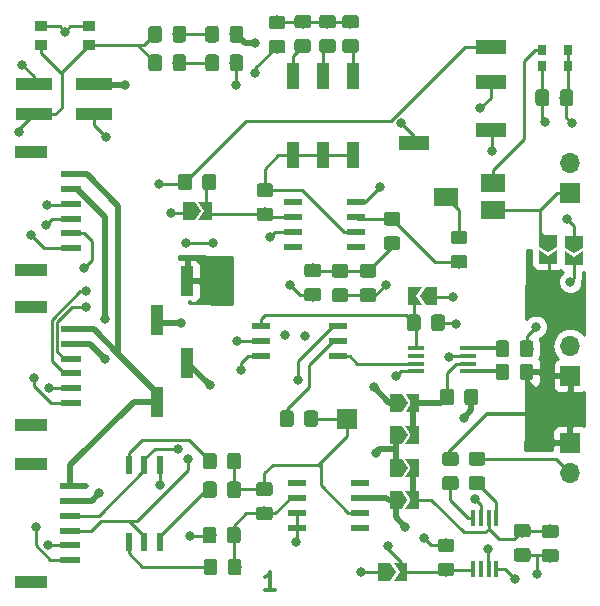
<source format=gbr>
G04 #@! TF.GenerationSoftware,KiCad,Pcbnew,(5.0.0)*
G04 #@! TF.CreationDate,2019-01-07T23:24:32-05:00*
G04 #@! TF.ProjectId,Audio_Breakout,417564696F5F427265616B6F75742E6B,rev?*
G04 #@! TF.SameCoordinates,Original*
G04 #@! TF.FileFunction,Copper,L1,Top,Signal*
G04 #@! TF.FilePolarity,Positive*
%FSLAX46Y46*%
G04 Gerber Fmt 4.6, Leading zero omitted, Abs format (unit mm)*
G04 Created by KiCad (PCBNEW (5.0.0)) date 01/07/19 23:24:32*
%MOMM*%
%LPD*%
G01*
G04 APERTURE LIST*
G04 #@! TA.AperFunction,NonConductor*
%ADD10C,0.300000*%
G04 #@! TD*
G04 #@! TA.AperFunction,SMDPad,CuDef*
%ADD11R,2.500000X1.200000*%
G04 #@! TD*
G04 #@! TA.AperFunction,Conductor*
%ADD12C,0.100000*%
G04 #@! TD*
G04 #@! TA.AperFunction,SMDPad,CuDef*
%ADD13C,1.150000*%
G04 #@! TD*
G04 #@! TA.AperFunction,SMDPad,CuDef*
%ADD14R,2.800000X1.000000*%
G04 #@! TD*
G04 #@! TA.AperFunction,SMDPad,CuDef*
%ADD15R,1.700000X0.600000*%
G04 #@! TD*
G04 #@! TA.AperFunction,SMDPad,CuDef*
%ADD16R,3.150000X1.000000*%
G04 #@! TD*
G04 #@! TA.AperFunction,ComponentPad*
%ADD17O,1.700000X1.700000*%
G04 #@! TD*
G04 #@! TA.AperFunction,ComponentPad*
%ADD18R,1.700000X1.700000*%
G04 #@! TD*
G04 #@! TA.AperFunction,SMDPad,CuDef*
%ADD19R,1.000000X2.510000*%
G04 #@! TD*
G04 #@! TA.AperFunction,SMDPad,CuDef*
%ADD20C,0.300000*%
G04 #@! TD*
G04 #@! TA.AperFunction,SMDPad,CuDef*
%ADD21R,0.600000X1.500000*%
G04 #@! TD*
G04 #@! TA.AperFunction,SMDPad,CuDef*
%ADD22R,2.000000X1.600000*%
G04 #@! TD*
G04 #@! TA.AperFunction,SMDPad,CuDef*
%ADD23R,1.500000X0.600000*%
G04 #@! TD*
G04 #@! TA.AperFunction,SMDPad,CuDef*
%ADD24R,0.660000X0.900000*%
G04 #@! TD*
G04 #@! TA.AperFunction,SMDPad,CuDef*
%ADD25R,1.550000X0.600000*%
G04 #@! TD*
G04 #@! TA.AperFunction,SMDPad,CuDef*
%ADD26R,0.450000X1.450000*%
G04 #@! TD*
G04 #@! TA.AperFunction,SMDPad,CuDef*
%ADD27R,1.450000X0.450000*%
G04 #@! TD*
G04 #@! TA.AperFunction,SMDPad,CuDef*
%ADD28R,1.000000X0.900000*%
G04 #@! TD*
G04 #@! TA.AperFunction,SMDPad,CuDef*
%ADD29R,1.120000X2.160000*%
G04 #@! TD*
G04 #@! TA.AperFunction,ViaPad*
%ADD30C,0.800000*%
G04 #@! TD*
G04 #@! TA.AperFunction,Conductor*
%ADD31C,0.250000*%
G04 #@! TD*
G04 #@! TA.AperFunction,Conductor*
%ADD32C,0.500000*%
G04 #@! TD*
G04 #@! TA.AperFunction,Conductor*
%ADD33C,0.300000*%
G04 #@! TD*
G04 #@! TA.AperFunction,Conductor*
%ADD34C,0.254000*%
G04 #@! TD*
G04 APERTURE END LIST*
D10*
X123125811Y-149271111D02*
X122268668Y-149271111D01*
X122697240Y-149271111D02*
X122697240Y-147771111D01*
X122554382Y-147985397D01*
X122411525Y-148128254D01*
X122268668Y-148199682D01*
D11*
G04 #@! TO.P,J4,3*
G04 #@! TO.N,MIC_0*
X141362500Y-103314500D03*
G04 #@! TO.P,J4,2*
G04 #@! TO.N,HP_1*
X141362500Y-106314500D03*
G04 #@! TO.P,J4,1*
G04 #@! TO.N,HP_0*
X141362500Y-110314500D03*
G04 #@! TO.P,J4,4*
G04 #@! TO.N,AGND*
X134862500Y-111414500D03*
G04 #@! TD*
D12*
G04 #@! TO.N,AGND*
G04 #@! TO.C,C1*
G36*
X148117686Y-106908763D02*
X148141954Y-106912363D01*
X148165753Y-106918324D01*
X148188852Y-106926589D01*
X148211031Y-106937079D01*
X148232074Y-106949691D01*
X148251780Y-106964306D01*
X148269958Y-106980782D01*
X148286434Y-106998960D01*
X148301049Y-107018666D01*
X148313661Y-107039709D01*
X148324151Y-107061888D01*
X148332416Y-107084987D01*
X148338377Y-107108786D01*
X148341977Y-107133054D01*
X148343181Y-107157558D01*
X148343181Y-108057560D01*
X148341977Y-108082064D01*
X148338377Y-108106332D01*
X148332416Y-108130131D01*
X148324151Y-108153230D01*
X148313661Y-108175409D01*
X148301049Y-108196452D01*
X148286434Y-108216158D01*
X148269958Y-108234336D01*
X148251780Y-108250812D01*
X148232074Y-108265427D01*
X148211031Y-108278039D01*
X148188852Y-108288529D01*
X148165753Y-108296794D01*
X148141954Y-108302755D01*
X148117686Y-108306355D01*
X148093182Y-108307559D01*
X147443180Y-108307559D01*
X147418676Y-108306355D01*
X147394408Y-108302755D01*
X147370609Y-108296794D01*
X147347510Y-108288529D01*
X147325331Y-108278039D01*
X147304288Y-108265427D01*
X147284582Y-108250812D01*
X147266404Y-108234336D01*
X147249928Y-108216158D01*
X147235313Y-108196452D01*
X147222701Y-108175409D01*
X147212211Y-108153230D01*
X147203946Y-108130131D01*
X147197985Y-108106332D01*
X147194385Y-108082064D01*
X147193181Y-108057560D01*
X147193181Y-107157558D01*
X147194385Y-107133054D01*
X147197985Y-107108786D01*
X147203946Y-107084987D01*
X147212211Y-107061888D01*
X147222701Y-107039709D01*
X147235313Y-107018666D01*
X147249928Y-106998960D01*
X147266404Y-106980782D01*
X147284582Y-106964306D01*
X147304288Y-106949691D01*
X147325331Y-106937079D01*
X147347510Y-106926589D01*
X147370609Y-106918324D01*
X147394408Y-106912363D01*
X147418676Y-106908763D01*
X147443180Y-106907559D01*
X148093182Y-106907559D01*
X148117686Y-106908763D01*
X148117686Y-106908763D01*
G37*
D13*
G04 #@! TD*
G04 #@! TO.P,C1,2*
G04 #@! TO.N,AGND*
X147768181Y-107607559D03*
D12*
G04 #@! TO.N,3V3DC*
G04 #@! TO.C,C1*
G36*
X146067686Y-106908763D02*
X146091954Y-106912363D01*
X146115753Y-106918324D01*
X146138852Y-106926589D01*
X146161031Y-106937079D01*
X146182074Y-106949691D01*
X146201780Y-106964306D01*
X146219958Y-106980782D01*
X146236434Y-106998960D01*
X146251049Y-107018666D01*
X146263661Y-107039709D01*
X146274151Y-107061888D01*
X146282416Y-107084987D01*
X146288377Y-107108786D01*
X146291977Y-107133054D01*
X146293181Y-107157558D01*
X146293181Y-108057560D01*
X146291977Y-108082064D01*
X146288377Y-108106332D01*
X146282416Y-108130131D01*
X146274151Y-108153230D01*
X146263661Y-108175409D01*
X146251049Y-108196452D01*
X146236434Y-108216158D01*
X146219958Y-108234336D01*
X146201780Y-108250812D01*
X146182074Y-108265427D01*
X146161031Y-108278039D01*
X146138852Y-108288529D01*
X146115753Y-108296794D01*
X146091954Y-108302755D01*
X146067686Y-108306355D01*
X146043182Y-108307559D01*
X145393180Y-108307559D01*
X145368676Y-108306355D01*
X145344408Y-108302755D01*
X145320609Y-108296794D01*
X145297510Y-108288529D01*
X145275331Y-108278039D01*
X145254288Y-108265427D01*
X145234582Y-108250812D01*
X145216404Y-108234336D01*
X145199928Y-108216158D01*
X145185313Y-108196452D01*
X145172701Y-108175409D01*
X145162211Y-108153230D01*
X145153946Y-108130131D01*
X145147985Y-108106332D01*
X145144385Y-108082064D01*
X145143181Y-108057560D01*
X145143181Y-107157558D01*
X145144385Y-107133054D01*
X145147985Y-107108786D01*
X145153946Y-107084987D01*
X145162211Y-107061888D01*
X145172701Y-107039709D01*
X145185313Y-107018666D01*
X145199928Y-106998960D01*
X145216404Y-106980782D01*
X145234582Y-106964306D01*
X145254288Y-106949691D01*
X145275331Y-106937079D01*
X145297510Y-106926589D01*
X145320609Y-106918324D01*
X145344408Y-106912363D01*
X145368676Y-106908763D01*
X145393180Y-106907559D01*
X146043182Y-106907559D01*
X146067686Y-106908763D01*
X146067686Y-106908763D01*
G37*
D13*
G04 #@! TD*
G04 #@! TO.P,C1,1*
G04 #@! TO.N,3V3DC*
X145718181Y-107607559D03*
D12*
G04 #@! TO.N,Net-(C2-Pad2)*
G04 #@! TO.C,C2*
G36*
X139145805Y-118860704D02*
X139170073Y-118864304D01*
X139193872Y-118870265D01*
X139216971Y-118878530D01*
X139239150Y-118889020D01*
X139260193Y-118901632D01*
X139279899Y-118916247D01*
X139298077Y-118932723D01*
X139314553Y-118950901D01*
X139329168Y-118970607D01*
X139341780Y-118991650D01*
X139352270Y-119013829D01*
X139360535Y-119036928D01*
X139366496Y-119060727D01*
X139370096Y-119084995D01*
X139371300Y-119109499D01*
X139371300Y-119759501D01*
X139370096Y-119784005D01*
X139366496Y-119808273D01*
X139360535Y-119832072D01*
X139352270Y-119855171D01*
X139341780Y-119877350D01*
X139329168Y-119898393D01*
X139314553Y-119918099D01*
X139298077Y-119936277D01*
X139279899Y-119952753D01*
X139260193Y-119967368D01*
X139239150Y-119979980D01*
X139216971Y-119990470D01*
X139193872Y-119998735D01*
X139170073Y-120004696D01*
X139145805Y-120008296D01*
X139121301Y-120009500D01*
X138221299Y-120009500D01*
X138196795Y-120008296D01*
X138172527Y-120004696D01*
X138148728Y-119998735D01*
X138125629Y-119990470D01*
X138103450Y-119979980D01*
X138082407Y-119967368D01*
X138062701Y-119952753D01*
X138044523Y-119936277D01*
X138028047Y-119918099D01*
X138013432Y-119898393D01*
X138000820Y-119877350D01*
X137990330Y-119855171D01*
X137982065Y-119832072D01*
X137976104Y-119808273D01*
X137972504Y-119784005D01*
X137971300Y-119759501D01*
X137971300Y-119109499D01*
X137972504Y-119084995D01*
X137976104Y-119060727D01*
X137982065Y-119036928D01*
X137990330Y-119013829D01*
X138000820Y-118991650D01*
X138013432Y-118970607D01*
X138028047Y-118950901D01*
X138044523Y-118932723D01*
X138062701Y-118916247D01*
X138082407Y-118901632D01*
X138103450Y-118889020D01*
X138125629Y-118878530D01*
X138148728Y-118870265D01*
X138172527Y-118864304D01*
X138196795Y-118860704D01*
X138221299Y-118859500D01*
X139121301Y-118859500D01*
X139145805Y-118860704D01*
X139145805Y-118860704D01*
G37*
D13*
G04 #@! TD*
G04 #@! TO.P,C2,2*
G04 #@! TO.N,Net-(C2-Pad2)*
X138671300Y-119434500D03*
D12*
G04 #@! TO.N,Net-(C2-Pad1)*
G04 #@! TO.C,C2*
G36*
X139145805Y-120910704D02*
X139170073Y-120914304D01*
X139193872Y-120920265D01*
X139216971Y-120928530D01*
X139239150Y-120939020D01*
X139260193Y-120951632D01*
X139279899Y-120966247D01*
X139298077Y-120982723D01*
X139314553Y-121000901D01*
X139329168Y-121020607D01*
X139341780Y-121041650D01*
X139352270Y-121063829D01*
X139360535Y-121086928D01*
X139366496Y-121110727D01*
X139370096Y-121134995D01*
X139371300Y-121159499D01*
X139371300Y-121809501D01*
X139370096Y-121834005D01*
X139366496Y-121858273D01*
X139360535Y-121882072D01*
X139352270Y-121905171D01*
X139341780Y-121927350D01*
X139329168Y-121948393D01*
X139314553Y-121968099D01*
X139298077Y-121986277D01*
X139279899Y-122002753D01*
X139260193Y-122017368D01*
X139239150Y-122029980D01*
X139216971Y-122040470D01*
X139193872Y-122048735D01*
X139170073Y-122054696D01*
X139145805Y-122058296D01*
X139121301Y-122059500D01*
X138221299Y-122059500D01*
X138196795Y-122058296D01*
X138172527Y-122054696D01*
X138148728Y-122048735D01*
X138125629Y-122040470D01*
X138103450Y-122029980D01*
X138082407Y-122017368D01*
X138062701Y-122002753D01*
X138044523Y-121986277D01*
X138028047Y-121968099D01*
X138013432Y-121948393D01*
X138000820Y-121927350D01*
X137990330Y-121905171D01*
X137982065Y-121882072D01*
X137976104Y-121858273D01*
X137972504Y-121834005D01*
X137971300Y-121809501D01*
X137971300Y-121159499D01*
X137972504Y-121134995D01*
X137976104Y-121110727D01*
X137982065Y-121086928D01*
X137990330Y-121063829D01*
X138000820Y-121041650D01*
X138013432Y-121020607D01*
X138028047Y-121000901D01*
X138044523Y-120982723D01*
X138062701Y-120966247D01*
X138082407Y-120951632D01*
X138103450Y-120939020D01*
X138125629Y-120928530D01*
X138148728Y-120920265D01*
X138172527Y-120914304D01*
X138196795Y-120910704D01*
X138221299Y-120909500D01*
X139121301Y-120909500D01*
X139145805Y-120910704D01*
X139145805Y-120910704D01*
G37*
D13*
G04 #@! TD*
G04 #@! TO.P,C2,1*
G04 #@! TO.N,Net-(C2-Pad1)*
X138671300Y-121484500D03*
D12*
G04 #@! TO.N,Net-(C3-Pad2)*
G04 #@! TO.C,C3*
G36*
X138003425Y-132244804D02*
X138027693Y-132248404D01*
X138051492Y-132254365D01*
X138074591Y-132262630D01*
X138096770Y-132273120D01*
X138117813Y-132285732D01*
X138137519Y-132300347D01*
X138155697Y-132316823D01*
X138172173Y-132335001D01*
X138186788Y-132354707D01*
X138199400Y-132375750D01*
X138209890Y-132397929D01*
X138218155Y-132421028D01*
X138224116Y-132444827D01*
X138227716Y-132469095D01*
X138228920Y-132493599D01*
X138228920Y-133393601D01*
X138227716Y-133418105D01*
X138224116Y-133442373D01*
X138218155Y-133466172D01*
X138209890Y-133489271D01*
X138199400Y-133511450D01*
X138186788Y-133532493D01*
X138172173Y-133552199D01*
X138155697Y-133570377D01*
X138137519Y-133586853D01*
X138117813Y-133601468D01*
X138096770Y-133614080D01*
X138074591Y-133624570D01*
X138051492Y-133632835D01*
X138027693Y-133638796D01*
X138003425Y-133642396D01*
X137978921Y-133643600D01*
X137328919Y-133643600D01*
X137304415Y-133642396D01*
X137280147Y-133638796D01*
X137256348Y-133632835D01*
X137233249Y-133624570D01*
X137211070Y-133614080D01*
X137190027Y-133601468D01*
X137170321Y-133586853D01*
X137152143Y-133570377D01*
X137135667Y-133552199D01*
X137121052Y-133532493D01*
X137108440Y-133511450D01*
X137097950Y-133489271D01*
X137089685Y-133466172D01*
X137083724Y-133442373D01*
X137080124Y-133418105D01*
X137078920Y-133393601D01*
X137078920Y-132493599D01*
X137080124Y-132469095D01*
X137083724Y-132444827D01*
X137089685Y-132421028D01*
X137097950Y-132397929D01*
X137108440Y-132375750D01*
X137121052Y-132354707D01*
X137135667Y-132335001D01*
X137152143Y-132316823D01*
X137170321Y-132300347D01*
X137190027Y-132285732D01*
X137211070Y-132273120D01*
X137233249Y-132262630D01*
X137256348Y-132254365D01*
X137280147Y-132248404D01*
X137304415Y-132244804D01*
X137328919Y-132243600D01*
X137978921Y-132243600D01*
X138003425Y-132244804D01*
X138003425Y-132244804D01*
G37*
D13*
G04 #@! TD*
G04 #@! TO.P,C3,2*
G04 #@! TO.N,Net-(C3-Pad2)*
X137653920Y-132943600D03*
D12*
G04 #@! TO.N,AGND*
G04 #@! TO.C,C3*
G36*
X140053425Y-132244804D02*
X140077693Y-132248404D01*
X140101492Y-132254365D01*
X140124591Y-132262630D01*
X140146770Y-132273120D01*
X140167813Y-132285732D01*
X140187519Y-132300347D01*
X140205697Y-132316823D01*
X140222173Y-132335001D01*
X140236788Y-132354707D01*
X140249400Y-132375750D01*
X140259890Y-132397929D01*
X140268155Y-132421028D01*
X140274116Y-132444827D01*
X140277716Y-132469095D01*
X140278920Y-132493599D01*
X140278920Y-133393601D01*
X140277716Y-133418105D01*
X140274116Y-133442373D01*
X140268155Y-133466172D01*
X140259890Y-133489271D01*
X140249400Y-133511450D01*
X140236788Y-133532493D01*
X140222173Y-133552199D01*
X140205697Y-133570377D01*
X140187519Y-133586853D01*
X140167813Y-133601468D01*
X140146770Y-133614080D01*
X140124591Y-133624570D01*
X140101492Y-133632835D01*
X140077693Y-133638796D01*
X140053425Y-133642396D01*
X140028921Y-133643600D01*
X139378919Y-133643600D01*
X139354415Y-133642396D01*
X139330147Y-133638796D01*
X139306348Y-133632835D01*
X139283249Y-133624570D01*
X139261070Y-133614080D01*
X139240027Y-133601468D01*
X139220321Y-133586853D01*
X139202143Y-133570377D01*
X139185667Y-133552199D01*
X139171052Y-133532493D01*
X139158440Y-133511450D01*
X139147950Y-133489271D01*
X139139685Y-133466172D01*
X139133724Y-133442373D01*
X139130124Y-133418105D01*
X139128920Y-133393601D01*
X139128920Y-132493599D01*
X139130124Y-132469095D01*
X139133724Y-132444827D01*
X139139685Y-132421028D01*
X139147950Y-132397929D01*
X139158440Y-132375750D01*
X139171052Y-132354707D01*
X139185667Y-132335001D01*
X139202143Y-132316823D01*
X139220321Y-132300347D01*
X139240027Y-132285732D01*
X139261070Y-132273120D01*
X139283249Y-132262630D01*
X139306348Y-132254365D01*
X139330147Y-132248404D01*
X139354415Y-132244804D01*
X139378919Y-132243600D01*
X140028921Y-132243600D01*
X140053425Y-132244804D01*
X140053425Y-132244804D01*
G37*
D13*
G04 #@! TD*
G04 #@! TO.P,C3,1*
G04 #@! TO.N,AGND*
X139703920Y-132943600D03*
D12*
G04 #@! TO.N,Net-(C4-Pad2)*
G04 #@! TO.C,C4*
G36*
X146869945Y-143746244D02*
X146894213Y-143749844D01*
X146918012Y-143755805D01*
X146941111Y-143764070D01*
X146963290Y-143774560D01*
X146984333Y-143787172D01*
X147004039Y-143801787D01*
X147022217Y-143818263D01*
X147038693Y-143836441D01*
X147053308Y-143856147D01*
X147065920Y-143877190D01*
X147076410Y-143899369D01*
X147084675Y-143922468D01*
X147090636Y-143946267D01*
X147094236Y-143970535D01*
X147095440Y-143995039D01*
X147095440Y-144645041D01*
X147094236Y-144669545D01*
X147090636Y-144693813D01*
X147084675Y-144717612D01*
X147076410Y-144740711D01*
X147065920Y-144762890D01*
X147053308Y-144783933D01*
X147038693Y-144803639D01*
X147022217Y-144821817D01*
X147004039Y-144838293D01*
X146984333Y-144852908D01*
X146963290Y-144865520D01*
X146941111Y-144876010D01*
X146918012Y-144884275D01*
X146894213Y-144890236D01*
X146869945Y-144893836D01*
X146845441Y-144895040D01*
X145945439Y-144895040D01*
X145920935Y-144893836D01*
X145896667Y-144890236D01*
X145872868Y-144884275D01*
X145849769Y-144876010D01*
X145827590Y-144865520D01*
X145806547Y-144852908D01*
X145786841Y-144838293D01*
X145768663Y-144821817D01*
X145752187Y-144803639D01*
X145737572Y-144783933D01*
X145724960Y-144762890D01*
X145714470Y-144740711D01*
X145706205Y-144717612D01*
X145700244Y-144693813D01*
X145696644Y-144669545D01*
X145695440Y-144645041D01*
X145695440Y-143995039D01*
X145696644Y-143970535D01*
X145700244Y-143946267D01*
X145706205Y-143922468D01*
X145714470Y-143899369D01*
X145724960Y-143877190D01*
X145737572Y-143856147D01*
X145752187Y-143836441D01*
X145768663Y-143818263D01*
X145786841Y-143801787D01*
X145806547Y-143787172D01*
X145827590Y-143774560D01*
X145849769Y-143764070D01*
X145872868Y-143755805D01*
X145896667Y-143749844D01*
X145920935Y-143746244D01*
X145945439Y-143745040D01*
X146845441Y-143745040D01*
X146869945Y-143746244D01*
X146869945Y-143746244D01*
G37*
D13*
G04 #@! TD*
G04 #@! TO.P,C4,2*
G04 #@! TO.N,Net-(C4-Pad2)*
X146395440Y-144320040D03*
D12*
G04 #@! TO.N,AGND*
G04 #@! TO.C,C4*
G36*
X146869945Y-145796244D02*
X146894213Y-145799844D01*
X146918012Y-145805805D01*
X146941111Y-145814070D01*
X146963290Y-145824560D01*
X146984333Y-145837172D01*
X147004039Y-145851787D01*
X147022217Y-145868263D01*
X147038693Y-145886441D01*
X147053308Y-145906147D01*
X147065920Y-145927190D01*
X147076410Y-145949369D01*
X147084675Y-145972468D01*
X147090636Y-145996267D01*
X147094236Y-146020535D01*
X147095440Y-146045039D01*
X147095440Y-146695041D01*
X147094236Y-146719545D01*
X147090636Y-146743813D01*
X147084675Y-146767612D01*
X147076410Y-146790711D01*
X147065920Y-146812890D01*
X147053308Y-146833933D01*
X147038693Y-146853639D01*
X147022217Y-146871817D01*
X147004039Y-146888293D01*
X146984333Y-146902908D01*
X146963290Y-146915520D01*
X146941111Y-146926010D01*
X146918012Y-146934275D01*
X146894213Y-146940236D01*
X146869945Y-146943836D01*
X146845441Y-146945040D01*
X145945439Y-146945040D01*
X145920935Y-146943836D01*
X145896667Y-146940236D01*
X145872868Y-146934275D01*
X145849769Y-146926010D01*
X145827590Y-146915520D01*
X145806547Y-146902908D01*
X145786841Y-146888293D01*
X145768663Y-146871817D01*
X145752187Y-146853639D01*
X145737572Y-146833933D01*
X145724960Y-146812890D01*
X145714470Y-146790711D01*
X145706205Y-146767612D01*
X145700244Y-146743813D01*
X145696644Y-146719545D01*
X145695440Y-146695041D01*
X145695440Y-146045039D01*
X145696644Y-146020535D01*
X145700244Y-145996267D01*
X145706205Y-145972468D01*
X145714470Y-145949369D01*
X145724960Y-145927190D01*
X145737572Y-145906147D01*
X145752187Y-145886441D01*
X145768663Y-145868263D01*
X145786841Y-145851787D01*
X145806547Y-145837172D01*
X145827590Y-145824560D01*
X145849769Y-145814070D01*
X145872868Y-145805805D01*
X145896667Y-145799844D01*
X145920935Y-145796244D01*
X145945439Y-145795040D01*
X146845441Y-145795040D01*
X146869945Y-145796244D01*
X146869945Y-145796244D01*
G37*
D13*
G04 #@! TD*
G04 #@! TO.P,C4,1*
G04 #@! TO.N,AGND*
X146395440Y-146370040D03*
D12*
G04 #@! TO.N,Net-(C4-Pad2)*
G04 #@! TO.C,C5*
G36*
X144497585Y-143694284D02*
X144521853Y-143697884D01*
X144545652Y-143703845D01*
X144568751Y-143712110D01*
X144590930Y-143722600D01*
X144611973Y-143735212D01*
X144631679Y-143749827D01*
X144649857Y-143766303D01*
X144666333Y-143784481D01*
X144680948Y-143804187D01*
X144693560Y-143825230D01*
X144704050Y-143847409D01*
X144712315Y-143870508D01*
X144718276Y-143894307D01*
X144721876Y-143918575D01*
X144723080Y-143943079D01*
X144723080Y-144593081D01*
X144721876Y-144617585D01*
X144718276Y-144641853D01*
X144712315Y-144665652D01*
X144704050Y-144688751D01*
X144693560Y-144710930D01*
X144680948Y-144731973D01*
X144666333Y-144751679D01*
X144649857Y-144769857D01*
X144631679Y-144786333D01*
X144611973Y-144800948D01*
X144590930Y-144813560D01*
X144568751Y-144824050D01*
X144545652Y-144832315D01*
X144521853Y-144838276D01*
X144497585Y-144841876D01*
X144473081Y-144843080D01*
X143573079Y-144843080D01*
X143548575Y-144841876D01*
X143524307Y-144838276D01*
X143500508Y-144832315D01*
X143477409Y-144824050D01*
X143455230Y-144813560D01*
X143434187Y-144800948D01*
X143414481Y-144786333D01*
X143396303Y-144769857D01*
X143379827Y-144751679D01*
X143365212Y-144731973D01*
X143352600Y-144710930D01*
X143342110Y-144688751D01*
X143333845Y-144665652D01*
X143327884Y-144641853D01*
X143324284Y-144617585D01*
X143323080Y-144593081D01*
X143323080Y-143943079D01*
X143324284Y-143918575D01*
X143327884Y-143894307D01*
X143333845Y-143870508D01*
X143342110Y-143847409D01*
X143352600Y-143825230D01*
X143365212Y-143804187D01*
X143379827Y-143784481D01*
X143396303Y-143766303D01*
X143414481Y-143749827D01*
X143434187Y-143735212D01*
X143455230Y-143722600D01*
X143477409Y-143712110D01*
X143500508Y-143703845D01*
X143524307Y-143697884D01*
X143548575Y-143694284D01*
X143573079Y-143693080D01*
X144473081Y-143693080D01*
X144497585Y-143694284D01*
X144497585Y-143694284D01*
G37*
D13*
G04 #@! TD*
G04 #@! TO.P,C5,2*
G04 #@! TO.N,Net-(C4-Pad2)*
X144023080Y-144268080D03*
D12*
G04 #@! TO.N,AGND*
G04 #@! TO.C,C5*
G36*
X144497585Y-145744284D02*
X144521853Y-145747884D01*
X144545652Y-145753845D01*
X144568751Y-145762110D01*
X144590930Y-145772600D01*
X144611973Y-145785212D01*
X144631679Y-145799827D01*
X144649857Y-145816303D01*
X144666333Y-145834481D01*
X144680948Y-145854187D01*
X144693560Y-145875230D01*
X144704050Y-145897409D01*
X144712315Y-145920508D01*
X144718276Y-145944307D01*
X144721876Y-145968575D01*
X144723080Y-145993079D01*
X144723080Y-146643081D01*
X144721876Y-146667585D01*
X144718276Y-146691853D01*
X144712315Y-146715652D01*
X144704050Y-146738751D01*
X144693560Y-146760930D01*
X144680948Y-146781973D01*
X144666333Y-146801679D01*
X144649857Y-146819857D01*
X144631679Y-146836333D01*
X144611973Y-146850948D01*
X144590930Y-146863560D01*
X144568751Y-146874050D01*
X144545652Y-146882315D01*
X144521853Y-146888276D01*
X144497585Y-146891876D01*
X144473081Y-146893080D01*
X143573079Y-146893080D01*
X143548575Y-146891876D01*
X143524307Y-146888276D01*
X143500508Y-146882315D01*
X143477409Y-146874050D01*
X143455230Y-146863560D01*
X143434187Y-146850948D01*
X143414481Y-146836333D01*
X143396303Y-146819857D01*
X143379827Y-146801679D01*
X143365212Y-146781973D01*
X143352600Y-146760930D01*
X143342110Y-146738751D01*
X143333845Y-146715652D01*
X143327884Y-146691853D01*
X143324284Y-146667585D01*
X143323080Y-146643081D01*
X143323080Y-145993079D01*
X143324284Y-145968575D01*
X143327884Y-145944307D01*
X143333845Y-145920508D01*
X143342110Y-145897409D01*
X143352600Y-145875230D01*
X143365212Y-145854187D01*
X143379827Y-145834481D01*
X143396303Y-145816303D01*
X143414481Y-145799827D01*
X143434187Y-145785212D01*
X143455230Y-145772600D01*
X143477409Y-145762110D01*
X143500508Y-145753845D01*
X143524307Y-145747884D01*
X143548575Y-145744284D01*
X143573079Y-145743080D01*
X144473081Y-145743080D01*
X144497585Y-145744284D01*
X144497585Y-145744284D01*
G37*
D13*
G04 #@! TD*
G04 #@! TO.P,C5,1*
G04 #@! TO.N,AGND*
X144023080Y-146318080D03*
D12*
G04 #@! TO.N,Net-(D1-Pad2)*
G04 #@! TO.C,D1*
G36*
X115344305Y-103949204D02*
X115368573Y-103952804D01*
X115392372Y-103958765D01*
X115415471Y-103967030D01*
X115437650Y-103977520D01*
X115458693Y-103990132D01*
X115478399Y-104004747D01*
X115496577Y-104021223D01*
X115513053Y-104039401D01*
X115527668Y-104059107D01*
X115540280Y-104080150D01*
X115550770Y-104102329D01*
X115559035Y-104125428D01*
X115564996Y-104149227D01*
X115568596Y-104173495D01*
X115569800Y-104197999D01*
X115569800Y-105098001D01*
X115568596Y-105122505D01*
X115564996Y-105146773D01*
X115559035Y-105170572D01*
X115550770Y-105193671D01*
X115540280Y-105215850D01*
X115527668Y-105236893D01*
X115513053Y-105256599D01*
X115496577Y-105274777D01*
X115478399Y-105291253D01*
X115458693Y-105305868D01*
X115437650Y-105318480D01*
X115415471Y-105328970D01*
X115392372Y-105337235D01*
X115368573Y-105343196D01*
X115344305Y-105346796D01*
X115319801Y-105348000D01*
X114669799Y-105348000D01*
X114645295Y-105346796D01*
X114621027Y-105343196D01*
X114597228Y-105337235D01*
X114574129Y-105328970D01*
X114551950Y-105318480D01*
X114530907Y-105305868D01*
X114511201Y-105291253D01*
X114493023Y-105274777D01*
X114476547Y-105256599D01*
X114461932Y-105236893D01*
X114449320Y-105215850D01*
X114438830Y-105193671D01*
X114430565Y-105170572D01*
X114424604Y-105146773D01*
X114421004Y-105122505D01*
X114419800Y-105098001D01*
X114419800Y-104197999D01*
X114421004Y-104173495D01*
X114424604Y-104149227D01*
X114430565Y-104125428D01*
X114438830Y-104102329D01*
X114449320Y-104080150D01*
X114461932Y-104059107D01*
X114476547Y-104039401D01*
X114493023Y-104021223D01*
X114511201Y-104004747D01*
X114530907Y-103990132D01*
X114551950Y-103977520D01*
X114574129Y-103967030D01*
X114597228Y-103958765D01*
X114621027Y-103952804D01*
X114645295Y-103949204D01*
X114669799Y-103948000D01*
X115319801Y-103948000D01*
X115344305Y-103949204D01*
X115344305Y-103949204D01*
G37*
D13*
G04 #@! TD*
G04 #@! TO.P,D1,2*
G04 #@! TO.N,Net-(D1-Pad2)*
X114994800Y-104648000D03*
D12*
G04 #@! TO.N,DGND*
G04 #@! TO.C,D1*
G36*
X113294305Y-103949204D02*
X113318573Y-103952804D01*
X113342372Y-103958765D01*
X113365471Y-103967030D01*
X113387650Y-103977520D01*
X113408693Y-103990132D01*
X113428399Y-104004747D01*
X113446577Y-104021223D01*
X113463053Y-104039401D01*
X113477668Y-104059107D01*
X113490280Y-104080150D01*
X113500770Y-104102329D01*
X113509035Y-104125428D01*
X113514996Y-104149227D01*
X113518596Y-104173495D01*
X113519800Y-104197999D01*
X113519800Y-105098001D01*
X113518596Y-105122505D01*
X113514996Y-105146773D01*
X113509035Y-105170572D01*
X113500770Y-105193671D01*
X113490280Y-105215850D01*
X113477668Y-105236893D01*
X113463053Y-105256599D01*
X113446577Y-105274777D01*
X113428399Y-105291253D01*
X113408693Y-105305868D01*
X113387650Y-105318480D01*
X113365471Y-105328970D01*
X113342372Y-105337235D01*
X113318573Y-105343196D01*
X113294305Y-105346796D01*
X113269801Y-105348000D01*
X112619799Y-105348000D01*
X112595295Y-105346796D01*
X112571027Y-105343196D01*
X112547228Y-105337235D01*
X112524129Y-105328970D01*
X112501950Y-105318480D01*
X112480907Y-105305868D01*
X112461201Y-105291253D01*
X112443023Y-105274777D01*
X112426547Y-105256599D01*
X112411932Y-105236893D01*
X112399320Y-105215850D01*
X112388830Y-105193671D01*
X112380565Y-105170572D01*
X112374604Y-105146773D01*
X112371004Y-105122505D01*
X112369800Y-105098001D01*
X112369800Y-104197999D01*
X112371004Y-104173495D01*
X112374604Y-104149227D01*
X112380565Y-104125428D01*
X112388830Y-104102329D01*
X112399320Y-104080150D01*
X112411932Y-104059107D01*
X112426547Y-104039401D01*
X112443023Y-104021223D01*
X112461201Y-104004747D01*
X112480907Y-103990132D01*
X112501950Y-103977520D01*
X112524129Y-103967030D01*
X112547228Y-103958765D01*
X112571027Y-103952804D01*
X112595295Y-103949204D01*
X112619799Y-103948000D01*
X113269801Y-103948000D01*
X113294305Y-103949204D01*
X113294305Y-103949204D01*
G37*
D13*
G04 #@! TD*
G04 #@! TO.P,D1,1*
G04 #@! TO.N,DGND*
X112944800Y-104648000D03*
D12*
G04 #@! TO.N,Net-(D2-Pad2)*
G04 #@! TO.C,D2*
G36*
X115335305Y-101536204D02*
X115359573Y-101539804D01*
X115383372Y-101545765D01*
X115406471Y-101554030D01*
X115428650Y-101564520D01*
X115449693Y-101577132D01*
X115469399Y-101591747D01*
X115487577Y-101608223D01*
X115504053Y-101626401D01*
X115518668Y-101646107D01*
X115531280Y-101667150D01*
X115541770Y-101689329D01*
X115550035Y-101712428D01*
X115555996Y-101736227D01*
X115559596Y-101760495D01*
X115560800Y-101784999D01*
X115560800Y-102685001D01*
X115559596Y-102709505D01*
X115555996Y-102733773D01*
X115550035Y-102757572D01*
X115541770Y-102780671D01*
X115531280Y-102802850D01*
X115518668Y-102823893D01*
X115504053Y-102843599D01*
X115487577Y-102861777D01*
X115469399Y-102878253D01*
X115449693Y-102892868D01*
X115428650Y-102905480D01*
X115406471Y-102915970D01*
X115383372Y-102924235D01*
X115359573Y-102930196D01*
X115335305Y-102933796D01*
X115310801Y-102935000D01*
X114660799Y-102935000D01*
X114636295Y-102933796D01*
X114612027Y-102930196D01*
X114588228Y-102924235D01*
X114565129Y-102915970D01*
X114542950Y-102905480D01*
X114521907Y-102892868D01*
X114502201Y-102878253D01*
X114484023Y-102861777D01*
X114467547Y-102843599D01*
X114452932Y-102823893D01*
X114440320Y-102802850D01*
X114429830Y-102780671D01*
X114421565Y-102757572D01*
X114415604Y-102733773D01*
X114412004Y-102709505D01*
X114410800Y-102685001D01*
X114410800Y-101784999D01*
X114412004Y-101760495D01*
X114415604Y-101736227D01*
X114421565Y-101712428D01*
X114429830Y-101689329D01*
X114440320Y-101667150D01*
X114452932Y-101646107D01*
X114467547Y-101626401D01*
X114484023Y-101608223D01*
X114502201Y-101591747D01*
X114521907Y-101577132D01*
X114542950Y-101564520D01*
X114565129Y-101554030D01*
X114588228Y-101545765D01*
X114612027Y-101539804D01*
X114636295Y-101536204D01*
X114660799Y-101535000D01*
X115310801Y-101535000D01*
X115335305Y-101536204D01*
X115335305Y-101536204D01*
G37*
D13*
G04 #@! TD*
G04 #@! TO.P,D2,2*
G04 #@! TO.N,Net-(D2-Pad2)*
X114985800Y-102235000D03*
D12*
G04 #@! TO.N,DGND*
G04 #@! TO.C,D2*
G36*
X113285305Y-101536204D02*
X113309573Y-101539804D01*
X113333372Y-101545765D01*
X113356471Y-101554030D01*
X113378650Y-101564520D01*
X113399693Y-101577132D01*
X113419399Y-101591747D01*
X113437577Y-101608223D01*
X113454053Y-101626401D01*
X113468668Y-101646107D01*
X113481280Y-101667150D01*
X113491770Y-101689329D01*
X113500035Y-101712428D01*
X113505996Y-101736227D01*
X113509596Y-101760495D01*
X113510800Y-101784999D01*
X113510800Y-102685001D01*
X113509596Y-102709505D01*
X113505996Y-102733773D01*
X113500035Y-102757572D01*
X113491770Y-102780671D01*
X113481280Y-102802850D01*
X113468668Y-102823893D01*
X113454053Y-102843599D01*
X113437577Y-102861777D01*
X113419399Y-102878253D01*
X113399693Y-102892868D01*
X113378650Y-102905480D01*
X113356471Y-102915970D01*
X113333372Y-102924235D01*
X113309573Y-102930196D01*
X113285305Y-102933796D01*
X113260801Y-102935000D01*
X112610799Y-102935000D01*
X112586295Y-102933796D01*
X112562027Y-102930196D01*
X112538228Y-102924235D01*
X112515129Y-102915970D01*
X112492950Y-102905480D01*
X112471907Y-102892868D01*
X112452201Y-102878253D01*
X112434023Y-102861777D01*
X112417547Y-102843599D01*
X112402932Y-102823893D01*
X112390320Y-102802850D01*
X112379830Y-102780671D01*
X112371565Y-102757572D01*
X112365604Y-102733773D01*
X112362004Y-102709505D01*
X112360800Y-102685001D01*
X112360800Y-101784999D01*
X112362004Y-101760495D01*
X112365604Y-101736227D01*
X112371565Y-101712428D01*
X112379830Y-101689329D01*
X112390320Y-101667150D01*
X112402932Y-101646107D01*
X112417547Y-101626401D01*
X112434023Y-101608223D01*
X112452201Y-101591747D01*
X112471907Y-101577132D01*
X112492950Y-101564520D01*
X112515129Y-101554030D01*
X112538228Y-101545765D01*
X112562027Y-101539804D01*
X112586295Y-101536204D01*
X112610799Y-101535000D01*
X113260801Y-101535000D01*
X113285305Y-101536204D01*
X113285305Y-101536204D01*
G37*
D13*
G04 #@! TD*
G04 #@! TO.P,D2,1*
G04 #@! TO.N,DGND*
X112935800Y-102235000D03*
D14*
G04 #@! TO.P,J1,MP*
G04 #@! TO.N,N/C*
X102447900Y-125344780D03*
X102447900Y-135294780D03*
D15*
G04 #@! TO.P,J1,6*
G04 #@! TO.N,Net-(J1-Pad6)*
X105797900Y-127194780D03*
G04 #@! TO.P,J1,5*
G04 #@! TO.N,Net-(J1-Pad5)*
X105797900Y-128444780D03*
G04 #@! TO.P,J1,4*
G04 #@! TO.N,MIC_1*
X105797900Y-129694780D03*
G04 #@! TO.P,J1,3*
G04 #@! TO.N,MIC_0*
X105797900Y-130944780D03*
G04 #@! TO.P,J1,2*
G04 #@! TO.N,AGND*
X105797900Y-132194780D03*
G04 #@! TO.P,J1,1*
G04 #@! TO.N,DGND*
X105797900Y-133444780D03*
G04 #@! TD*
D14*
G04 #@! TO.P,J2,MP*
G04 #@! TO.N,N/C*
X102422500Y-138654380D03*
X102422500Y-148604380D03*
D15*
G04 #@! TO.P,J2,6*
G04 #@! TO.N,Net-(J1-Pad6)*
X105772500Y-140504380D03*
G04 #@! TO.P,J2,5*
G04 #@! TO.N,Net-(J1-Pad5)*
X105772500Y-141754380D03*
G04 #@! TO.P,J2,4*
G04 #@! TO.N,HP_1*
X105772500Y-143004380D03*
G04 #@! TO.P,J2,3*
G04 #@! TO.N,HP_0*
X105772500Y-144254380D03*
G04 #@! TO.P,J2,2*
G04 #@! TO.N,AGND*
X105772500Y-145504380D03*
G04 #@! TO.P,J2,1*
G04 #@! TO.N,DGND*
X105772500Y-146754380D03*
G04 #@! TD*
D14*
G04 #@! TO.P,J3,MP*
G04 #@! TO.N,N/C*
X102447900Y-112238380D03*
X102447900Y-122188380D03*
D15*
G04 #@! TO.P,J3,6*
G04 #@! TO.N,Net-(J1-Pad6)*
X105797900Y-114088380D03*
G04 #@! TO.P,J3,5*
G04 #@! TO.N,Net-(J1-Pad5)*
X105797900Y-115338380D03*
G04 #@! TO.P,J3,4*
G04 #@! TO.N,GPIO1_4*
X105797900Y-116588380D03*
G04 #@! TO.P,J3,3*
G04 #@! TO.N,GPIO1_9*
X105797900Y-117838380D03*
G04 #@! TO.P,J3,2*
G04 #@! TO.N,GPIO1_2*
X105797900Y-119088380D03*
G04 #@! TO.P,J3,1*
G04 #@! TO.N,DGND*
X105797900Y-120338380D03*
G04 #@! TD*
D16*
G04 #@! TO.P,J5,4*
G04 #@! TO.N,3V3DC*
X102671880Y-106446320D03*
G04 #@! TO.P,J5,3*
G04 #@! TO.N,5VDC*
X107721880Y-106446320D03*
G04 #@! TO.P,J5,2*
G04 #@! TO.N,DGND*
X102671880Y-108986320D03*
G04 #@! TO.P,J5,1*
G04 #@! TO.N,AGND*
X107721880Y-108986320D03*
G04 #@! TD*
D17*
G04 #@! TO.P,J6,2*
G04 #@! TO.N,AGND*
X148082000Y-113157000D03*
D18*
G04 #@! TO.P,J6,1*
G04 #@! TO.N,Net-(J6-Pad1)*
X148082000Y-115697000D03*
G04 #@! TD*
D17*
G04 #@! TO.P,J7,2*
G04 #@! TO.N,AUD_OUT-*
X148069300Y-128612900D03*
D18*
G04 #@! TO.P,J7,1*
G04 #@! TO.N,AUD_OUT+*
X148069300Y-131152900D03*
G04 #@! TD*
D17*
G04 #@! TO.P,J8,2*
G04 #@! TO.N,AUD_OUT-*
X148061680Y-139354560D03*
D18*
G04 #@! TO.P,J8,1*
G04 #@! TO.N,AUD_OUT+*
X148061680Y-136814560D03*
G04 #@! TD*
G04 #@! TO.P,J9,1*
G04 #@! TO.N,Net-(C7-Pad2)*
X129171700Y-134835900D03*
G04 #@! TD*
D19*
G04 #@! TO.P,JP1,2*
G04 #@! TO.N,3V3DC*
X115656360Y-123119960D03*
G04 #@! TO.P,JP1,1*
G04 #@! TO.N,Net-(J1-Pad5)*
X113116360Y-126429960D03*
G04 #@! TD*
G04 #@! TO.P,JP2,2*
G04 #@! TO.N,Net-(J1-Pad6)*
X113116360Y-133338760D03*
G04 #@! TO.P,JP2,1*
G04 #@! TO.N,5VDC*
X115656360Y-130028760D03*
G04 #@! TD*
D20*
G04 #@! TO.P,JP3,1*
G04 #@! TO.N,Net-(J6-Pad1)*
X146189700Y-119708000D03*
D12*
G04 #@! TD*
G04 #@! TO.N,Net-(J6-Pad1)*
G04 #@! TO.C,JP3*
G36*
X146189700Y-120708000D02*
X145439700Y-120208000D01*
X145439700Y-119208000D01*
X146939700Y-119208000D01*
X146939700Y-120208000D01*
X146189700Y-120708000D01*
X146189700Y-120708000D01*
G37*
D20*
G04 #@! TO.P,JP3,2*
G04 #@! TO.N,AUD_OUT+*
X146189700Y-121158000D03*
D12*
G04 #@! TD*
G04 #@! TO.N,AUD_OUT+*
G04 #@! TO.C,JP3*
G36*
X145439700Y-121658000D02*
X145439700Y-120508000D01*
X146189700Y-121008000D01*
X146939700Y-120508000D01*
X146939700Y-121658000D01*
X145439700Y-121658000D01*
X145439700Y-121658000D01*
G37*
D20*
G04 #@! TO.P,JP4,1*
G04 #@! TO.N,AGND*
X148396648Y-119798000D03*
D12*
G04 #@! TD*
G04 #@! TO.N,AGND*
G04 #@! TO.C,JP4*
G36*
X148396648Y-120798000D02*
X147646648Y-120298000D01*
X147646648Y-119298000D01*
X149146648Y-119298000D01*
X149146648Y-120298000D01*
X148396648Y-120798000D01*
X148396648Y-120798000D01*
G37*
D20*
G04 #@! TO.P,JP4,2*
G04 #@! TO.N,AUD_OUT-*
X148396648Y-121248000D03*
D12*
G04 #@! TD*
G04 #@! TO.N,AUD_OUT-*
G04 #@! TO.C,JP4*
G36*
X147646648Y-121748000D02*
X147646648Y-120598000D01*
X148396648Y-121098000D01*
X149146648Y-120598000D01*
X149146648Y-121748000D01*
X147646648Y-121748000D01*
X147646648Y-121748000D01*
G37*
D20*
G04 #@! TO.P,JP6,1*
G04 #@! TO.N,GPIO1_2*
X136336700Y-124396500D03*
D12*
G04 #@! TD*
G04 #@! TO.N,GPIO1_2*
G04 #@! TO.C,JP6*
G36*
X135336700Y-124396500D02*
X135836700Y-123646500D01*
X136836700Y-123646500D01*
X136836700Y-125146500D01*
X135836700Y-125146500D01*
X135336700Y-124396500D01*
X135336700Y-124396500D01*
G37*
D20*
G04 #@! TO.P,JP6,2*
G04 #@! TO.N,ON_MONO1*
X134886700Y-124396500D03*
D12*
G04 #@! TD*
G04 #@! TO.N,ON_MONO1*
G04 #@! TO.C,JP6*
G36*
X134386700Y-123646500D02*
X135536700Y-123646500D01*
X135036700Y-124396500D01*
X135536700Y-125146500D01*
X134386700Y-125146500D01*
X134386700Y-123646500D01*
X134386700Y-123646500D01*
G37*
D20*
G04 #@! TO.P,JP7,1*
G04 #@! TO.N,GPIO1_9*
X132330360Y-147787360D03*
D12*
G04 #@! TD*
G04 #@! TO.N,GPIO1_9*
G04 #@! TO.C,JP7*
G36*
X133330360Y-147787360D02*
X132830360Y-148537360D01*
X131830360Y-148537360D01*
X131830360Y-147037360D01*
X132830360Y-147037360D01*
X133330360Y-147787360D01*
X133330360Y-147787360D01*
G37*
D20*
G04 #@! TO.P,JP7,2*
G04 #@! TO.N,ON_MONO2*
X133780360Y-147787360D03*
D12*
G04 #@! TD*
G04 #@! TO.N,ON_MONO2*
G04 #@! TO.C,JP7*
G36*
X134280360Y-148537360D02*
X133130360Y-148537360D01*
X133630360Y-147787360D01*
X133130360Y-147037360D01*
X134280360Y-147037360D01*
X134280360Y-148537360D01*
X134280360Y-148537360D01*
G37*
D20*
G04 #@! TO.P,JP8,1*
G04 #@! TO.N,MIC_1*
X115785900Y-117221000D03*
D12*
G04 #@! TD*
G04 #@! TO.N,MIC_1*
G04 #@! TO.C,JP8*
G36*
X116785900Y-117221000D02*
X116285900Y-117971000D01*
X115285900Y-117971000D01*
X115285900Y-116471000D01*
X116285900Y-116471000D01*
X116785900Y-117221000D01*
X116785900Y-117221000D01*
G37*
D20*
G04 #@! TO.P,JP8,2*
G04 #@! TO.N,Net-(C8-Pad2)*
X117235900Y-117221000D03*
D12*
G04 #@! TD*
G04 #@! TO.N,Net-(C8-Pad2)*
G04 #@! TO.C,JP8*
G36*
X117735900Y-117971000D02*
X116585900Y-117971000D01*
X117085900Y-117221000D01*
X116585900Y-116471000D01*
X117735900Y-116471000D01*
X117735900Y-117971000D01*
X117735900Y-117971000D01*
G37*
D21*
G04 #@! TO.P,SW1,6*
G04 #@! TO.N,Net-(R4-Pad2)*
X113318600Y-145189080D03*
G04 #@! TO.P,SW1,5*
G04 #@! TO.N,HP_0*
X112018600Y-145189080D03*
G04 #@! TO.P,SW1,4*
G04 #@! TO.N,Net-(R3-Pad1)*
X110718600Y-145189080D03*
G04 #@! TO.P,SW1,3*
G04 #@! TO.N,Net-(R6-Pad1)*
X110718600Y-138689080D03*
G04 #@! TO.P,SW1,2*
G04 #@! TO.N,HP_1*
X112018600Y-138689080D03*
G04 #@! TO.P,SW1,1*
G04 #@! TO.N,Net-(R5-Pad1)*
X113318600Y-138689080D03*
G04 #@! TD*
D22*
G04 #@! TO.P,SW2,1*
G04 #@! TO.N,Net-(C2-Pad2)*
X137541500Y-115983000D03*
G04 #@! TO.P,SW2,3*
G04 #@! TO.N,Net-(SW2-Pad3)*
X141541500Y-114808000D03*
G04 #@! TO.P,SW2,2*
G04 #@! TO.N,Net-(J6-Pad1)*
X141541500Y-117158000D03*
G04 #@! TD*
D23*
G04 #@! TO.P,SW3,6*
G04 #@! TO.N,ON_MONO2*
X121935100Y-129501900D03*
G04 #@! TO.P,SW3,5*
G04 #@! TO.N,3V3DC*
X121935100Y-128201900D03*
G04 #@! TO.P,SW3,4*
G04 #@! TO.N,ON_MONO1*
X121935100Y-126901900D03*
G04 #@! TO.P,SW3,3*
G04 #@! TO.N,Mono2*
X128435100Y-126901900D03*
G04 #@! TO.P,SW3,2*
G04 #@! TO.N,Net-(C7-Pad1)*
X128435100Y-128201900D03*
G04 #@! TO.P,SW3,1*
G04 #@! TO.N,Mono1*
X128435100Y-129501900D03*
G04 #@! TD*
D24*
G04 #@! TO.P,U1,1*
G04 #@! TO.N,Net-(SW2-Pad3)*
X145701500Y-103552000D03*
G04 #@! TO.P,U1,4*
G04 #@! TO.N,3V3DC*
X145701500Y-104902000D03*
G04 #@! TO.P,U1,2*
G04 #@! TO.N,AGND*
X147891500Y-103552000D03*
G04 #@! TO.P,U1,3*
X147891500Y-104902000D03*
G04 #@! TD*
D25*
G04 #@! TO.P,U2,8*
G04 #@! TO.N,Net-(U2-Pad8)*
X130322300Y-140187680D03*
G04 #@! TO.P,U2,7*
G04 #@! TO.N,3V3DC*
X130322300Y-141457680D03*
G04 #@! TO.P,U2,6*
G04 #@! TO.N,Net-(C7-Pad2)*
X130322300Y-142727680D03*
G04 #@! TO.P,U2,5*
G04 #@! TO.N,Net-(U2-Pad5)*
X130322300Y-143997680D03*
G04 #@! TO.P,U2,4*
G04 #@! TO.N,AGND*
X124922300Y-143997680D03*
G04 #@! TO.P,U2,3*
X124922300Y-142727680D03*
G04 #@! TO.P,U2,2*
G04 #@! TO.N,Net-(R3-Pad2)*
X124922300Y-141457680D03*
G04 #@! TO.P,U2,1*
G04 #@! TO.N,Net-(U2-Pad1)*
X124922300Y-140187680D03*
G04 #@! TD*
G04 #@! TO.P,U3,8*
G04 #@! TO.N,Net-(U3-Pad8)*
X124579400Y-120243600D03*
G04 #@! TO.P,U3,7*
G04 #@! TO.N,3V3DC*
X124579400Y-118973600D03*
G04 #@! TO.P,U3,6*
G04 #@! TO.N,Net-(C8-Pad2)*
X124579400Y-117703600D03*
G04 #@! TO.P,U3,5*
G04 #@! TO.N,Net-(U3-Pad5)*
X124579400Y-116433600D03*
G04 #@! TO.P,U3,4*
G04 #@! TO.N,AGND*
X129979400Y-116433600D03*
G04 #@! TO.P,U3,3*
G04 #@! TO.N,Net-(C2-Pad1)*
X129979400Y-117703600D03*
G04 #@! TO.P,U3,2*
G04 #@! TO.N,Net-(R14-Pad2)*
X129979400Y-118973600D03*
G04 #@! TO.P,U3,1*
G04 #@! TO.N,Net-(U3-Pad1)*
X129979400Y-120243600D03*
G04 #@! TD*
D26*
G04 #@! TO.P,U4,8*
G04 #@! TO.N,Net-(L3-Pad1)*
X139880700Y-143151500D03*
G04 #@! TO.P,U4,7*
G04 #@! TO.N,AGND*
X140530700Y-143151500D03*
G04 #@! TO.P,U4,6*
G04 #@! TO.N,Net-(C4-Pad2)*
X141180700Y-143151500D03*
G04 #@! TO.P,U4,5*
G04 #@! TO.N,Net-(L4-Pad1)*
X141830700Y-143151500D03*
G04 #@! TO.P,U4,4*
G04 #@! TO.N,AGND*
X141830700Y-147551500D03*
G04 #@! TO.P,U4,3*
G04 #@! TO.N,Mono2*
X141180700Y-147551500D03*
G04 #@! TO.P,U4,2*
G04 #@! TO.N,Net-(U4-Pad2)*
X140530700Y-147551500D03*
G04 #@! TO.P,U4,1*
G04 #@! TO.N,ON_MONO2*
X139880700Y-147551500D03*
G04 #@! TD*
D27*
G04 #@! TO.P,U5,8*
G04 #@! TO.N,Net-(L2-Pad1)*
X139423500Y-128819000D03*
G04 #@! TO.P,U5,7*
G04 #@! TO.N,AGND*
X139423500Y-129469000D03*
G04 #@! TO.P,U5,6*
G04 #@! TO.N,Net-(C3-Pad2)*
X139423500Y-130119000D03*
G04 #@! TO.P,U5,5*
G04 #@! TO.N,Net-(L1-Pad1)*
X139423500Y-130769000D03*
G04 #@! TO.P,U5,4*
G04 #@! TO.N,AGND*
X135023500Y-130769000D03*
G04 #@! TO.P,U5,3*
G04 #@! TO.N,Mono1*
X135023500Y-130119000D03*
G04 #@! TO.P,U5,2*
G04 #@! TO.N,Net-(U5-Pad2)*
X135023500Y-129469000D03*
G04 #@! TO.P,U5,1*
G04 #@! TO.N,ON_MONO1*
X135023500Y-128819000D03*
G04 #@! TD*
D12*
G04 #@! TO.N,AUD_OUT+*
G04 #@! TO.C,L1*
G36*
X144735805Y-130123904D02*
X144760073Y-130127504D01*
X144783872Y-130133465D01*
X144806971Y-130141730D01*
X144829150Y-130152220D01*
X144850193Y-130164832D01*
X144869899Y-130179447D01*
X144888077Y-130195923D01*
X144904553Y-130214101D01*
X144919168Y-130233807D01*
X144931780Y-130254850D01*
X144942270Y-130277029D01*
X144950535Y-130300128D01*
X144956496Y-130323927D01*
X144960096Y-130348195D01*
X144961300Y-130372699D01*
X144961300Y-131272701D01*
X144960096Y-131297205D01*
X144956496Y-131321473D01*
X144950535Y-131345272D01*
X144942270Y-131368371D01*
X144931780Y-131390550D01*
X144919168Y-131411593D01*
X144904553Y-131431299D01*
X144888077Y-131449477D01*
X144869899Y-131465953D01*
X144850193Y-131480568D01*
X144829150Y-131493180D01*
X144806971Y-131503670D01*
X144783872Y-131511935D01*
X144760073Y-131517896D01*
X144735805Y-131521496D01*
X144711301Y-131522700D01*
X144061299Y-131522700D01*
X144036795Y-131521496D01*
X144012527Y-131517896D01*
X143988728Y-131511935D01*
X143965629Y-131503670D01*
X143943450Y-131493180D01*
X143922407Y-131480568D01*
X143902701Y-131465953D01*
X143884523Y-131449477D01*
X143868047Y-131431299D01*
X143853432Y-131411593D01*
X143840820Y-131390550D01*
X143830330Y-131368371D01*
X143822065Y-131345272D01*
X143816104Y-131321473D01*
X143812504Y-131297205D01*
X143811300Y-131272701D01*
X143811300Y-130372699D01*
X143812504Y-130348195D01*
X143816104Y-130323927D01*
X143822065Y-130300128D01*
X143830330Y-130277029D01*
X143840820Y-130254850D01*
X143853432Y-130233807D01*
X143868047Y-130214101D01*
X143884523Y-130195923D01*
X143902701Y-130179447D01*
X143922407Y-130164832D01*
X143943450Y-130152220D01*
X143965629Y-130141730D01*
X143988728Y-130133465D01*
X144012527Y-130127504D01*
X144036795Y-130123904D01*
X144061299Y-130122700D01*
X144711301Y-130122700D01*
X144735805Y-130123904D01*
X144735805Y-130123904D01*
G37*
D13*
G04 #@! TD*
G04 #@! TO.P,L1,2*
G04 #@! TO.N,AUD_OUT+*
X144386300Y-130822700D03*
D12*
G04 #@! TO.N,Net-(L1-Pad1)*
G04 #@! TO.C,L1*
G36*
X142685805Y-130123904D02*
X142710073Y-130127504D01*
X142733872Y-130133465D01*
X142756971Y-130141730D01*
X142779150Y-130152220D01*
X142800193Y-130164832D01*
X142819899Y-130179447D01*
X142838077Y-130195923D01*
X142854553Y-130214101D01*
X142869168Y-130233807D01*
X142881780Y-130254850D01*
X142892270Y-130277029D01*
X142900535Y-130300128D01*
X142906496Y-130323927D01*
X142910096Y-130348195D01*
X142911300Y-130372699D01*
X142911300Y-131272701D01*
X142910096Y-131297205D01*
X142906496Y-131321473D01*
X142900535Y-131345272D01*
X142892270Y-131368371D01*
X142881780Y-131390550D01*
X142869168Y-131411593D01*
X142854553Y-131431299D01*
X142838077Y-131449477D01*
X142819899Y-131465953D01*
X142800193Y-131480568D01*
X142779150Y-131493180D01*
X142756971Y-131503670D01*
X142733872Y-131511935D01*
X142710073Y-131517896D01*
X142685805Y-131521496D01*
X142661301Y-131522700D01*
X142011299Y-131522700D01*
X141986795Y-131521496D01*
X141962527Y-131517896D01*
X141938728Y-131511935D01*
X141915629Y-131503670D01*
X141893450Y-131493180D01*
X141872407Y-131480568D01*
X141852701Y-131465953D01*
X141834523Y-131449477D01*
X141818047Y-131431299D01*
X141803432Y-131411593D01*
X141790820Y-131390550D01*
X141780330Y-131368371D01*
X141772065Y-131345272D01*
X141766104Y-131321473D01*
X141762504Y-131297205D01*
X141761300Y-131272701D01*
X141761300Y-130372699D01*
X141762504Y-130348195D01*
X141766104Y-130323927D01*
X141772065Y-130300128D01*
X141780330Y-130277029D01*
X141790820Y-130254850D01*
X141803432Y-130233807D01*
X141818047Y-130214101D01*
X141834523Y-130195923D01*
X141852701Y-130179447D01*
X141872407Y-130164832D01*
X141893450Y-130152220D01*
X141915629Y-130141730D01*
X141938728Y-130133465D01*
X141962527Y-130127504D01*
X141986795Y-130123904D01*
X142011299Y-130122700D01*
X142661301Y-130122700D01*
X142685805Y-130123904D01*
X142685805Y-130123904D01*
G37*
D13*
G04 #@! TD*
G04 #@! TO.P,L1,1*
G04 #@! TO.N,Net-(L1-Pad1)*
X142336300Y-130822700D03*
D12*
G04 #@! TO.N,AUD_OUT-*
G04 #@! TO.C,L2*
G36*
X144735805Y-128155404D02*
X144760073Y-128159004D01*
X144783872Y-128164965D01*
X144806971Y-128173230D01*
X144829150Y-128183720D01*
X144850193Y-128196332D01*
X144869899Y-128210947D01*
X144888077Y-128227423D01*
X144904553Y-128245601D01*
X144919168Y-128265307D01*
X144931780Y-128286350D01*
X144942270Y-128308529D01*
X144950535Y-128331628D01*
X144956496Y-128355427D01*
X144960096Y-128379695D01*
X144961300Y-128404199D01*
X144961300Y-129304201D01*
X144960096Y-129328705D01*
X144956496Y-129352973D01*
X144950535Y-129376772D01*
X144942270Y-129399871D01*
X144931780Y-129422050D01*
X144919168Y-129443093D01*
X144904553Y-129462799D01*
X144888077Y-129480977D01*
X144869899Y-129497453D01*
X144850193Y-129512068D01*
X144829150Y-129524680D01*
X144806971Y-129535170D01*
X144783872Y-129543435D01*
X144760073Y-129549396D01*
X144735805Y-129552996D01*
X144711301Y-129554200D01*
X144061299Y-129554200D01*
X144036795Y-129552996D01*
X144012527Y-129549396D01*
X143988728Y-129543435D01*
X143965629Y-129535170D01*
X143943450Y-129524680D01*
X143922407Y-129512068D01*
X143902701Y-129497453D01*
X143884523Y-129480977D01*
X143868047Y-129462799D01*
X143853432Y-129443093D01*
X143840820Y-129422050D01*
X143830330Y-129399871D01*
X143822065Y-129376772D01*
X143816104Y-129352973D01*
X143812504Y-129328705D01*
X143811300Y-129304201D01*
X143811300Y-128404199D01*
X143812504Y-128379695D01*
X143816104Y-128355427D01*
X143822065Y-128331628D01*
X143830330Y-128308529D01*
X143840820Y-128286350D01*
X143853432Y-128265307D01*
X143868047Y-128245601D01*
X143884523Y-128227423D01*
X143902701Y-128210947D01*
X143922407Y-128196332D01*
X143943450Y-128183720D01*
X143965629Y-128173230D01*
X143988728Y-128164965D01*
X144012527Y-128159004D01*
X144036795Y-128155404D01*
X144061299Y-128154200D01*
X144711301Y-128154200D01*
X144735805Y-128155404D01*
X144735805Y-128155404D01*
G37*
D13*
G04 #@! TD*
G04 #@! TO.P,L2,2*
G04 #@! TO.N,AUD_OUT-*
X144386300Y-128854200D03*
D12*
G04 #@! TO.N,Net-(L2-Pad1)*
G04 #@! TO.C,L2*
G36*
X142685805Y-128155404D02*
X142710073Y-128159004D01*
X142733872Y-128164965D01*
X142756971Y-128173230D01*
X142779150Y-128183720D01*
X142800193Y-128196332D01*
X142819899Y-128210947D01*
X142838077Y-128227423D01*
X142854553Y-128245601D01*
X142869168Y-128265307D01*
X142881780Y-128286350D01*
X142892270Y-128308529D01*
X142900535Y-128331628D01*
X142906496Y-128355427D01*
X142910096Y-128379695D01*
X142911300Y-128404199D01*
X142911300Y-129304201D01*
X142910096Y-129328705D01*
X142906496Y-129352973D01*
X142900535Y-129376772D01*
X142892270Y-129399871D01*
X142881780Y-129422050D01*
X142869168Y-129443093D01*
X142854553Y-129462799D01*
X142838077Y-129480977D01*
X142819899Y-129497453D01*
X142800193Y-129512068D01*
X142779150Y-129524680D01*
X142756971Y-129535170D01*
X142733872Y-129543435D01*
X142710073Y-129549396D01*
X142685805Y-129552996D01*
X142661301Y-129554200D01*
X142011299Y-129554200D01*
X141986795Y-129552996D01*
X141962527Y-129549396D01*
X141938728Y-129543435D01*
X141915629Y-129535170D01*
X141893450Y-129524680D01*
X141872407Y-129512068D01*
X141852701Y-129497453D01*
X141834523Y-129480977D01*
X141818047Y-129462799D01*
X141803432Y-129443093D01*
X141790820Y-129422050D01*
X141780330Y-129399871D01*
X141772065Y-129376772D01*
X141766104Y-129352973D01*
X141762504Y-129328705D01*
X141761300Y-129304201D01*
X141761300Y-128404199D01*
X141762504Y-128379695D01*
X141766104Y-128355427D01*
X141772065Y-128331628D01*
X141780330Y-128308529D01*
X141790820Y-128286350D01*
X141803432Y-128265307D01*
X141818047Y-128245601D01*
X141834523Y-128227423D01*
X141852701Y-128210947D01*
X141872407Y-128196332D01*
X141893450Y-128183720D01*
X141915629Y-128173230D01*
X141938728Y-128164965D01*
X141962527Y-128159004D01*
X141986795Y-128155404D01*
X142011299Y-128154200D01*
X142661301Y-128154200D01*
X142685805Y-128155404D01*
X142685805Y-128155404D01*
G37*
D13*
G04 #@! TD*
G04 #@! TO.P,L2,1*
G04 #@! TO.N,Net-(L2-Pad1)*
X142336300Y-128854200D03*
D12*
G04 #@! TO.N,AUD_OUT+*
G04 #@! TO.C,L3*
G36*
X138409205Y-137618604D02*
X138433473Y-137622204D01*
X138457272Y-137628165D01*
X138480371Y-137636430D01*
X138502550Y-137646920D01*
X138523593Y-137659532D01*
X138543299Y-137674147D01*
X138561477Y-137690623D01*
X138577953Y-137708801D01*
X138592568Y-137728507D01*
X138605180Y-137749550D01*
X138615670Y-137771729D01*
X138623935Y-137794828D01*
X138629896Y-137818627D01*
X138633496Y-137842895D01*
X138634700Y-137867399D01*
X138634700Y-138517401D01*
X138633496Y-138541905D01*
X138629896Y-138566173D01*
X138623935Y-138589972D01*
X138615670Y-138613071D01*
X138605180Y-138635250D01*
X138592568Y-138656293D01*
X138577953Y-138675999D01*
X138561477Y-138694177D01*
X138543299Y-138710653D01*
X138523593Y-138725268D01*
X138502550Y-138737880D01*
X138480371Y-138748370D01*
X138457272Y-138756635D01*
X138433473Y-138762596D01*
X138409205Y-138766196D01*
X138384701Y-138767400D01*
X137484699Y-138767400D01*
X137460195Y-138766196D01*
X137435927Y-138762596D01*
X137412128Y-138756635D01*
X137389029Y-138748370D01*
X137366850Y-138737880D01*
X137345807Y-138725268D01*
X137326101Y-138710653D01*
X137307923Y-138694177D01*
X137291447Y-138675999D01*
X137276832Y-138656293D01*
X137264220Y-138635250D01*
X137253730Y-138613071D01*
X137245465Y-138589972D01*
X137239504Y-138566173D01*
X137235904Y-138541905D01*
X137234700Y-138517401D01*
X137234700Y-137867399D01*
X137235904Y-137842895D01*
X137239504Y-137818627D01*
X137245465Y-137794828D01*
X137253730Y-137771729D01*
X137264220Y-137749550D01*
X137276832Y-137728507D01*
X137291447Y-137708801D01*
X137307923Y-137690623D01*
X137326101Y-137674147D01*
X137345807Y-137659532D01*
X137366850Y-137646920D01*
X137389029Y-137636430D01*
X137412128Y-137628165D01*
X137435927Y-137622204D01*
X137460195Y-137618604D01*
X137484699Y-137617400D01*
X138384701Y-137617400D01*
X138409205Y-137618604D01*
X138409205Y-137618604D01*
G37*
D13*
G04 #@! TD*
G04 #@! TO.P,L3,2*
G04 #@! TO.N,AUD_OUT+*
X137934700Y-138192400D03*
D12*
G04 #@! TO.N,Net-(L3-Pad1)*
G04 #@! TO.C,L3*
G36*
X138409205Y-139668604D02*
X138433473Y-139672204D01*
X138457272Y-139678165D01*
X138480371Y-139686430D01*
X138502550Y-139696920D01*
X138523593Y-139709532D01*
X138543299Y-139724147D01*
X138561477Y-139740623D01*
X138577953Y-139758801D01*
X138592568Y-139778507D01*
X138605180Y-139799550D01*
X138615670Y-139821729D01*
X138623935Y-139844828D01*
X138629896Y-139868627D01*
X138633496Y-139892895D01*
X138634700Y-139917399D01*
X138634700Y-140567401D01*
X138633496Y-140591905D01*
X138629896Y-140616173D01*
X138623935Y-140639972D01*
X138615670Y-140663071D01*
X138605180Y-140685250D01*
X138592568Y-140706293D01*
X138577953Y-140725999D01*
X138561477Y-140744177D01*
X138543299Y-140760653D01*
X138523593Y-140775268D01*
X138502550Y-140787880D01*
X138480371Y-140798370D01*
X138457272Y-140806635D01*
X138433473Y-140812596D01*
X138409205Y-140816196D01*
X138384701Y-140817400D01*
X137484699Y-140817400D01*
X137460195Y-140816196D01*
X137435927Y-140812596D01*
X137412128Y-140806635D01*
X137389029Y-140798370D01*
X137366850Y-140787880D01*
X137345807Y-140775268D01*
X137326101Y-140760653D01*
X137307923Y-140744177D01*
X137291447Y-140725999D01*
X137276832Y-140706293D01*
X137264220Y-140685250D01*
X137253730Y-140663071D01*
X137245465Y-140639972D01*
X137239504Y-140616173D01*
X137235904Y-140591905D01*
X137234700Y-140567401D01*
X137234700Y-139917399D01*
X137235904Y-139892895D01*
X137239504Y-139868627D01*
X137245465Y-139844828D01*
X137253730Y-139821729D01*
X137264220Y-139799550D01*
X137276832Y-139778507D01*
X137291447Y-139758801D01*
X137307923Y-139740623D01*
X137326101Y-139724147D01*
X137345807Y-139709532D01*
X137366850Y-139696920D01*
X137389029Y-139686430D01*
X137412128Y-139678165D01*
X137435927Y-139672204D01*
X137460195Y-139668604D01*
X137484699Y-139667400D01*
X138384701Y-139667400D01*
X138409205Y-139668604D01*
X138409205Y-139668604D01*
G37*
D13*
G04 #@! TD*
G04 #@! TO.P,L3,1*
G04 #@! TO.N,Net-(L3-Pad1)*
X137934700Y-140242400D03*
D12*
G04 #@! TO.N,AUD_OUT-*
G04 #@! TO.C,L4*
G36*
X140657105Y-137605904D02*
X140681373Y-137609504D01*
X140705172Y-137615465D01*
X140728271Y-137623730D01*
X140750450Y-137634220D01*
X140771493Y-137646832D01*
X140791199Y-137661447D01*
X140809377Y-137677923D01*
X140825853Y-137696101D01*
X140840468Y-137715807D01*
X140853080Y-137736850D01*
X140863570Y-137759029D01*
X140871835Y-137782128D01*
X140877796Y-137805927D01*
X140881396Y-137830195D01*
X140882600Y-137854699D01*
X140882600Y-138504701D01*
X140881396Y-138529205D01*
X140877796Y-138553473D01*
X140871835Y-138577272D01*
X140863570Y-138600371D01*
X140853080Y-138622550D01*
X140840468Y-138643593D01*
X140825853Y-138663299D01*
X140809377Y-138681477D01*
X140791199Y-138697953D01*
X140771493Y-138712568D01*
X140750450Y-138725180D01*
X140728271Y-138735670D01*
X140705172Y-138743935D01*
X140681373Y-138749896D01*
X140657105Y-138753496D01*
X140632601Y-138754700D01*
X139732599Y-138754700D01*
X139708095Y-138753496D01*
X139683827Y-138749896D01*
X139660028Y-138743935D01*
X139636929Y-138735670D01*
X139614750Y-138725180D01*
X139593707Y-138712568D01*
X139574001Y-138697953D01*
X139555823Y-138681477D01*
X139539347Y-138663299D01*
X139524732Y-138643593D01*
X139512120Y-138622550D01*
X139501630Y-138600371D01*
X139493365Y-138577272D01*
X139487404Y-138553473D01*
X139483804Y-138529205D01*
X139482600Y-138504701D01*
X139482600Y-137854699D01*
X139483804Y-137830195D01*
X139487404Y-137805927D01*
X139493365Y-137782128D01*
X139501630Y-137759029D01*
X139512120Y-137736850D01*
X139524732Y-137715807D01*
X139539347Y-137696101D01*
X139555823Y-137677923D01*
X139574001Y-137661447D01*
X139593707Y-137646832D01*
X139614750Y-137634220D01*
X139636929Y-137623730D01*
X139660028Y-137615465D01*
X139683827Y-137609504D01*
X139708095Y-137605904D01*
X139732599Y-137604700D01*
X140632601Y-137604700D01*
X140657105Y-137605904D01*
X140657105Y-137605904D01*
G37*
D13*
G04 #@! TD*
G04 #@! TO.P,L4,2*
G04 #@! TO.N,AUD_OUT-*
X140182600Y-138179700D03*
D12*
G04 #@! TO.N,Net-(L4-Pad1)*
G04 #@! TO.C,L4*
G36*
X140657105Y-139655904D02*
X140681373Y-139659504D01*
X140705172Y-139665465D01*
X140728271Y-139673730D01*
X140750450Y-139684220D01*
X140771493Y-139696832D01*
X140791199Y-139711447D01*
X140809377Y-139727923D01*
X140825853Y-139746101D01*
X140840468Y-139765807D01*
X140853080Y-139786850D01*
X140863570Y-139809029D01*
X140871835Y-139832128D01*
X140877796Y-139855927D01*
X140881396Y-139880195D01*
X140882600Y-139904699D01*
X140882600Y-140554701D01*
X140881396Y-140579205D01*
X140877796Y-140603473D01*
X140871835Y-140627272D01*
X140863570Y-140650371D01*
X140853080Y-140672550D01*
X140840468Y-140693593D01*
X140825853Y-140713299D01*
X140809377Y-140731477D01*
X140791199Y-140747953D01*
X140771493Y-140762568D01*
X140750450Y-140775180D01*
X140728271Y-140785670D01*
X140705172Y-140793935D01*
X140681373Y-140799896D01*
X140657105Y-140803496D01*
X140632601Y-140804700D01*
X139732599Y-140804700D01*
X139708095Y-140803496D01*
X139683827Y-140799896D01*
X139660028Y-140793935D01*
X139636929Y-140785670D01*
X139614750Y-140775180D01*
X139593707Y-140762568D01*
X139574001Y-140747953D01*
X139555823Y-140731477D01*
X139539347Y-140713299D01*
X139524732Y-140693593D01*
X139512120Y-140672550D01*
X139501630Y-140650371D01*
X139493365Y-140627272D01*
X139487404Y-140603473D01*
X139483804Y-140579205D01*
X139482600Y-140554701D01*
X139482600Y-139904699D01*
X139483804Y-139880195D01*
X139487404Y-139855927D01*
X139493365Y-139832128D01*
X139501630Y-139809029D01*
X139512120Y-139786850D01*
X139524732Y-139765807D01*
X139539347Y-139746101D01*
X139555823Y-139727923D01*
X139574001Y-139711447D01*
X139593707Y-139696832D01*
X139614750Y-139684220D01*
X139636929Y-139673730D01*
X139660028Y-139665465D01*
X139683827Y-139659504D01*
X139708095Y-139655904D01*
X139732599Y-139654700D01*
X140632601Y-139654700D01*
X140657105Y-139655904D01*
X140657105Y-139655904D01*
G37*
D13*
G04 #@! TD*
G04 #@! TO.P,L4,1*
G04 #@! TO.N,Net-(L4-Pad1)*
X140182600Y-140229700D03*
D12*
G04 #@! TO.N,Net-(D1-Pad2)*
G04 #@! TO.C,R1*
G36*
X118111305Y-103949204D02*
X118135573Y-103952804D01*
X118159372Y-103958765D01*
X118182471Y-103967030D01*
X118204650Y-103977520D01*
X118225693Y-103990132D01*
X118245399Y-104004747D01*
X118263577Y-104021223D01*
X118280053Y-104039401D01*
X118294668Y-104059107D01*
X118307280Y-104080150D01*
X118317770Y-104102329D01*
X118326035Y-104125428D01*
X118331996Y-104149227D01*
X118335596Y-104173495D01*
X118336800Y-104197999D01*
X118336800Y-105098001D01*
X118335596Y-105122505D01*
X118331996Y-105146773D01*
X118326035Y-105170572D01*
X118317770Y-105193671D01*
X118307280Y-105215850D01*
X118294668Y-105236893D01*
X118280053Y-105256599D01*
X118263577Y-105274777D01*
X118245399Y-105291253D01*
X118225693Y-105305868D01*
X118204650Y-105318480D01*
X118182471Y-105328970D01*
X118159372Y-105337235D01*
X118135573Y-105343196D01*
X118111305Y-105346796D01*
X118086801Y-105348000D01*
X117436799Y-105348000D01*
X117412295Y-105346796D01*
X117388027Y-105343196D01*
X117364228Y-105337235D01*
X117341129Y-105328970D01*
X117318950Y-105318480D01*
X117297907Y-105305868D01*
X117278201Y-105291253D01*
X117260023Y-105274777D01*
X117243547Y-105256599D01*
X117228932Y-105236893D01*
X117216320Y-105215850D01*
X117205830Y-105193671D01*
X117197565Y-105170572D01*
X117191604Y-105146773D01*
X117188004Y-105122505D01*
X117186800Y-105098001D01*
X117186800Y-104197999D01*
X117188004Y-104173495D01*
X117191604Y-104149227D01*
X117197565Y-104125428D01*
X117205830Y-104102329D01*
X117216320Y-104080150D01*
X117228932Y-104059107D01*
X117243547Y-104039401D01*
X117260023Y-104021223D01*
X117278201Y-104004747D01*
X117297907Y-103990132D01*
X117318950Y-103977520D01*
X117341129Y-103967030D01*
X117364228Y-103958765D01*
X117388027Y-103952804D01*
X117412295Y-103949204D01*
X117436799Y-103948000D01*
X118086801Y-103948000D01*
X118111305Y-103949204D01*
X118111305Y-103949204D01*
G37*
D13*
G04 #@! TD*
G04 #@! TO.P,R1,2*
G04 #@! TO.N,Net-(D1-Pad2)*
X117761800Y-104648000D03*
D12*
G04 #@! TO.N,3V3DC*
G04 #@! TO.C,R1*
G36*
X120161305Y-103949204D02*
X120185573Y-103952804D01*
X120209372Y-103958765D01*
X120232471Y-103967030D01*
X120254650Y-103977520D01*
X120275693Y-103990132D01*
X120295399Y-104004747D01*
X120313577Y-104021223D01*
X120330053Y-104039401D01*
X120344668Y-104059107D01*
X120357280Y-104080150D01*
X120367770Y-104102329D01*
X120376035Y-104125428D01*
X120381996Y-104149227D01*
X120385596Y-104173495D01*
X120386800Y-104197999D01*
X120386800Y-105098001D01*
X120385596Y-105122505D01*
X120381996Y-105146773D01*
X120376035Y-105170572D01*
X120367770Y-105193671D01*
X120357280Y-105215850D01*
X120344668Y-105236893D01*
X120330053Y-105256599D01*
X120313577Y-105274777D01*
X120295399Y-105291253D01*
X120275693Y-105305868D01*
X120254650Y-105318480D01*
X120232471Y-105328970D01*
X120209372Y-105337235D01*
X120185573Y-105343196D01*
X120161305Y-105346796D01*
X120136801Y-105348000D01*
X119486799Y-105348000D01*
X119462295Y-105346796D01*
X119438027Y-105343196D01*
X119414228Y-105337235D01*
X119391129Y-105328970D01*
X119368950Y-105318480D01*
X119347907Y-105305868D01*
X119328201Y-105291253D01*
X119310023Y-105274777D01*
X119293547Y-105256599D01*
X119278932Y-105236893D01*
X119266320Y-105215850D01*
X119255830Y-105193671D01*
X119247565Y-105170572D01*
X119241604Y-105146773D01*
X119238004Y-105122505D01*
X119236800Y-105098001D01*
X119236800Y-104197999D01*
X119238004Y-104173495D01*
X119241604Y-104149227D01*
X119247565Y-104125428D01*
X119255830Y-104102329D01*
X119266320Y-104080150D01*
X119278932Y-104059107D01*
X119293547Y-104039401D01*
X119310023Y-104021223D01*
X119328201Y-104004747D01*
X119347907Y-103990132D01*
X119368950Y-103977520D01*
X119391129Y-103967030D01*
X119414228Y-103958765D01*
X119438027Y-103952804D01*
X119462295Y-103949204D01*
X119486799Y-103948000D01*
X120136801Y-103948000D01*
X120161305Y-103949204D01*
X120161305Y-103949204D01*
G37*
D13*
G04 #@! TD*
G04 #@! TO.P,R1,1*
G04 #@! TO.N,3V3DC*
X119811800Y-104648000D03*
D12*
G04 #@! TO.N,Net-(D2-Pad2)*
G04 #@! TO.C,R2*
G36*
X118111305Y-101536204D02*
X118135573Y-101539804D01*
X118159372Y-101545765D01*
X118182471Y-101554030D01*
X118204650Y-101564520D01*
X118225693Y-101577132D01*
X118245399Y-101591747D01*
X118263577Y-101608223D01*
X118280053Y-101626401D01*
X118294668Y-101646107D01*
X118307280Y-101667150D01*
X118317770Y-101689329D01*
X118326035Y-101712428D01*
X118331996Y-101736227D01*
X118335596Y-101760495D01*
X118336800Y-101784999D01*
X118336800Y-102685001D01*
X118335596Y-102709505D01*
X118331996Y-102733773D01*
X118326035Y-102757572D01*
X118317770Y-102780671D01*
X118307280Y-102802850D01*
X118294668Y-102823893D01*
X118280053Y-102843599D01*
X118263577Y-102861777D01*
X118245399Y-102878253D01*
X118225693Y-102892868D01*
X118204650Y-102905480D01*
X118182471Y-102915970D01*
X118159372Y-102924235D01*
X118135573Y-102930196D01*
X118111305Y-102933796D01*
X118086801Y-102935000D01*
X117436799Y-102935000D01*
X117412295Y-102933796D01*
X117388027Y-102930196D01*
X117364228Y-102924235D01*
X117341129Y-102915970D01*
X117318950Y-102905480D01*
X117297907Y-102892868D01*
X117278201Y-102878253D01*
X117260023Y-102861777D01*
X117243547Y-102843599D01*
X117228932Y-102823893D01*
X117216320Y-102802850D01*
X117205830Y-102780671D01*
X117197565Y-102757572D01*
X117191604Y-102733773D01*
X117188004Y-102709505D01*
X117186800Y-102685001D01*
X117186800Y-101784999D01*
X117188004Y-101760495D01*
X117191604Y-101736227D01*
X117197565Y-101712428D01*
X117205830Y-101689329D01*
X117216320Y-101667150D01*
X117228932Y-101646107D01*
X117243547Y-101626401D01*
X117260023Y-101608223D01*
X117278201Y-101591747D01*
X117297907Y-101577132D01*
X117318950Y-101564520D01*
X117341129Y-101554030D01*
X117364228Y-101545765D01*
X117388027Y-101539804D01*
X117412295Y-101536204D01*
X117436799Y-101535000D01*
X118086801Y-101535000D01*
X118111305Y-101536204D01*
X118111305Y-101536204D01*
G37*
D13*
G04 #@! TD*
G04 #@! TO.P,R2,2*
G04 #@! TO.N,Net-(D2-Pad2)*
X117761800Y-102235000D03*
D12*
G04 #@! TO.N,5VDC*
G04 #@! TO.C,R2*
G36*
X120161305Y-101536204D02*
X120185573Y-101539804D01*
X120209372Y-101545765D01*
X120232471Y-101554030D01*
X120254650Y-101564520D01*
X120275693Y-101577132D01*
X120295399Y-101591747D01*
X120313577Y-101608223D01*
X120330053Y-101626401D01*
X120344668Y-101646107D01*
X120357280Y-101667150D01*
X120367770Y-101689329D01*
X120376035Y-101712428D01*
X120381996Y-101736227D01*
X120385596Y-101760495D01*
X120386800Y-101784999D01*
X120386800Y-102685001D01*
X120385596Y-102709505D01*
X120381996Y-102733773D01*
X120376035Y-102757572D01*
X120367770Y-102780671D01*
X120357280Y-102802850D01*
X120344668Y-102823893D01*
X120330053Y-102843599D01*
X120313577Y-102861777D01*
X120295399Y-102878253D01*
X120275693Y-102892868D01*
X120254650Y-102905480D01*
X120232471Y-102915970D01*
X120209372Y-102924235D01*
X120185573Y-102930196D01*
X120161305Y-102933796D01*
X120136801Y-102935000D01*
X119486799Y-102935000D01*
X119462295Y-102933796D01*
X119438027Y-102930196D01*
X119414228Y-102924235D01*
X119391129Y-102915970D01*
X119368950Y-102905480D01*
X119347907Y-102892868D01*
X119328201Y-102878253D01*
X119310023Y-102861777D01*
X119293547Y-102843599D01*
X119278932Y-102823893D01*
X119266320Y-102802850D01*
X119255830Y-102780671D01*
X119247565Y-102757572D01*
X119241604Y-102733773D01*
X119238004Y-102709505D01*
X119236800Y-102685001D01*
X119236800Y-101784999D01*
X119238004Y-101760495D01*
X119241604Y-101736227D01*
X119247565Y-101712428D01*
X119255830Y-101689329D01*
X119266320Y-101667150D01*
X119278932Y-101646107D01*
X119293547Y-101626401D01*
X119310023Y-101608223D01*
X119328201Y-101591747D01*
X119347907Y-101577132D01*
X119368950Y-101564520D01*
X119391129Y-101554030D01*
X119414228Y-101545765D01*
X119438027Y-101539804D01*
X119462295Y-101536204D01*
X119486799Y-101535000D01*
X120136801Y-101535000D01*
X120161305Y-101536204D01*
X120161305Y-101536204D01*
G37*
D13*
G04 #@! TD*
G04 #@! TO.P,R2,1*
G04 #@! TO.N,5VDC*
X119811800Y-102235000D03*
D12*
G04 #@! TO.N,Net-(R3-Pad2)*
G04 #@! TO.C,R3*
G36*
X120021605Y-146638984D02*
X120045873Y-146642584D01*
X120069672Y-146648545D01*
X120092771Y-146656810D01*
X120114950Y-146667300D01*
X120135993Y-146679912D01*
X120155699Y-146694527D01*
X120173877Y-146711003D01*
X120190353Y-146729181D01*
X120204968Y-146748887D01*
X120217580Y-146769930D01*
X120228070Y-146792109D01*
X120236335Y-146815208D01*
X120242296Y-146839007D01*
X120245896Y-146863275D01*
X120247100Y-146887779D01*
X120247100Y-147787781D01*
X120245896Y-147812285D01*
X120242296Y-147836553D01*
X120236335Y-147860352D01*
X120228070Y-147883451D01*
X120217580Y-147905630D01*
X120204968Y-147926673D01*
X120190353Y-147946379D01*
X120173877Y-147964557D01*
X120155699Y-147981033D01*
X120135993Y-147995648D01*
X120114950Y-148008260D01*
X120092771Y-148018750D01*
X120069672Y-148027015D01*
X120045873Y-148032976D01*
X120021605Y-148036576D01*
X119997101Y-148037780D01*
X119347099Y-148037780D01*
X119322595Y-148036576D01*
X119298327Y-148032976D01*
X119274528Y-148027015D01*
X119251429Y-148018750D01*
X119229250Y-148008260D01*
X119208207Y-147995648D01*
X119188501Y-147981033D01*
X119170323Y-147964557D01*
X119153847Y-147946379D01*
X119139232Y-147926673D01*
X119126620Y-147905630D01*
X119116130Y-147883451D01*
X119107865Y-147860352D01*
X119101904Y-147836553D01*
X119098304Y-147812285D01*
X119097100Y-147787781D01*
X119097100Y-146887779D01*
X119098304Y-146863275D01*
X119101904Y-146839007D01*
X119107865Y-146815208D01*
X119116130Y-146792109D01*
X119126620Y-146769930D01*
X119139232Y-146748887D01*
X119153847Y-146729181D01*
X119170323Y-146711003D01*
X119188501Y-146694527D01*
X119208207Y-146679912D01*
X119229250Y-146667300D01*
X119251429Y-146656810D01*
X119274528Y-146648545D01*
X119298327Y-146642584D01*
X119322595Y-146638984D01*
X119347099Y-146637780D01*
X119997101Y-146637780D01*
X120021605Y-146638984D01*
X120021605Y-146638984D01*
G37*
D13*
G04 #@! TD*
G04 #@! TO.P,R3,2*
G04 #@! TO.N,Net-(R3-Pad2)*
X119672100Y-147337780D03*
D12*
G04 #@! TO.N,Net-(R3-Pad1)*
G04 #@! TO.C,R3*
G36*
X117971605Y-146638984D02*
X117995873Y-146642584D01*
X118019672Y-146648545D01*
X118042771Y-146656810D01*
X118064950Y-146667300D01*
X118085993Y-146679912D01*
X118105699Y-146694527D01*
X118123877Y-146711003D01*
X118140353Y-146729181D01*
X118154968Y-146748887D01*
X118167580Y-146769930D01*
X118178070Y-146792109D01*
X118186335Y-146815208D01*
X118192296Y-146839007D01*
X118195896Y-146863275D01*
X118197100Y-146887779D01*
X118197100Y-147787781D01*
X118195896Y-147812285D01*
X118192296Y-147836553D01*
X118186335Y-147860352D01*
X118178070Y-147883451D01*
X118167580Y-147905630D01*
X118154968Y-147926673D01*
X118140353Y-147946379D01*
X118123877Y-147964557D01*
X118105699Y-147981033D01*
X118085993Y-147995648D01*
X118064950Y-148008260D01*
X118042771Y-148018750D01*
X118019672Y-148027015D01*
X117995873Y-148032976D01*
X117971605Y-148036576D01*
X117947101Y-148037780D01*
X117297099Y-148037780D01*
X117272595Y-148036576D01*
X117248327Y-148032976D01*
X117224528Y-148027015D01*
X117201429Y-148018750D01*
X117179250Y-148008260D01*
X117158207Y-147995648D01*
X117138501Y-147981033D01*
X117120323Y-147964557D01*
X117103847Y-147946379D01*
X117089232Y-147926673D01*
X117076620Y-147905630D01*
X117066130Y-147883451D01*
X117057865Y-147860352D01*
X117051904Y-147836553D01*
X117048304Y-147812285D01*
X117047100Y-147787781D01*
X117047100Y-146887779D01*
X117048304Y-146863275D01*
X117051904Y-146839007D01*
X117057865Y-146815208D01*
X117066130Y-146792109D01*
X117076620Y-146769930D01*
X117089232Y-146748887D01*
X117103847Y-146729181D01*
X117120323Y-146711003D01*
X117138501Y-146694527D01*
X117158207Y-146679912D01*
X117179250Y-146667300D01*
X117201429Y-146656810D01*
X117224528Y-146648545D01*
X117248327Y-146642584D01*
X117272595Y-146638984D01*
X117297099Y-146637780D01*
X117947101Y-146637780D01*
X117971605Y-146638984D01*
X117971605Y-146638984D01*
G37*
D13*
G04 #@! TD*
G04 #@! TO.P,R3,1*
G04 #@! TO.N,Net-(R3-Pad1)*
X117622100Y-147337780D03*
D12*
G04 #@! TO.N,Net-(R4-Pad2)*
G04 #@! TO.C,R4*
G36*
X117913185Y-140101024D02*
X117937453Y-140104624D01*
X117961252Y-140110585D01*
X117984351Y-140118850D01*
X118006530Y-140129340D01*
X118027573Y-140141952D01*
X118047279Y-140156567D01*
X118065457Y-140173043D01*
X118081933Y-140191221D01*
X118096548Y-140210927D01*
X118109160Y-140231970D01*
X118119650Y-140254149D01*
X118127915Y-140277248D01*
X118133876Y-140301047D01*
X118137476Y-140325315D01*
X118138680Y-140349819D01*
X118138680Y-141249821D01*
X118137476Y-141274325D01*
X118133876Y-141298593D01*
X118127915Y-141322392D01*
X118119650Y-141345491D01*
X118109160Y-141367670D01*
X118096548Y-141388713D01*
X118081933Y-141408419D01*
X118065457Y-141426597D01*
X118047279Y-141443073D01*
X118027573Y-141457688D01*
X118006530Y-141470300D01*
X117984351Y-141480790D01*
X117961252Y-141489055D01*
X117937453Y-141495016D01*
X117913185Y-141498616D01*
X117888681Y-141499820D01*
X117238679Y-141499820D01*
X117214175Y-141498616D01*
X117189907Y-141495016D01*
X117166108Y-141489055D01*
X117143009Y-141480790D01*
X117120830Y-141470300D01*
X117099787Y-141457688D01*
X117080081Y-141443073D01*
X117061903Y-141426597D01*
X117045427Y-141408419D01*
X117030812Y-141388713D01*
X117018200Y-141367670D01*
X117007710Y-141345491D01*
X116999445Y-141322392D01*
X116993484Y-141298593D01*
X116989884Y-141274325D01*
X116988680Y-141249821D01*
X116988680Y-140349819D01*
X116989884Y-140325315D01*
X116993484Y-140301047D01*
X116999445Y-140277248D01*
X117007710Y-140254149D01*
X117018200Y-140231970D01*
X117030812Y-140210927D01*
X117045427Y-140191221D01*
X117061903Y-140173043D01*
X117080081Y-140156567D01*
X117099787Y-140141952D01*
X117120830Y-140129340D01*
X117143009Y-140118850D01*
X117166108Y-140110585D01*
X117189907Y-140104624D01*
X117214175Y-140101024D01*
X117238679Y-140099820D01*
X117888681Y-140099820D01*
X117913185Y-140101024D01*
X117913185Y-140101024D01*
G37*
D13*
G04 #@! TD*
G04 #@! TO.P,R4,2*
G04 #@! TO.N,Net-(R4-Pad2)*
X117563680Y-140799820D03*
D12*
G04 #@! TO.N,Net-(C7-Pad2)*
G04 #@! TO.C,R4*
G36*
X119963185Y-140101024D02*
X119987453Y-140104624D01*
X120011252Y-140110585D01*
X120034351Y-140118850D01*
X120056530Y-140129340D01*
X120077573Y-140141952D01*
X120097279Y-140156567D01*
X120115457Y-140173043D01*
X120131933Y-140191221D01*
X120146548Y-140210927D01*
X120159160Y-140231970D01*
X120169650Y-140254149D01*
X120177915Y-140277248D01*
X120183876Y-140301047D01*
X120187476Y-140325315D01*
X120188680Y-140349819D01*
X120188680Y-141249821D01*
X120187476Y-141274325D01*
X120183876Y-141298593D01*
X120177915Y-141322392D01*
X120169650Y-141345491D01*
X120159160Y-141367670D01*
X120146548Y-141388713D01*
X120131933Y-141408419D01*
X120115457Y-141426597D01*
X120097279Y-141443073D01*
X120077573Y-141457688D01*
X120056530Y-141470300D01*
X120034351Y-141480790D01*
X120011252Y-141489055D01*
X119987453Y-141495016D01*
X119963185Y-141498616D01*
X119938681Y-141499820D01*
X119288679Y-141499820D01*
X119264175Y-141498616D01*
X119239907Y-141495016D01*
X119216108Y-141489055D01*
X119193009Y-141480790D01*
X119170830Y-141470300D01*
X119149787Y-141457688D01*
X119130081Y-141443073D01*
X119111903Y-141426597D01*
X119095427Y-141408419D01*
X119080812Y-141388713D01*
X119068200Y-141367670D01*
X119057710Y-141345491D01*
X119049445Y-141322392D01*
X119043484Y-141298593D01*
X119039884Y-141274325D01*
X119038680Y-141249821D01*
X119038680Y-140349819D01*
X119039884Y-140325315D01*
X119043484Y-140301047D01*
X119049445Y-140277248D01*
X119057710Y-140254149D01*
X119068200Y-140231970D01*
X119080812Y-140210927D01*
X119095427Y-140191221D01*
X119111903Y-140173043D01*
X119130081Y-140156567D01*
X119149787Y-140141952D01*
X119170830Y-140129340D01*
X119193009Y-140118850D01*
X119216108Y-140110585D01*
X119239907Y-140104624D01*
X119264175Y-140101024D01*
X119288679Y-140099820D01*
X119938681Y-140099820D01*
X119963185Y-140101024D01*
X119963185Y-140101024D01*
G37*
D13*
G04 #@! TD*
G04 #@! TO.P,R4,1*
G04 #@! TO.N,Net-(C7-Pad2)*
X119613680Y-140799820D03*
D12*
G04 #@! TO.N,Net-(R3-Pad2)*
G04 #@! TO.C,R5*
G36*
X119945405Y-143946584D02*
X119969673Y-143950184D01*
X119993472Y-143956145D01*
X120016571Y-143964410D01*
X120038750Y-143974900D01*
X120059793Y-143987512D01*
X120079499Y-144002127D01*
X120097677Y-144018603D01*
X120114153Y-144036781D01*
X120128768Y-144056487D01*
X120141380Y-144077530D01*
X120151870Y-144099709D01*
X120160135Y-144122808D01*
X120166096Y-144146607D01*
X120169696Y-144170875D01*
X120170900Y-144195379D01*
X120170900Y-145095381D01*
X120169696Y-145119885D01*
X120166096Y-145144153D01*
X120160135Y-145167952D01*
X120151870Y-145191051D01*
X120141380Y-145213230D01*
X120128768Y-145234273D01*
X120114153Y-145253979D01*
X120097677Y-145272157D01*
X120079499Y-145288633D01*
X120059793Y-145303248D01*
X120038750Y-145315860D01*
X120016571Y-145326350D01*
X119993472Y-145334615D01*
X119969673Y-145340576D01*
X119945405Y-145344176D01*
X119920901Y-145345380D01*
X119270899Y-145345380D01*
X119246395Y-145344176D01*
X119222127Y-145340576D01*
X119198328Y-145334615D01*
X119175229Y-145326350D01*
X119153050Y-145315860D01*
X119132007Y-145303248D01*
X119112301Y-145288633D01*
X119094123Y-145272157D01*
X119077647Y-145253979D01*
X119063032Y-145234273D01*
X119050420Y-145213230D01*
X119039930Y-145191051D01*
X119031665Y-145167952D01*
X119025704Y-145144153D01*
X119022104Y-145119885D01*
X119020900Y-145095381D01*
X119020900Y-144195379D01*
X119022104Y-144170875D01*
X119025704Y-144146607D01*
X119031665Y-144122808D01*
X119039930Y-144099709D01*
X119050420Y-144077530D01*
X119063032Y-144056487D01*
X119077647Y-144036781D01*
X119094123Y-144018603D01*
X119112301Y-144002127D01*
X119132007Y-143987512D01*
X119153050Y-143974900D01*
X119175229Y-143964410D01*
X119198328Y-143956145D01*
X119222127Y-143950184D01*
X119246395Y-143946584D01*
X119270899Y-143945380D01*
X119920901Y-143945380D01*
X119945405Y-143946584D01*
X119945405Y-143946584D01*
G37*
D13*
G04 #@! TD*
G04 #@! TO.P,R5,2*
G04 #@! TO.N,Net-(R3-Pad2)*
X119595900Y-144645380D03*
D12*
G04 #@! TO.N,Net-(R5-Pad1)*
G04 #@! TO.C,R5*
G36*
X117895405Y-143946584D02*
X117919673Y-143950184D01*
X117943472Y-143956145D01*
X117966571Y-143964410D01*
X117988750Y-143974900D01*
X118009793Y-143987512D01*
X118029499Y-144002127D01*
X118047677Y-144018603D01*
X118064153Y-144036781D01*
X118078768Y-144056487D01*
X118091380Y-144077530D01*
X118101870Y-144099709D01*
X118110135Y-144122808D01*
X118116096Y-144146607D01*
X118119696Y-144170875D01*
X118120900Y-144195379D01*
X118120900Y-145095381D01*
X118119696Y-145119885D01*
X118116096Y-145144153D01*
X118110135Y-145167952D01*
X118101870Y-145191051D01*
X118091380Y-145213230D01*
X118078768Y-145234273D01*
X118064153Y-145253979D01*
X118047677Y-145272157D01*
X118029499Y-145288633D01*
X118009793Y-145303248D01*
X117988750Y-145315860D01*
X117966571Y-145326350D01*
X117943472Y-145334615D01*
X117919673Y-145340576D01*
X117895405Y-145344176D01*
X117870901Y-145345380D01*
X117220899Y-145345380D01*
X117196395Y-145344176D01*
X117172127Y-145340576D01*
X117148328Y-145334615D01*
X117125229Y-145326350D01*
X117103050Y-145315860D01*
X117082007Y-145303248D01*
X117062301Y-145288633D01*
X117044123Y-145272157D01*
X117027647Y-145253979D01*
X117013032Y-145234273D01*
X117000420Y-145213230D01*
X116989930Y-145191051D01*
X116981665Y-145167952D01*
X116975704Y-145144153D01*
X116972104Y-145119885D01*
X116970900Y-145095381D01*
X116970900Y-144195379D01*
X116972104Y-144170875D01*
X116975704Y-144146607D01*
X116981665Y-144122808D01*
X116989930Y-144099709D01*
X117000420Y-144077530D01*
X117013032Y-144056487D01*
X117027647Y-144036781D01*
X117044123Y-144018603D01*
X117062301Y-144002127D01*
X117082007Y-143987512D01*
X117103050Y-143974900D01*
X117125229Y-143964410D01*
X117148328Y-143956145D01*
X117172127Y-143950184D01*
X117196395Y-143946584D01*
X117220899Y-143945380D01*
X117870901Y-143945380D01*
X117895405Y-143946584D01*
X117895405Y-143946584D01*
G37*
D13*
G04 #@! TD*
G04 #@! TO.P,R5,1*
G04 #@! TO.N,Net-(R5-Pad1)*
X117545900Y-144645380D03*
D12*
G04 #@! TO.N,Net-(C7-Pad2)*
G04 #@! TO.C,R6*
G36*
X119963185Y-137675324D02*
X119987453Y-137678924D01*
X120011252Y-137684885D01*
X120034351Y-137693150D01*
X120056530Y-137703640D01*
X120077573Y-137716252D01*
X120097279Y-137730867D01*
X120115457Y-137747343D01*
X120131933Y-137765521D01*
X120146548Y-137785227D01*
X120159160Y-137806270D01*
X120169650Y-137828449D01*
X120177915Y-137851548D01*
X120183876Y-137875347D01*
X120187476Y-137899615D01*
X120188680Y-137924119D01*
X120188680Y-138824121D01*
X120187476Y-138848625D01*
X120183876Y-138872893D01*
X120177915Y-138896692D01*
X120169650Y-138919791D01*
X120159160Y-138941970D01*
X120146548Y-138963013D01*
X120131933Y-138982719D01*
X120115457Y-139000897D01*
X120097279Y-139017373D01*
X120077573Y-139031988D01*
X120056530Y-139044600D01*
X120034351Y-139055090D01*
X120011252Y-139063355D01*
X119987453Y-139069316D01*
X119963185Y-139072916D01*
X119938681Y-139074120D01*
X119288679Y-139074120D01*
X119264175Y-139072916D01*
X119239907Y-139069316D01*
X119216108Y-139063355D01*
X119193009Y-139055090D01*
X119170830Y-139044600D01*
X119149787Y-139031988D01*
X119130081Y-139017373D01*
X119111903Y-139000897D01*
X119095427Y-138982719D01*
X119080812Y-138963013D01*
X119068200Y-138941970D01*
X119057710Y-138919791D01*
X119049445Y-138896692D01*
X119043484Y-138872893D01*
X119039884Y-138848625D01*
X119038680Y-138824121D01*
X119038680Y-137924119D01*
X119039884Y-137899615D01*
X119043484Y-137875347D01*
X119049445Y-137851548D01*
X119057710Y-137828449D01*
X119068200Y-137806270D01*
X119080812Y-137785227D01*
X119095427Y-137765521D01*
X119111903Y-137747343D01*
X119130081Y-137730867D01*
X119149787Y-137716252D01*
X119170830Y-137703640D01*
X119193009Y-137693150D01*
X119216108Y-137684885D01*
X119239907Y-137678924D01*
X119264175Y-137675324D01*
X119288679Y-137674120D01*
X119938681Y-137674120D01*
X119963185Y-137675324D01*
X119963185Y-137675324D01*
G37*
D13*
G04 #@! TD*
G04 #@! TO.P,R6,2*
G04 #@! TO.N,Net-(C7-Pad2)*
X119613680Y-138374120D03*
D12*
G04 #@! TO.N,Net-(R6-Pad1)*
G04 #@! TO.C,R6*
G36*
X117913185Y-137675324D02*
X117937453Y-137678924D01*
X117961252Y-137684885D01*
X117984351Y-137693150D01*
X118006530Y-137703640D01*
X118027573Y-137716252D01*
X118047279Y-137730867D01*
X118065457Y-137747343D01*
X118081933Y-137765521D01*
X118096548Y-137785227D01*
X118109160Y-137806270D01*
X118119650Y-137828449D01*
X118127915Y-137851548D01*
X118133876Y-137875347D01*
X118137476Y-137899615D01*
X118138680Y-137924119D01*
X118138680Y-138824121D01*
X118137476Y-138848625D01*
X118133876Y-138872893D01*
X118127915Y-138896692D01*
X118119650Y-138919791D01*
X118109160Y-138941970D01*
X118096548Y-138963013D01*
X118081933Y-138982719D01*
X118065457Y-139000897D01*
X118047279Y-139017373D01*
X118027573Y-139031988D01*
X118006530Y-139044600D01*
X117984351Y-139055090D01*
X117961252Y-139063355D01*
X117937453Y-139069316D01*
X117913185Y-139072916D01*
X117888681Y-139074120D01*
X117238679Y-139074120D01*
X117214175Y-139072916D01*
X117189907Y-139069316D01*
X117166108Y-139063355D01*
X117143009Y-139055090D01*
X117120830Y-139044600D01*
X117099787Y-139031988D01*
X117080081Y-139017373D01*
X117061903Y-139000897D01*
X117045427Y-138982719D01*
X117030812Y-138963013D01*
X117018200Y-138941970D01*
X117007710Y-138919791D01*
X116999445Y-138896692D01*
X116993484Y-138872893D01*
X116989884Y-138848625D01*
X116988680Y-138824121D01*
X116988680Y-137924119D01*
X116989884Y-137899615D01*
X116993484Y-137875347D01*
X116999445Y-137851548D01*
X117007710Y-137828449D01*
X117018200Y-137806270D01*
X117030812Y-137785227D01*
X117045427Y-137765521D01*
X117061903Y-137747343D01*
X117080081Y-137730867D01*
X117099787Y-137716252D01*
X117120830Y-137703640D01*
X117143009Y-137693150D01*
X117166108Y-137684885D01*
X117189907Y-137678924D01*
X117214175Y-137675324D01*
X117238679Y-137674120D01*
X117888681Y-137674120D01*
X117913185Y-137675324D01*
X117913185Y-137675324D01*
G37*
D13*
G04 #@! TD*
G04 #@! TO.P,R6,1*
G04 #@! TO.N,Net-(R6-Pad1)*
X117563680Y-138374120D03*
D12*
G04 #@! TO.N,Net-(C7-Pad2)*
G04 #@! TO.C,R7*
G36*
X122661205Y-140175004D02*
X122685473Y-140178604D01*
X122709272Y-140184565D01*
X122732371Y-140192830D01*
X122754550Y-140203320D01*
X122775593Y-140215932D01*
X122795299Y-140230547D01*
X122813477Y-140247023D01*
X122829953Y-140265201D01*
X122844568Y-140284907D01*
X122857180Y-140305950D01*
X122867670Y-140328129D01*
X122875935Y-140351228D01*
X122881896Y-140375027D01*
X122885496Y-140399295D01*
X122886700Y-140423799D01*
X122886700Y-141073801D01*
X122885496Y-141098305D01*
X122881896Y-141122573D01*
X122875935Y-141146372D01*
X122867670Y-141169471D01*
X122857180Y-141191650D01*
X122844568Y-141212693D01*
X122829953Y-141232399D01*
X122813477Y-141250577D01*
X122795299Y-141267053D01*
X122775593Y-141281668D01*
X122754550Y-141294280D01*
X122732371Y-141304770D01*
X122709272Y-141313035D01*
X122685473Y-141318996D01*
X122661205Y-141322596D01*
X122636701Y-141323800D01*
X121736699Y-141323800D01*
X121712195Y-141322596D01*
X121687927Y-141318996D01*
X121664128Y-141313035D01*
X121641029Y-141304770D01*
X121618850Y-141294280D01*
X121597807Y-141281668D01*
X121578101Y-141267053D01*
X121559923Y-141250577D01*
X121543447Y-141232399D01*
X121528832Y-141212693D01*
X121516220Y-141191650D01*
X121505730Y-141169471D01*
X121497465Y-141146372D01*
X121491504Y-141122573D01*
X121487904Y-141098305D01*
X121486700Y-141073801D01*
X121486700Y-140423799D01*
X121487904Y-140399295D01*
X121491504Y-140375027D01*
X121497465Y-140351228D01*
X121505730Y-140328129D01*
X121516220Y-140305950D01*
X121528832Y-140284907D01*
X121543447Y-140265201D01*
X121559923Y-140247023D01*
X121578101Y-140230547D01*
X121597807Y-140215932D01*
X121618850Y-140203320D01*
X121641029Y-140192830D01*
X121664128Y-140184565D01*
X121687927Y-140178604D01*
X121712195Y-140175004D01*
X121736699Y-140173800D01*
X122636701Y-140173800D01*
X122661205Y-140175004D01*
X122661205Y-140175004D01*
G37*
D13*
G04 #@! TD*
G04 #@! TO.P,R7,2*
G04 #@! TO.N,Net-(C7-Pad2)*
X122186700Y-140748800D03*
D12*
G04 #@! TO.N,Net-(R3-Pad2)*
G04 #@! TO.C,R7*
G36*
X122661205Y-142225004D02*
X122685473Y-142228604D01*
X122709272Y-142234565D01*
X122732371Y-142242830D01*
X122754550Y-142253320D01*
X122775593Y-142265932D01*
X122795299Y-142280547D01*
X122813477Y-142297023D01*
X122829953Y-142315201D01*
X122844568Y-142334907D01*
X122857180Y-142355950D01*
X122867670Y-142378129D01*
X122875935Y-142401228D01*
X122881896Y-142425027D01*
X122885496Y-142449295D01*
X122886700Y-142473799D01*
X122886700Y-143123801D01*
X122885496Y-143148305D01*
X122881896Y-143172573D01*
X122875935Y-143196372D01*
X122867670Y-143219471D01*
X122857180Y-143241650D01*
X122844568Y-143262693D01*
X122829953Y-143282399D01*
X122813477Y-143300577D01*
X122795299Y-143317053D01*
X122775593Y-143331668D01*
X122754550Y-143344280D01*
X122732371Y-143354770D01*
X122709272Y-143363035D01*
X122685473Y-143368996D01*
X122661205Y-143372596D01*
X122636701Y-143373800D01*
X121736699Y-143373800D01*
X121712195Y-143372596D01*
X121687927Y-143368996D01*
X121664128Y-143363035D01*
X121641029Y-143354770D01*
X121618850Y-143344280D01*
X121597807Y-143331668D01*
X121578101Y-143317053D01*
X121559923Y-143300577D01*
X121543447Y-143282399D01*
X121528832Y-143262693D01*
X121516220Y-143241650D01*
X121505730Y-143219471D01*
X121497465Y-143196372D01*
X121491504Y-143172573D01*
X121487904Y-143148305D01*
X121486700Y-143123801D01*
X121486700Y-142473799D01*
X121487904Y-142449295D01*
X121491504Y-142425027D01*
X121497465Y-142401228D01*
X121505730Y-142378129D01*
X121516220Y-142355950D01*
X121528832Y-142334907D01*
X121543447Y-142315201D01*
X121559923Y-142297023D01*
X121578101Y-142280547D01*
X121597807Y-142265932D01*
X121618850Y-142253320D01*
X121641029Y-142242830D01*
X121664128Y-142234565D01*
X121687927Y-142228604D01*
X121712195Y-142225004D01*
X121736699Y-142223800D01*
X122636701Y-142223800D01*
X122661205Y-142225004D01*
X122661205Y-142225004D01*
G37*
D13*
G04 #@! TD*
G04 #@! TO.P,R7,1*
G04 #@! TO.N,Net-(R3-Pad2)*
X122186700Y-142798800D03*
D12*
G04 #@! TO.N,Net-(C6-Pad1)*
G04 #@! TO.C,R8*
G36*
X126748065Y-121662324D02*
X126772333Y-121665924D01*
X126796132Y-121671885D01*
X126819231Y-121680150D01*
X126841410Y-121690640D01*
X126862453Y-121703252D01*
X126882159Y-121717867D01*
X126900337Y-121734343D01*
X126916813Y-121752521D01*
X126931428Y-121772227D01*
X126944040Y-121793270D01*
X126954530Y-121815449D01*
X126962795Y-121838548D01*
X126968756Y-121862347D01*
X126972356Y-121886615D01*
X126973560Y-121911119D01*
X126973560Y-122561121D01*
X126972356Y-122585625D01*
X126968756Y-122609893D01*
X126962795Y-122633692D01*
X126954530Y-122656791D01*
X126944040Y-122678970D01*
X126931428Y-122700013D01*
X126916813Y-122719719D01*
X126900337Y-122737897D01*
X126882159Y-122754373D01*
X126862453Y-122768988D01*
X126841410Y-122781600D01*
X126819231Y-122792090D01*
X126796132Y-122800355D01*
X126772333Y-122806316D01*
X126748065Y-122809916D01*
X126723561Y-122811120D01*
X125823559Y-122811120D01*
X125799055Y-122809916D01*
X125774787Y-122806316D01*
X125750988Y-122800355D01*
X125727889Y-122792090D01*
X125705710Y-122781600D01*
X125684667Y-122768988D01*
X125664961Y-122754373D01*
X125646783Y-122737897D01*
X125630307Y-122719719D01*
X125615692Y-122700013D01*
X125603080Y-122678970D01*
X125592590Y-122656791D01*
X125584325Y-122633692D01*
X125578364Y-122609893D01*
X125574764Y-122585625D01*
X125573560Y-122561121D01*
X125573560Y-121911119D01*
X125574764Y-121886615D01*
X125578364Y-121862347D01*
X125584325Y-121838548D01*
X125592590Y-121815449D01*
X125603080Y-121793270D01*
X125615692Y-121772227D01*
X125630307Y-121752521D01*
X125646783Y-121734343D01*
X125664961Y-121717867D01*
X125684667Y-121703252D01*
X125705710Y-121690640D01*
X125727889Y-121680150D01*
X125750988Y-121671885D01*
X125774787Y-121665924D01*
X125799055Y-121662324D01*
X125823559Y-121661120D01*
X126723561Y-121661120D01*
X126748065Y-121662324D01*
X126748065Y-121662324D01*
G37*
D13*
G04 #@! TD*
G04 #@! TO.P,R8,2*
G04 #@! TO.N,Net-(C6-Pad1)*
X126273560Y-122236120D03*
D12*
G04 #@! TO.N,3V3DC*
G04 #@! TO.C,R8*
G36*
X126748065Y-123712324D02*
X126772333Y-123715924D01*
X126796132Y-123721885D01*
X126819231Y-123730150D01*
X126841410Y-123740640D01*
X126862453Y-123753252D01*
X126882159Y-123767867D01*
X126900337Y-123784343D01*
X126916813Y-123802521D01*
X126931428Y-123822227D01*
X126944040Y-123843270D01*
X126954530Y-123865449D01*
X126962795Y-123888548D01*
X126968756Y-123912347D01*
X126972356Y-123936615D01*
X126973560Y-123961119D01*
X126973560Y-124611121D01*
X126972356Y-124635625D01*
X126968756Y-124659893D01*
X126962795Y-124683692D01*
X126954530Y-124706791D01*
X126944040Y-124728970D01*
X126931428Y-124750013D01*
X126916813Y-124769719D01*
X126900337Y-124787897D01*
X126882159Y-124804373D01*
X126862453Y-124818988D01*
X126841410Y-124831600D01*
X126819231Y-124842090D01*
X126796132Y-124850355D01*
X126772333Y-124856316D01*
X126748065Y-124859916D01*
X126723561Y-124861120D01*
X125823559Y-124861120D01*
X125799055Y-124859916D01*
X125774787Y-124856316D01*
X125750988Y-124850355D01*
X125727889Y-124842090D01*
X125705710Y-124831600D01*
X125684667Y-124818988D01*
X125664961Y-124804373D01*
X125646783Y-124787897D01*
X125630307Y-124769719D01*
X125615692Y-124750013D01*
X125603080Y-124728970D01*
X125592590Y-124706791D01*
X125584325Y-124683692D01*
X125578364Y-124659893D01*
X125574764Y-124635625D01*
X125573560Y-124611121D01*
X125573560Y-123961119D01*
X125574764Y-123936615D01*
X125578364Y-123912347D01*
X125584325Y-123888548D01*
X125592590Y-123865449D01*
X125603080Y-123843270D01*
X125615692Y-123822227D01*
X125630307Y-123802521D01*
X125646783Y-123784343D01*
X125664961Y-123767867D01*
X125684667Y-123753252D01*
X125705710Y-123740640D01*
X125727889Y-123730150D01*
X125750988Y-123721885D01*
X125774787Y-123715924D01*
X125799055Y-123712324D01*
X125823559Y-123711120D01*
X126723561Y-123711120D01*
X126748065Y-123712324D01*
X126748065Y-123712324D01*
G37*
D13*
G04 #@! TD*
G04 #@! TO.P,R8,1*
G04 #@! TO.N,3V3DC*
X126273560Y-124286120D03*
D12*
G04 #@! TO.N,AGND*
G04 #@! TO.C,R9*
G36*
X129074705Y-123749044D02*
X129098973Y-123752644D01*
X129122772Y-123758605D01*
X129145871Y-123766870D01*
X129168050Y-123777360D01*
X129189093Y-123789972D01*
X129208799Y-123804587D01*
X129226977Y-123821063D01*
X129243453Y-123839241D01*
X129258068Y-123858947D01*
X129270680Y-123879990D01*
X129281170Y-123902169D01*
X129289435Y-123925268D01*
X129295396Y-123949067D01*
X129298996Y-123973335D01*
X129300200Y-123997839D01*
X129300200Y-124647841D01*
X129298996Y-124672345D01*
X129295396Y-124696613D01*
X129289435Y-124720412D01*
X129281170Y-124743511D01*
X129270680Y-124765690D01*
X129258068Y-124786733D01*
X129243453Y-124806439D01*
X129226977Y-124824617D01*
X129208799Y-124841093D01*
X129189093Y-124855708D01*
X129168050Y-124868320D01*
X129145871Y-124878810D01*
X129122772Y-124887075D01*
X129098973Y-124893036D01*
X129074705Y-124896636D01*
X129050201Y-124897840D01*
X128150199Y-124897840D01*
X128125695Y-124896636D01*
X128101427Y-124893036D01*
X128077628Y-124887075D01*
X128054529Y-124878810D01*
X128032350Y-124868320D01*
X128011307Y-124855708D01*
X127991601Y-124841093D01*
X127973423Y-124824617D01*
X127956947Y-124806439D01*
X127942332Y-124786733D01*
X127929720Y-124765690D01*
X127919230Y-124743511D01*
X127910965Y-124720412D01*
X127905004Y-124696613D01*
X127901404Y-124672345D01*
X127900200Y-124647841D01*
X127900200Y-123997839D01*
X127901404Y-123973335D01*
X127905004Y-123949067D01*
X127910965Y-123925268D01*
X127919230Y-123902169D01*
X127929720Y-123879990D01*
X127942332Y-123858947D01*
X127956947Y-123839241D01*
X127973423Y-123821063D01*
X127991601Y-123804587D01*
X128011307Y-123789972D01*
X128032350Y-123777360D01*
X128054529Y-123766870D01*
X128077628Y-123758605D01*
X128101427Y-123752644D01*
X128125695Y-123749044D01*
X128150199Y-123747840D01*
X129050201Y-123747840D01*
X129074705Y-123749044D01*
X129074705Y-123749044D01*
G37*
D13*
G04 #@! TD*
G04 #@! TO.P,R9,2*
G04 #@! TO.N,AGND*
X128600200Y-124322840D03*
D12*
G04 #@! TO.N,Net-(C6-Pad1)*
G04 #@! TO.C,R9*
G36*
X129074705Y-121699044D02*
X129098973Y-121702644D01*
X129122772Y-121708605D01*
X129145871Y-121716870D01*
X129168050Y-121727360D01*
X129189093Y-121739972D01*
X129208799Y-121754587D01*
X129226977Y-121771063D01*
X129243453Y-121789241D01*
X129258068Y-121808947D01*
X129270680Y-121829990D01*
X129281170Y-121852169D01*
X129289435Y-121875268D01*
X129295396Y-121899067D01*
X129298996Y-121923335D01*
X129300200Y-121947839D01*
X129300200Y-122597841D01*
X129298996Y-122622345D01*
X129295396Y-122646613D01*
X129289435Y-122670412D01*
X129281170Y-122693511D01*
X129270680Y-122715690D01*
X129258068Y-122736733D01*
X129243453Y-122756439D01*
X129226977Y-122774617D01*
X129208799Y-122791093D01*
X129189093Y-122805708D01*
X129168050Y-122818320D01*
X129145871Y-122828810D01*
X129122772Y-122837075D01*
X129098973Y-122843036D01*
X129074705Y-122846636D01*
X129050201Y-122847840D01*
X128150199Y-122847840D01*
X128125695Y-122846636D01*
X128101427Y-122843036D01*
X128077628Y-122837075D01*
X128054529Y-122828810D01*
X128032350Y-122818320D01*
X128011307Y-122805708D01*
X127991601Y-122791093D01*
X127973423Y-122774617D01*
X127956947Y-122756439D01*
X127942332Y-122736733D01*
X127929720Y-122715690D01*
X127919230Y-122693511D01*
X127910965Y-122670412D01*
X127905004Y-122646613D01*
X127901404Y-122622345D01*
X127900200Y-122597841D01*
X127900200Y-121947839D01*
X127901404Y-121923335D01*
X127905004Y-121899067D01*
X127910965Y-121875268D01*
X127919230Y-121852169D01*
X127929720Y-121829990D01*
X127942332Y-121808947D01*
X127956947Y-121789241D01*
X127973423Y-121771063D01*
X127991601Y-121754587D01*
X128011307Y-121739972D01*
X128032350Y-121727360D01*
X128054529Y-121716870D01*
X128077628Y-121708605D01*
X128101427Y-121702644D01*
X128125695Y-121699044D01*
X128150199Y-121697840D01*
X129050201Y-121697840D01*
X129074705Y-121699044D01*
X129074705Y-121699044D01*
G37*
D13*
G04 #@! TD*
G04 #@! TO.P,R9,1*
G04 #@! TO.N,Net-(C6-Pad1)*
X128600200Y-122272840D03*
D12*
G04 #@! TO.N,AGND*
G04 #@! TO.C,R10*
G36*
X138040905Y-144933804D02*
X138065173Y-144937404D01*
X138088972Y-144943365D01*
X138112071Y-144951630D01*
X138134250Y-144962120D01*
X138155293Y-144974732D01*
X138174999Y-144989347D01*
X138193177Y-145005823D01*
X138209653Y-145024001D01*
X138224268Y-145043707D01*
X138236880Y-145064750D01*
X138247370Y-145086929D01*
X138255635Y-145110028D01*
X138261596Y-145133827D01*
X138265196Y-145158095D01*
X138266400Y-145182599D01*
X138266400Y-145832601D01*
X138265196Y-145857105D01*
X138261596Y-145881373D01*
X138255635Y-145905172D01*
X138247370Y-145928271D01*
X138236880Y-145950450D01*
X138224268Y-145971493D01*
X138209653Y-145991199D01*
X138193177Y-146009377D01*
X138174999Y-146025853D01*
X138155293Y-146040468D01*
X138134250Y-146053080D01*
X138112071Y-146063570D01*
X138088972Y-146071835D01*
X138065173Y-146077796D01*
X138040905Y-146081396D01*
X138016401Y-146082600D01*
X137116399Y-146082600D01*
X137091895Y-146081396D01*
X137067627Y-146077796D01*
X137043828Y-146071835D01*
X137020729Y-146063570D01*
X136998550Y-146053080D01*
X136977507Y-146040468D01*
X136957801Y-146025853D01*
X136939623Y-146009377D01*
X136923147Y-145991199D01*
X136908532Y-145971493D01*
X136895920Y-145950450D01*
X136885430Y-145928271D01*
X136877165Y-145905172D01*
X136871204Y-145881373D01*
X136867604Y-145857105D01*
X136866400Y-145832601D01*
X136866400Y-145182599D01*
X136867604Y-145158095D01*
X136871204Y-145133827D01*
X136877165Y-145110028D01*
X136885430Y-145086929D01*
X136895920Y-145064750D01*
X136908532Y-145043707D01*
X136923147Y-145024001D01*
X136939623Y-145005823D01*
X136957801Y-144989347D01*
X136977507Y-144974732D01*
X136998550Y-144962120D01*
X137020729Y-144951630D01*
X137043828Y-144943365D01*
X137067627Y-144937404D01*
X137091895Y-144933804D01*
X137116399Y-144932600D01*
X138016401Y-144932600D01*
X138040905Y-144933804D01*
X138040905Y-144933804D01*
G37*
D13*
G04 #@! TD*
G04 #@! TO.P,R10,2*
G04 #@! TO.N,AGND*
X137566400Y-145507600D03*
D12*
G04 #@! TO.N,ON_MONO2*
G04 #@! TO.C,R10*
G36*
X138040905Y-146983804D02*
X138065173Y-146987404D01*
X138088972Y-146993365D01*
X138112071Y-147001630D01*
X138134250Y-147012120D01*
X138155293Y-147024732D01*
X138174999Y-147039347D01*
X138193177Y-147055823D01*
X138209653Y-147074001D01*
X138224268Y-147093707D01*
X138236880Y-147114750D01*
X138247370Y-147136929D01*
X138255635Y-147160028D01*
X138261596Y-147183827D01*
X138265196Y-147208095D01*
X138266400Y-147232599D01*
X138266400Y-147882601D01*
X138265196Y-147907105D01*
X138261596Y-147931373D01*
X138255635Y-147955172D01*
X138247370Y-147978271D01*
X138236880Y-148000450D01*
X138224268Y-148021493D01*
X138209653Y-148041199D01*
X138193177Y-148059377D01*
X138174999Y-148075853D01*
X138155293Y-148090468D01*
X138134250Y-148103080D01*
X138112071Y-148113570D01*
X138088972Y-148121835D01*
X138065173Y-148127796D01*
X138040905Y-148131396D01*
X138016401Y-148132600D01*
X137116399Y-148132600D01*
X137091895Y-148131396D01*
X137067627Y-148127796D01*
X137043828Y-148121835D01*
X137020729Y-148113570D01*
X136998550Y-148103080D01*
X136977507Y-148090468D01*
X136957801Y-148075853D01*
X136939623Y-148059377D01*
X136923147Y-148041199D01*
X136908532Y-148021493D01*
X136895920Y-148000450D01*
X136885430Y-147978271D01*
X136877165Y-147955172D01*
X136871204Y-147931373D01*
X136867604Y-147907105D01*
X136866400Y-147882601D01*
X136866400Y-147232599D01*
X136867604Y-147208095D01*
X136871204Y-147183827D01*
X136877165Y-147160028D01*
X136885430Y-147136929D01*
X136895920Y-147114750D01*
X136908532Y-147093707D01*
X136923147Y-147074001D01*
X136939623Y-147055823D01*
X136957801Y-147039347D01*
X136977507Y-147024732D01*
X136998550Y-147012120D01*
X137020729Y-147001630D01*
X137043828Y-146993365D01*
X137067627Y-146987404D01*
X137091895Y-146983804D01*
X137116399Y-146982600D01*
X138016401Y-146982600D01*
X138040905Y-146983804D01*
X138040905Y-146983804D01*
G37*
D13*
G04 #@! TD*
G04 #@! TO.P,R10,1*
G04 #@! TO.N,ON_MONO2*
X137566400Y-147557600D03*
D12*
G04 #@! TO.N,ON_MONO1*
G04 #@! TO.C,R11*
G36*
X135185405Y-125958304D02*
X135209673Y-125961904D01*
X135233472Y-125967865D01*
X135256571Y-125976130D01*
X135278750Y-125986620D01*
X135299793Y-125999232D01*
X135319499Y-126013847D01*
X135337677Y-126030323D01*
X135354153Y-126048501D01*
X135368768Y-126068207D01*
X135381380Y-126089250D01*
X135391870Y-126111429D01*
X135400135Y-126134528D01*
X135406096Y-126158327D01*
X135409696Y-126182595D01*
X135410900Y-126207099D01*
X135410900Y-127107101D01*
X135409696Y-127131605D01*
X135406096Y-127155873D01*
X135400135Y-127179672D01*
X135391870Y-127202771D01*
X135381380Y-127224950D01*
X135368768Y-127245993D01*
X135354153Y-127265699D01*
X135337677Y-127283877D01*
X135319499Y-127300353D01*
X135299793Y-127314968D01*
X135278750Y-127327580D01*
X135256571Y-127338070D01*
X135233472Y-127346335D01*
X135209673Y-127352296D01*
X135185405Y-127355896D01*
X135160901Y-127357100D01*
X134510899Y-127357100D01*
X134486395Y-127355896D01*
X134462127Y-127352296D01*
X134438328Y-127346335D01*
X134415229Y-127338070D01*
X134393050Y-127327580D01*
X134372007Y-127314968D01*
X134352301Y-127300353D01*
X134334123Y-127283877D01*
X134317647Y-127265699D01*
X134303032Y-127245993D01*
X134290420Y-127224950D01*
X134279930Y-127202771D01*
X134271665Y-127179672D01*
X134265704Y-127155873D01*
X134262104Y-127131605D01*
X134260900Y-127107101D01*
X134260900Y-126207099D01*
X134262104Y-126182595D01*
X134265704Y-126158327D01*
X134271665Y-126134528D01*
X134279930Y-126111429D01*
X134290420Y-126089250D01*
X134303032Y-126068207D01*
X134317647Y-126048501D01*
X134334123Y-126030323D01*
X134352301Y-126013847D01*
X134372007Y-125999232D01*
X134393050Y-125986620D01*
X134415229Y-125976130D01*
X134438328Y-125967865D01*
X134462127Y-125961904D01*
X134486395Y-125958304D01*
X134510899Y-125957100D01*
X135160901Y-125957100D01*
X135185405Y-125958304D01*
X135185405Y-125958304D01*
G37*
D13*
G04 #@! TD*
G04 #@! TO.P,R11,2*
G04 #@! TO.N,ON_MONO1*
X134835900Y-126657100D03*
D12*
G04 #@! TO.N,AGND*
G04 #@! TO.C,R11*
G36*
X137235405Y-125958304D02*
X137259673Y-125961904D01*
X137283472Y-125967865D01*
X137306571Y-125976130D01*
X137328750Y-125986620D01*
X137349793Y-125999232D01*
X137369499Y-126013847D01*
X137387677Y-126030323D01*
X137404153Y-126048501D01*
X137418768Y-126068207D01*
X137431380Y-126089250D01*
X137441870Y-126111429D01*
X137450135Y-126134528D01*
X137456096Y-126158327D01*
X137459696Y-126182595D01*
X137460900Y-126207099D01*
X137460900Y-127107101D01*
X137459696Y-127131605D01*
X137456096Y-127155873D01*
X137450135Y-127179672D01*
X137441870Y-127202771D01*
X137431380Y-127224950D01*
X137418768Y-127245993D01*
X137404153Y-127265699D01*
X137387677Y-127283877D01*
X137369499Y-127300353D01*
X137349793Y-127314968D01*
X137328750Y-127327580D01*
X137306571Y-127338070D01*
X137283472Y-127346335D01*
X137259673Y-127352296D01*
X137235405Y-127355896D01*
X137210901Y-127357100D01*
X136560899Y-127357100D01*
X136536395Y-127355896D01*
X136512127Y-127352296D01*
X136488328Y-127346335D01*
X136465229Y-127338070D01*
X136443050Y-127327580D01*
X136422007Y-127314968D01*
X136402301Y-127300353D01*
X136384123Y-127283877D01*
X136367647Y-127265699D01*
X136353032Y-127245993D01*
X136340420Y-127224950D01*
X136329930Y-127202771D01*
X136321665Y-127179672D01*
X136315704Y-127155873D01*
X136312104Y-127131605D01*
X136310900Y-127107101D01*
X136310900Y-126207099D01*
X136312104Y-126182595D01*
X136315704Y-126158327D01*
X136321665Y-126134528D01*
X136329930Y-126111429D01*
X136340420Y-126089250D01*
X136353032Y-126068207D01*
X136367647Y-126048501D01*
X136384123Y-126030323D01*
X136402301Y-126013847D01*
X136422007Y-125999232D01*
X136443050Y-125986620D01*
X136465229Y-125976130D01*
X136488328Y-125967865D01*
X136512127Y-125961904D01*
X136536395Y-125958304D01*
X136560899Y-125957100D01*
X137210901Y-125957100D01*
X137235405Y-125958304D01*
X137235405Y-125958304D01*
G37*
D13*
G04 #@! TD*
G04 #@! TO.P,R11,1*
G04 #@! TO.N,AGND*
X136885900Y-126657100D03*
D12*
G04 #@! TO.N,AGND*
G04 #@! TO.C,C6*
G36*
X131436905Y-123742804D02*
X131461173Y-123746404D01*
X131484972Y-123752365D01*
X131508071Y-123760630D01*
X131530250Y-123771120D01*
X131551293Y-123783732D01*
X131570999Y-123798347D01*
X131589177Y-123814823D01*
X131605653Y-123833001D01*
X131620268Y-123852707D01*
X131632880Y-123873750D01*
X131643370Y-123895929D01*
X131651635Y-123919028D01*
X131657596Y-123942827D01*
X131661196Y-123967095D01*
X131662400Y-123991599D01*
X131662400Y-124641601D01*
X131661196Y-124666105D01*
X131657596Y-124690373D01*
X131651635Y-124714172D01*
X131643370Y-124737271D01*
X131632880Y-124759450D01*
X131620268Y-124780493D01*
X131605653Y-124800199D01*
X131589177Y-124818377D01*
X131570999Y-124834853D01*
X131551293Y-124849468D01*
X131530250Y-124862080D01*
X131508071Y-124872570D01*
X131484972Y-124880835D01*
X131461173Y-124886796D01*
X131436905Y-124890396D01*
X131412401Y-124891600D01*
X130512399Y-124891600D01*
X130487895Y-124890396D01*
X130463627Y-124886796D01*
X130439828Y-124880835D01*
X130416729Y-124872570D01*
X130394550Y-124862080D01*
X130373507Y-124849468D01*
X130353801Y-124834853D01*
X130335623Y-124818377D01*
X130319147Y-124800199D01*
X130304532Y-124780493D01*
X130291920Y-124759450D01*
X130281430Y-124737271D01*
X130273165Y-124714172D01*
X130267204Y-124690373D01*
X130263604Y-124666105D01*
X130262400Y-124641601D01*
X130262400Y-123991599D01*
X130263604Y-123967095D01*
X130267204Y-123942827D01*
X130273165Y-123919028D01*
X130281430Y-123895929D01*
X130291920Y-123873750D01*
X130304532Y-123852707D01*
X130319147Y-123833001D01*
X130335623Y-123814823D01*
X130353801Y-123798347D01*
X130373507Y-123783732D01*
X130394550Y-123771120D01*
X130416729Y-123760630D01*
X130439828Y-123752365D01*
X130463627Y-123746404D01*
X130487895Y-123742804D01*
X130512399Y-123741600D01*
X131412401Y-123741600D01*
X131436905Y-123742804D01*
X131436905Y-123742804D01*
G37*
D13*
G04 #@! TD*
G04 #@! TO.P,C6,2*
G04 #@! TO.N,AGND*
X130962400Y-124316600D03*
D12*
G04 #@! TO.N,Net-(C6-Pad1)*
G04 #@! TO.C,C6*
G36*
X131436905Y-121692804D02*
X131461173Y-121696404D01*
X131484972Y-121702365D01*
X131508071Y-121710630D01*
X131530250Y-121721120D01*
X131551293Y-121733732D01*
X131570999Y-121748347D01*
X131589177Y-121764823D01*
X131605653Y-121783001D01*
X131620268Y-121802707D01*
X131632880Y-121823750D01*
X131643370Y-121845929D01*
X131651635Y-121869028D01*
X131657596Y-121892827D01*
X131661196Y-121917095D01*
X131662400Y-121941599D01*
X131662400Y-122591601D01*
X131661196Y-122616105D01*
X131657596Y-122640373D01*
X131651635Y-122664172D01*
X131643370Y-122687271D01*
X131632880Y-122709450D01*
X131620268Y-122730493D01*
X131605653Y-122750199D01*
X131589177Y-122768377D01*
X131570999Y-122784853D01*
X131551293Y-122799468D01*
X131530250Y-122812080D01*
X131508071Y-122822570D01*
X131484972Y-122830835D01*
X131461173Y-122836796D01*
X131436905Y-122840396D01*
X131412401Y-122841600D01*
X130512399Y-122841600D01*
X130487895Y-122840396D01*
X130463627Y-122836796D01*
X130439828Y-122830835D01*
X130416729Y-122822570D01*
X130394550Y-122812080D01*
X130373507Y-122799468D01*
X130353801Y-122784853D01*
X130335623Y-122768377D01*
X130319147Y-122750199D01*
X130304532Y-122730493D01*
X130291920Y-122709450D01*
X130281430Y-122687271D01*
X130273165Y-122664172D01*
X130267204Y-122640373D01*
X130263604Y-122616105D01*
X130262400Y-122591601D01*
X130262400Y-121941599D01*
X130263604Y-121917095D01*
X130267204Y-121892827D01*
X130273165Y-121869028D01*
X130281430Y-121845929D01*
X130291920Y-121823750D01*
X130304532Y-121802707D01*
X130319147Y-121783001D01*
X130335623Y-121764823D01*
X130353801Y-121748347D01*
X130373507Y-121733732D01*
X130394550Y-121721120D01*
X130416729Y-121710630D01*
X130439828Y-121702365D01*
X130463627Y-121696404D01*
X130487895Y-121692804D01*
X130512399Y-121691600D01*
X131412401Y-121691600D01*
X131436905Y-121692804D01*
X131436905Y-121692804D01*
G37*
D13*
G04 #@! TD*
G04 #@! TO.P,C6,1*
G04 #@! TO.N,Net-(C6-Pad1)*
X130962400Y-122266600D03*
D12*
G04 #@! TO.N,Net-(C7-Pad2)*
G04 #@! TO.C,C7*
G36*
X126484745Y-134086304D02*
X126509013Y-134089904D01*
X126532812Y-134095865D01*
X126555911Y-134104130D01*
X126578090Y-134114620D01*
X126599133Y-134127232D01*
X126618839Y-134141847D01*
X126637017Y-134158323D01*
X126653493Y-134176501D01*
X126668108Y-134196207D01*
X126680720Y-134217250D01*
X126691210Y-134239429D01*
X126699475Y-134262528D01*
X126705436Y-134286327D01*
X126709036Y-134310595D01*
X126710240Y-134335099D01*
X126710240Y-135235101D01*
X126709036Y-135259605D01*
X126705436Y-135283873D01*
X126699475Y-135307672D01*
X126691210Y-135330771D01*
X126680720Y-135352950D01*
X126668108Y-135373993D01*
X126653493Y-135393699D01*
X126637017Y-135411877D01*
X126618839Y-135428353D01*
X126599133Y-135442968D01*
X126578090Y-135455580D01*
X126555911Y-135466070D01*
X126532812Y-135474335D01*
X126509013Y-135480296D01*
X126484745Y-135483896D01*
X126460241Y-135485100D01*
X125810239Y-135485100D01*
X125785735Y-135483896D01*
X125761467Y-135480296D01*
X125737668Y-135474335D01*
X125714569Y-135466070D01*
X125692390Y-135455580D01*
X125671347Y-135442968D01*
X125651641Y-135428353D01*
X125633463Y-135411877D01*
X125616987Y-135393699D01*
X125602372Y-135373993D01*
X125589760Y-135352950D01*
X125579270Y-135330771D01*
X125571005Y-135307672D01*
X125565044Y-135283873D01*
X125561444Y-135259605D01*
X125560240Y-135235101D01*
X125560240Y-134335099D01*
X125561444Y-134310595D01*
X125565044Y-134286327D01*
X125571005Y-134262528D01*
X125579270Y-134239429D01*
X125589760Y-134217250D01*
X125602372Y-134196207D01*
X125616987Y-134176501D01*
X125633463Y-134158323D01*
X125651641Y-134141847D01*
X125671347Y-134127232D01*
X125692390Y-134114620D01*
X125714569Y-134104130D01*
X125737668Y-134095865D01*
X125761467Y-134089904D01*
X125785735Y-134086304D01*
X125810239Y-134085100D01*
X126460241Y-134085100D01*
X126484745Y-134086304D01*
X126484745Y-134086304D01*
G37*
D13*
G04 #@! TD*
G04 #@! TO.P,C7,2*
G04 #@! TO.N,Net-(C7-Pad2)*
X126135240Y-134785100D03*
D12*
G04 #@! TO.N,Net-(C7-Pad1)*
G04 #@! TO.C,C7*
G36*
X124434745Y-134086304D02*
X124459013Y-134089904D01*
X124482812Y-134095865D01*
X124505911Y-134104130D01*
X124528090Y-134114620D01*
X124549133Y-134127232D01*
X124568839Y-134141847D01*
X124587017Y-134158323D01*
X124603493Y-134176501D01*
X124618108Y-134196207D01*
X124630720Y-134217250D01*
X124641210Y-134239429D01*
X124649475Y-134262528D01*
X124655436Y-134286327D01*
X124659036Y-134310595D01*
X124660240Y-134335099D01*
X124660240Y-135235101D01*
X124659036Y-135259605D01*
X124655436Y-135283873D01*
X124649475Y-135307672D01*
X124641210Y-135330771D01*
X124630720Y-135352950D01*
X124618108Y-135373993D01*
X124603493Y-135393699D01*
X124587017Y-135411877D01*
X124568839Y-135428353D01*
X124549133Y-135442968D01*
X124528090Y-135455580D01*
X124505911Y-135466070D01*
X124482812Y-135474335D01*
X124459013Y-135480296D01*
X124434745Y-135483896D01*
X124410241Y-135485100D01*
X123760239Y-135485100D01*
X123735735Y-135483896D01*
X123711467Y-135480296D01*
X123687668Y-135474335D01*
X123664569Y-135466070D01*
X123642390Y-135455580D01*
X123621347Y-135442968D01*
X123601641Y-135428353D01*
X123583463Y-135411877D01*
X123566987Y-135393699D01*
X123552372Y-135373993D01*
X123539760Y-135352950D01*
X123529270Y-135330771D01*
X123521005Y-135307672D01*
X123515044Y-135283873D01*
X123511444Y-135259605D01*
X123510240Y-135235101D01*
X123510240Y-134335099D01*
X123511444Y-134310595D01*
X123515044Y-134286327D01*
X123521005Y-134262528D01*
X123529270Y-134239429D01*
X123539760Y-134217250D01*
X123552372Y-134196207D01*
X123566987Y-134176501D01*
X123583463Y-134158323D01*
X123601641Y-134141847D01*
X123621347Y-134127232D01*
X123642390Y-134114620D01*
X123664569Y-134104130D01*
X123687668Y-134095865D01*
X123711467Y-134089904D01*
X123735735Y-134086304D01*
X123760239Y-134085100D01*
X124410241Y-134085100D01*
X124434745Y-134086304D01*
X124434745Y-134086304D01*
G37*
D13*
G04 #@! TD*
G04 #@! TO.P,C7,1*
G04 #@! TO.N,Net-(C7-Pad1)*
X124085240Y-134785100D03*
D12*
G04 #@! TO.N,Net-(C8-Pad2)*
G04 #@! TO.C,C8*
G36*
X117869065Y-114038084D02*
X117893333Y-114041684D01*
X117917132Y-114047645D01*
X117940231Y-114055910D01*
X117962410Y-114066400D01*
X117983453Y-114079012D01*
X118003159Y-114093627D01*
X118021337Y-114110103D01*
X118037813Y-114128281D01*
X118052428Y-114147987D01*
X118065040Y-114169030D01*
X118075530Y-114191209D01*
X118083795Y-114214308D01*
X118089756Y-114238107D01*
X118093356Y-114262375D01*
X118094560Y-114286879D01*
X118094560Y-115186881D01*
X118093356Y-115211385D01*
X118089756Y-115235653D01*
X118083795Y-115259452D01*
X118075530Y-115282551D01*
X118065040Y-115304730D01*
X118052428Y-115325773D01*
X118037813Y-115345479D01*
X118021337Y-115363657D01*
X118003159Y-115380133D01*
X117983453Y-115394748D01*
X117962410Y-115407360D01*
X117940231Y-115417850D01*
X117917132Y-115426115D01*
X117893333Y-115432076D01*
X117869065Y-115435676D01*
X117844561Y-115436880D01*
X117194559Y-115436880D01*
X117170055Y-115435676D01*
X117145787Y-115432076D01*
X117121988Y-115426115D01*
X117098889Y-115417850D01*
X117076710Y-115407360D01*
X117055667Y-115394748D01*
X117035961Y-115380133D01*
X117017783Y-115363657D01*
X117001307Y-115345479D01*
X116986692Y-115325773D01*
X116974080Y-115304730D01*
X116963590Y-115282551D01*
X116955325Y-115259452D01*
X116949364Y-115235653D01*
X116945764Y-115211385D01*
X116944560Y-115186881D01*
X116944560Y-114286879D01*
X116945764Y-114262375D01*
X116949364Y-114238107D01*
X116955325Y-114214308D01*
X116963590Y-114191209D01*
X116974080Y-114169030D01*
X116986692Y-114147987D01*
X117001307Y-114128281D01*
X117017783Y-114110103D01*
X117035961Y-114093627D01*
X117055667Y-114079012D01*
X117076710Y-114066400D01*
X117098889Y-114055910D01*
X117121988Y-114047645D01*
X117145787Y-114041684D01*
X117170055Y-114038084D01*
X117194559Y-114036880D01*
X117844561Y-114036880D01*
X117869065Y-114038084D01*
X117869065Y-114038084D01*
G37*
D13*
G04 #@! TD*
G04 #@! TO.P,C8,2*
G04 #@! TO.N,Net-(C8-Pad2)*
X117519560Y-114736880D03*
D12*
G04 #@! TO.N,MIC_0*
G04 #@! TO.C,C8*
G36*
X115819065Y-114038084D02*
X115843333Y-114041684D01*
X115867132Y-114047645D01*
X115890231Y-114055910D01*
X115912410Y-114066400D01*
X115933453Y-114079012D01*
X115953159Y-114093627D01*
X115971337Y-114110103D01*
X115987813Y-114128281D01*
X116002428Y-114147987D01*
X116015040Y-114169030D01*
X116025530Y-114191209D01*
X116033795Y-114214308D01*
X116039756Y-114238107D01*
X116043356Y-114262375D01*
X116044560Y-114286879D01*
X116044560Y-115186881D01*
X116043356Y-115211385D01*
X116039756Y-115235653D01*
X116033795Y-115259452D01*
X116025530Y-115282551D01*
X116015040Y-115304730D01*
X116002428Y-115325773D01*
X115987813Y-115345479D01*
X115971337Y-115363657D01*
X115953159Y-115380133D01*
X115933453Y-115394748D01*
X115912410Y-115407360D01*
X115890231Y-115417850D01*
X115867132Y-115426115D01*
X115843333Y-115432076D01*
X115819065Y-115435676D01*
X115794561Y-115436880D01*
X115144559Y-115436880D01*
X115120055Y-115435676D01*
X115095787Y-115432076D01*
X115071988Y-115426115D01*
X115048889Y-115417850D01*
X115026710Y-115407360D01*
X115005667Y-115394748D01*
X114985961Y-115380133D01*
X114967783Y-115363657D01*
X114951307Y-115345479D01*
X114936692Y-115325773D01*
X114924080Y-115304730D01*
X114913590Y-115282551D01*
X114905325Y-115259452D01*
X114899364Y-115235653D01*
X114895764Y-115211385D01*
X114894560Y-115186881D01*
X114894560Y-114286879D01*
X114895764Y-114262375D01*
X114899364Y-114238107D01*
X114905325Y-114214308D01*
X114913590Y-114191209D01*
X114924080Y-114169030D01*
X114936692Y-114147987D01*
X114951307Y-114128281D01*
X114967783Y-114110103D01*
X114985961Y-114093627D01*
X115005667Y-114079012D01*
X115026710Y-114066400D01*
X115048889Y-114055910D01*
X115071988Y-114047645D01*
X115095787Y-114041684D01*
X115120055Y-114038084D01*
X115144559Y-114036880D01*
X115794561Y-114036880D01*
X115819065Y-114038084D01*
X115819065Y-114038084D01*
G37*
D13*
G04 #@! TD*
G04 #@! TO.P,C8,1*
G04 #@! TO.N,MIC_0*
X115469560Y-114736880D03*
D12*
G04 #@! TO.N,AGND*
G04 #@! TO.C,C9*
G36*
X123725465Y-102706524D02*
X123749733Y-102710124D01*
X123773532Y-102716085D01*
X123796631Y-102724350D01*
X123818810Y-102734840D01*
X123839853Y-102747452D01*
X123859559Y-102762067D01*
X123877737Y-102778543D01*
X123894213Y-102796721D01*
X123908828Y-102816427D01*
X123921440Y-102837470D01*
X123931930Y-102859649D01*
X123940195Y-102882748D01*
X123946156Y-102906547D01*
X123949756Y-102930815D01*
X123950960Y-102955319D01*
X123950960Y-103605321D01*
X123949756Y-103629825D01*
X123946156Y-103654093D01*
X123940195Y-103677892D01*
X123931930Y-103700991D01*
X123921440Y-103723170D01*
X123908828Y-103744213D01*
X123894213Y-103763919D01*
X123877737Y-103782097D01*
X123859559Y-103798573D01*
X123839853Y-103813188D01*
X123818810Y-103825800D01*
X123796631Y-103836290D01*
X123773532Y-103844555D01*
X123749733Y-103850516D01*
X123725465Y-103854116D01*
X123700961Y-103855320D01*
X122800959Y-103855320D01*
X122776455Y-103854116D01*
X122752187Y-103850516D01*
X122728388Y-103844555D01*
X122705289Y-103836290D01*
X122683110Y-103825800D01*
X122662067Y-103813188D01*
X122642361Y-103798573D01*
X122624183Y-103782097D01*
X122607707Y-103763919D01*
X122593092Y-103744213D01*
X122580480Y-103723170D01*
X122569990Y-103700991D01*
X122561725Y-103677892D01*
X122555764Y-103654093D01*
X122552164Y-103629825D01*
X122550960Y-103605321D01*
X122550960Y-102955319D01*
X122552164Y-102930815D01*
X122555764Y-102906547D01*
X122561725Y-102882748D01*
X122569990Y-102859649D01*
X122580480Y-102837470D01*
X122593092Y-102816427D01*
X122607707Y-102796721D01*
X122624183Y-102778543D01*
X122642361Y-102762067D01*
X122662067Y-102747452D01*
X122683110Y-102734840D01*
X122705289Y-102724350D01*
X122728388Y-102716085D01*
X122752187Y-102710124D01*
X122776455Y-102706524D01*
X122800959Y-102705320D01*
X123700961Y-102705320D01*
X123725465Y-102706524D01*
X123725465Y-102706524D01*
G37*
D13*
G04 #@! TD*
G04 #@! TO.P,C9,2*
G04 #@! TO.N,AGND*
X123250960Y-103280320D03*
D12*
G04 #@! TO.N,Net-(C9-Pad1)*
G04 #@! TO.C,C9*
G36*
X123725465Y-100656524D02*
X123749733Y-100660124D01*
X123773532Y-100666085D01*
X123796631Y-100674350D01*
X123818810Y-100684840D01*
X123839853Y-100697452D01*
X123859559Y-100712067D01*
X123877737Y-100728543D01*
X123894213Y-100746721D01*
X123908828Y-100766427D01*
X123921440Y-100787470D01*
X123931930Y-100809649D01*
X123940195Y-100832748D01*
X123946156Y-100856547D01*
X123949756Y-100880815D01*
X123950960Y-100905319D01*
X123950960Y-101555321D01*
X123949756Y-101579825D01*
X123946156Y-101604093D01*
X123940195Y-101627892D01*
X123931930Y-101650991D01*
X123921440Y-101673170D01*
X123908828Y-101694213D01*
X123894213Y-101713919D01*
X123877737Y-101732097D01*
X123859559Y-101748573D01*
X123839853Y-101763188D01*
X123818810Y-101775800D01*
X123796631Y-101786290D01*
X123773532Y-101794555D01*
X123749733Y-101800516D01*
X123725465Y-101804116D01*
X123700961Y-101805320D01*
X122800959Y-101805320D01*
X122776455Y-101804116D01*
X122752187Y-101800516D01*
X122728388Y-101794555D01*
X122705289Y-101786290D01*
X122683110Y-101775800D01*
X122662067Y-101763188D01*
X122642361Y-101748573D01*
X122624183Y-101732097D01*
X122607707Y-101713919D01*
X122593092Y-101694213D01*
X122580480Y-101673170D01*
X122569990Y-101650991D01*
X122561725Y-101627892D01*
X122555764Y-101604093D01*
X122552164Y-101579825D01*
X122550960Y-101555321D01*
X122550960Y-100905319D01*
X122552164Y-100880815D01*
X122555764Y-100856547D01*
X122561725Y-100832748D01*
X122569990Y-100809649D01*
X122580480Y-100787470D01*
X122593092Y-100766427D01*
X122607707Y-100746721D01*
X122624183Y-100728543D01*
X122642361Y-100712067D01*
X122662067Y-100697452D01*
X122683110Y-100684840D01*
X122705289Y-100674350D01*
X122728388Y-100666085D01*
X122752187Y-100660124D01*
X122776455Y-100656524D01*
X122800959Y-100655320D01*
X123700961Y-100655320D01*
X123725465Y-100656524D01*
X123725465Y-100656524D01*
G37*
D13*
G04 #@! TD*
G04 #@! TO.P,C9,1*
G04 #@! TO.N,Net-(C9-Pad1)*
X123250960Y-101230320D03*
D20*
G04 #@! TO.P,5V,1*
G04 #@! TO.N,5VDC*
X133318420Y-138943080D03*
D12*
G04 #@! TD*
G04 #@! TO.N,5VDC*
G04 #@! TO.C,5V*
G36*
X134318420Y-138943080D02*
X133818420Y-139693080D01*
X132818420Y-139693080D01*
X132818420Y-138193080D01*
X133818420Y-138193080D01*
X134318420Y-138943080D01*
X134318420Y-138943080D01*
G37*
D20*
G04 #@! TO.P,5V,2*
G04 #@! TO.N,Net-(C4-Pad2)*
X134768420Y-138943080D03*
D12*
G04 #@! TD*
G04 #@! TO.N,Net-(C4-Pad2)*
G04 #@! TO.C,5V*
G36*
X135268420Y-139693080D02*
X134118420Y-139693080D01*
X134618420Y-138943080D01*
X134118420Y-138193080D01*
X135268420Y-138193080D01*
X135268420Y-139693080D01*
X135268420Y-139693080D01*
G37*
D20*
G04 #@! TO.P,3V3,1*
G04 #@! TO.N,3V3DC*
X133303180Y-141663420D03*
D12*
G04 #@! TD*
G04 #@! TO.N,3V3DC*
G04 #@! TO.C,3V3*
G36*
X134303180Y-141663420D02*
X133803180Y-142413420D01*
X132803180Y-142413420D01*
X132803180Y-140913420D01*
X133803180Y-140913420D01*
X134303180Y-141663420D01*
X134303180Y-141663420D01*
G37*
D20*
G04 #@! TO.P,3V3,2*
G04 #@! TO.N,Net-(C4-Pad2)*
X134753180Y-141663420D03*
D12*
G04 #@! TD*
G04 #@! TO.N,Net-(C4-Pad2)*
G04 #@! TO.C,3V3*
G36*
X135253180Y-142413420D02*
X134103180Y-142413420D01*
X134603180Y-141663420D01*
X134103180Y-140913420D01*
X135253180Y-140913420D01*
X135253180Y-142413420D01*
X135253180Y-142413420D01*
G37*
D20*
G04 #@! TO.P,5V,1*
G04 #@! TO.N,5VDC*
X133320960Y-136161780D03*
D12*
G04 #@! TD*
G04 #@! TO.N,5VDC*
G04 #@! TO.C,5V*
G36*
X134320960Y-136161780D02*
X133820960Y-136911780D01*
X132820960Y-136911780D01*
X132820960Y-135411780D01*
X133820960Y-135411780D01*
X134320960Y-136161780D01*
X134320960Y-136161780D01*
G37*
D20*
G04 #@! TO.P,5V,2*
G04 #@! TO.N,Net-(C3-Pad2)*
X134770960Y-136161780D03*
D12*
G04 #@! TD*
G04 #@! TO.N,Net-(C3-Pad2)*
G04 #@! TO.C,5V*
G36*
X135270960Y-136911780D02*
X134120960Y-136911780D01*
X134620960Y-136161780D01*
X134120960Y-135411780D01*
X135270960Y-135411780D01*
X135270960Y-136911780D01*
X135270960Y-136911780D01*
G37*
D20*
G04 #@! TO.P,3V3,1*
G04 #@! TO.N,3V3DC*
X133338740Y-133446520D03*
D12*
G04 #@! TD*
G04 #@! TO.N,3V3DC*
G04 #@! TO.C,3V3*
G36*
X134338740Y-133446520D02*
X133838740Y-134196520D01*
X132838740Y-134196520D01*
X132838740Y-132696520D01*
X133838740Y-132696520D01*
X134338740Y-133446520D01*
X134338740Y-133446520D01*
G37*
D20*
G04 #@! TO.P,3V3,2*
G04 #@! TO.N,Net-(C3-Pad2)*
X134788740Y-133446520D03*
D12*
G04 #@! TD*
G04 #@! TO.N,Net-(C3-Pad2)*
G04 #@! TO.C,3V3*
G36*
X135288740Y-134196520D02*
X134138740Y-134196520D01*
X134638740Y-133446520D01*
X134138740Y-132696520D01*
X135288740Y-132696520D01*
X135288740Y-134196520D01*
X135288740Y-134196520D01*
G37*
G04 #@! TO.N,Net-(C2-Pad1)*
G04 #@! TO.C,R12*
G36*
X133468905Y-117289604D02*
X133493173Y-117293204D01*
X133516972Y-117299165D01*
X133540071Y-117307430D01*
X133562250Y-117317920D01*
X133583293Y-117330532D01*
X133602999Y-117345147D01*
X133621177Y-117361623D01*
X133637653Y-117379801D01*
X133652268Y-117399507D01*
X133664880Y-117420550D01*
X133675370Y-117442729D01*
X133683635Y-117465828D01*
X133689596Y-117489627D01*
X133693196Y-117513895D01*
X133694400Y-117538399D01*
X133694400Y-118188401D01*
X133693196Y-118212905D01*
X133689596Y-118237173D01*
X133683635Y-118260972D01*
X133675370Y-118284071D01*
X133664880Y-118306250D01*
X133652268Y-118327293D01*
X133637653Y-118346999D01*
X133621177Y-118365177D01*
X133602999Y-118381653D01*
X133583293Y-118396268D01*
X133562250Y-118408880D01*
X133540071Y-118419370D01*
X133516972Y-118427635D01*
X133493173Y-118433596D01*
X133468905Y-118437196D01*
X133444401Y-118438400D01*
X132544399Y-118438400D01*
X132519895Y-118437196D01*
X132495627Y-118433596D01*
X132471828Y-118427635D01*
X132448729Y-118419370D01*
X132426550Y-118408880D01*
X132405507Y-118396268D01*
X132385801Y-118381653D01*
X132367623Y-118365177D01*
X132351147Y-118346999D01*
X132336532Y-118327293D01*
X132323920Y-118306250D01*
X132313430Y-118284071D01*
X132305165Y-118260972D01*
X132299204Y-118237173D01*
X132295604Y-118212905D01*
X132294400Y-118188401D01*
X132294400Y-117538399D01*
X132295604Y-117513895D01*
X132299204Y-117489627D01*
X132305165Y-117465828D01*
X132313430Y-117442729D01*
X132323920Y-117420550D01*
X132336532Y-117399507D01*
X132351147Y-117379801D01*
X132367623Y-117361623D01*
X132385801Y-117345147D01*
X132405507Y-117330532D01*
X132426550Y-117317920D01*
X132448729Y-117307430D01*
X132471828Y-117299165D01*
X132495627Y-117293204D01*
X132519895Y-117289604D01*
X132544399Y-117288400D01*
X133444401Y-117288400D01*
X133468905Y-117289604D01*
X133468905Y-117289604D01*
G37*
D13*
G04 #@! TD*
G04 #@! TO.P,R12,2*
G04 #@! TO.N,Net-(C2-Pad1)*
X132994400Y-117863400D03*
D12*
G04 #@! TO.N,Net-(C6-Pad1)*
G04 #@! TO.C,R12*
G36*
X133468905Y-119339604D02*
X133493173Y-119343204D01*
X133516972Y-119349165D01*
X133540071Y-119357430D01*
X133562250Y-119367920D01*
X133583293Y-119380532D01*
X133602999Y-119395147D01*
X133621177Y-119411623D01*
X133637653Y-119429801D01*
X133652268Y-119449507D01*
X133664880Y-119470550D01*
X133675370Y-119492729D01*
X133683635Y-119515828D01*
X133689596Y-119539627D01*
X133693196Y-119563895D01*
X133694400Y-119588399D01*
X133694400Y-120238401D01*
X133693196Y-120262905D01*
X133689596Y-120287173D01*
X133683635Y-120310972D01*
X133675370Y-120334071D01*
X133664880Y-120356250D01*
X133652268Y-120377293D01*
X133637653Y-120396999D01*
X133621177Y-120415177D01*
X133602999Y-120431653D01*
X133583293Y-120446268D01*
X133562250Y-120458880D01*
X133540071Y-120469370D01*
X133516972Y-120477635D01*
X133493173Y-120483596D01*
X133468905Y-120487196D01*
X133444401Y-120488400D01*
X132544399Y-120488400D01*
X132519895Y-120487196D01*
X132495627Y-120483596D01*
X132471828Y-120477635D01*
X132448729Y-120469370D01*
X132426550Y-120458880D01*
X132405507Y-120446268D01*
X132385801Y-120431653D01*
X132367623Y-120415177D01*
X132351147Y-120396999D01*
X132336532Y-120377293D01*
X132323920Y-120356250D01*
X132313430Y-120334071D01*
X132305165Y-120310972D01*
X132299204Y-120287173D01*
X132295604Y-120262905D01*
X132294400Y-120238401D01*
X132294400Y-119588399D01*
X132295604Y-119563895D01*
X132299204Y-119539627D01*
X132305165Y-119515828D01*
X132313430Y-119492729D01*
X132323920Y-119470550D01*
X132336532Y-119449507D01*
X132351147Y-119429801D01*
X132367623Y-119411623D01*
X132385801Y-119395147D01*
X132405507Y-119380532D01*
X132426550Y-119367920D01*
X132448729Y-119357430D01*
X132471828Y-119349165D01*
X132495627Y-119343204D01*
X132519895Y-119339604D01*
X132544399Y-119338400D01*
X133444401Y-119338400D01*
X133468905Y-119339604D01*
X133468905Y-119339604D01*
G37*
D13*
G04 #@! TD*
G04 #@! TO.P,R12,1*
G04 #@! TO.N,Net-(C6-Pad1)*
X132994400Y-119913400D03*
D12*
G04 #@! TO.N,Net-(C9-Pad1)*
G04 #@! TO.C,R13*
G36*
X125909865Y-100599484D02*
X125934133Y-100603084D01*
X125957932Y-100609045D01*
X125981031Y-100617310D01*
X126003210Y-100627800D01*
X126024253Y-100640412D01*
X126043959Y-100655027D01*
X126062137Y-100671503D01*
X126078613Y-100689681D01*
X126093228Y-100709387D01*
X126105840Y-100730430D01*
X126116330Y-100752609D01*
X126124595Y-100775708D01*
X126130556Y-100799507D01*
X126134156Y-100823775D01*
X126135360Y-100848279D01*
X126135360Y-101498281D01*
X126134156Y-101522785D01*
X126130556Y-101547053D01*
X126124595Y-101570852D01*
X126116330Y-101593951D01*
X126105840Y-101616130D01*
X126093228Y-101637173D01*
X126078613Y-101656879D01*
X126062137Y-101675057D01*
X126043959Y-101691533D01*
X126024253Y-101706148D01*
X126003210Y-101718760D01*
X125981031Y-101729250D01*
X125957932Y-101737515D01*
X125934133Y-101743476D01*
X125909865Y-101747076D01*
X125885361Y-101748280D01*
X124985359Y-101748280D01*
X124960855Y-101747076D01*
X124936587Y-101743476D01*
X124912788Y-101737515D01*
X124889689Y-101729250D01*
X124867510Y-101718760D01*
X124846467Y-101706148D01*
X124826761Y-101691533D01*
X124808583Y-101675057D01*
X124792107Y-101656879D01*
X124777492Y-101637173D01*
X124764880Y-101616130D01*
X124754390Y-101593951D01*
X124746125Y-101570852D01*
X124740164Y-101547053D01*
X124736564Y-101522785D01*
X124735360Y-101498281D01*
X124735360Y-100848279D01*
X124736564Y-100823775D01*
X124740164Y-100799507D01*
X124746125Y-100775708D01*
X124754390Y-100752609D01*
X124764880Y-100730430D01*
X124777492Y-100709387D01*
X124792107Y-100689681D01*
X124808583Y-100671503D01*
X124826761Y-100655027D01*
X124846467Y-100640412D01*
X124867510Y-100627800D01*
X124889689Y-100617310D01*
X124912788Y-100609045D01*
X124936587Y-100603084D01*
X124960855Y-100599484D01*
X124985359Y-100598280D01*
X125885361Y-100598280D01*
X125909865Y-100599484D01*
X125909865Y-100599484D01*
G37*
D13*
G04 #@! TD*
G04 #@! TO.P,R13,2*
G04 #@! TO.N,Net-(C9-Pad1)*
X125435360Y-101173280D03*
D12*
G04 #@! TO.N,Net-(R13-Pad1)*
G04 #@! TO.C,R13*
G36*
X125909865Y-102649484D02*
X125934133Y-102653084D01*
X125957932Y-102659045D01*
X125981031Y-102667310D01*
X126003210Y-102677800D01*
X126024253Y-102690412D01*
X126043959Y-102705027D01*
X126062137Y-102721503D01*
X126078613Y-102739681D01*
X126093228Y-102759387D01*
X126105840Y-102780430D01*
X126116330Y-102802609D01*
X126124595Y-102825708D01*
X126130556Y-102849507D01*
X126134156Y-102873775D01*
X126135360Y-102898279D01*
X126135360Y-103548281D01*
X126134156Y-103572785D01*
X126130556Y-103597053D01*
X126124595Y-103620852D01*
X126116330Y-103643951D01*
X126105840Y-103666130D01*
X126093228Y-103687173D01*
X126078613Y-103706879D01*
X126062137Y-103725057D01*
X126043959Y-103741533D01*
X126024253Y-103756148D01*
X126003210Y-103768760D01*
X125981031Y-103779250D01*
X125957932Y-103787515D01*
X125934133Y-103793476D01*
X125909865Y-103797076D01*
X125885361Y-103798280D01*
X124985359Y-103798280D01*
X124960855Y-103797076D01*
X124936587Y-103793476D01*
X124912788Y-103787515D01*
X124889689Y-103779250D01*
X124867510Y-103768760D01*
X124846467Y-103756148D01*
X124826761Y-103741533D01*
X124808583Y-103725057D01*
X124792107Y-103706879D01*
X124777492Y-103687173D01*
X124764880Y-103666130D01*
X124754390Y-103643951D01*
X124746125Y-103620852D01*
X124740164Y-103597053D01*
X124736564Y-103572785D01*
X124735360Y-103548281D01*
X124735360Y-102898279D01*
X124736564Y-102873775D01*
X124740164Y-102849507D01*
X124746125Y-102825708D01*
X124754390Y-102802609D01*
X124764880Y-102780430D01*
X124777492Y-102759387D01*
X124792107Y-102739681D01*
X124808583Y-102721503D01*
X124826761Y-102705027D01*
X124846467Y-102690412D01*
X124867510Y-102677800D01*
X124889689Y-102667310D01*
X124912788Y-102659045D01*
X124936587Y-102653084D01*
X124960855Y-102649484D01*
X124985359Y-102648280D01*
X125885361Y-102648280D01*
X125909865Y-102649484D01*
X125909865Y-102649484D01*
G37*
D13*
G04 #@! TD*
G04 #@! TO.P,R13,1*
G04 #@! TO.N,Net-(R13-Pad1)*
X125435360Y-103223280D03*
D12*
G04 #@! TO.N,Net-(R14-Pad2)*
G04 #@! TO.C,R14*
G36*
X122699305Y-114860204D02*
X122723573Y-114863804D01*
X122747372Y-114869765D01*
X122770471Y-114878030D01*
X122792650Y-114888520D01*
X122813693Y-114901132D01*
X122833399Y-114915747D01*
X122851577Y-114932223D01*
X122868053Y-114950401D01*
X122882668Y-114970107D01*
X122895280Y-114991150D01*
X122905770Y-115013329D01*
X122914035Y-115036428D01*
X122919996Y-115060227D01*
X122923596Y-115084495D01*
X122924800Y-115108999D01*
X122924800Y-115759001D01*
X122923596Y-115783505D01*
X122919996Y-115807773D01*
X122914035Y-115831572D01*
X122905770Y-115854671D01*
X122895280Y-115876850D01*
X122882668Y-115897893D01*
X122868053Y-115917599D01*
X122851577Y-115935777D01*
X122833399Y-115952253D01*
X122813693Y-115966868D01*
X122792650Y-115979480D01*
X122770471Y-115989970D01*
X122747372Y-115998235D01*
X122723573Y-116004196D01*
X122699305Y-116007796D01*
X122674801Y-116009000D01*
X121774799Y-116009000D01*
X121750295Y-116007796D01*
X121726027Y-116004196D01*
X121702228Y-115998235D01*
X121679129Y-115989970D01*
X121656950Y-115979480D01*
X121635907Y-115966868D01*
X121616201Y-115952253D01*
X121598023Y-115935777D01*
X121581547Y-115917599D01*
X121566932Y-115897893D01*
X121554320Y-115876850D01*
X121543830Y-115854671D01*
X121535565Y-115831572D01*
X121529604Y-115807773D01*
X121526004Y-115783505D01*
X121524800Y-115759001D01*
X121524800Y-115108999D01*
X121526004Y-115084495D01*
X121529604Y-115060227D01*
X121535565Y-115036428D01*
X121543830Y-115013329D01*
X121554320Y-114991150D01*
X121566932Y-114970107D01*
X121581547Y-114950401D01*
X121598023Y-114932223D01*
X121616201Y-114915747D01*
X121635907Y-114901132D01*
X121656950Y-114888520D01*
X121679129Y-114878030D01*
X121702228Y-114869765D01*
X121726027Y-114863804D01*
X121750295Y-114860204D01*
X121774799Y-114859000D01*
X122674801Y-114859000D01*
X122699305Y-114860204D01*
X122699305Y-114860204D01*
G37*
D13*
G04 #@! TD*
G04 #@! TO.P,R14,2*
G04 #@! TO.N,Net-(R14-Pad2)*
X122224800Y-115434000D03*
D12*
G04 #@! TO.N,Net-(C8-Pad2)*
G04 #@! TO.C,R14*
G36*
X122699305Y-116910204D02*
X122723573Y-116913804D01*
X122747372Y-116919765D01*
X122770471Y-116928030D01*
X122792650Y-116938520D01*
X122813693Y-116951132D01*
X122833399Y-116965747D01*
X122851577Y-116982223D01*
X122868053Y-117000401D01*
X122882668Y-117020107D01*
X122895280Y-117041150D01*
X122905770Y-117063329D01*
X122914035Y-117086428D01*
X122919996Y-117110227D01*
X122923596Y-117134495D01*
X122924800Y-117158999D01*
X122924800Y-117809001D01*
X122923596Y-117833505D01*
X122919996Y-117857773D01*
X122914035Y-117881572D01*
X122905770Y-117904671D01*
X122895280Y-117926850D01*
X122882668Y-117947893D01*
X122868053Y-117967599D01*
X122851577Y-117985777D01*
X122833399Y-118002253D01*
X122813693Y-118016868D01*
X122792650Y-118029480D01*
X122770471Y-118039970D01*
X122747372Y-118048235D01*
X122723573Y-118054196D01*
X122699305Y-118057796D01*
X122674801Y-118059000D01*
X121774799Y-118059000D01*
X121750295Y-118057796D01*
X121726027Y-118054196D01*
X121702228Y-118048235D01*
X121679129Y-118039970D01*
X121656950Y-118029480D01*
X121635907Y-118016868D01*
X121616201Y-118002253D01*
X121598023Y-117985777D01*
X121581547Y-117967599D01*
X121566932Y-117947893D01*
X121554320Y-117926850D01*
X121543830Y-117904671D01*
X121535565Y-117881572D01*
X121529604Y-117857773D01*
X121526004Y-117833505D01*
X121524800Y-117809001D01*
X121524800Y-117158999D01*
X121526004Y-117134495D01*
X121529604Y-117110227D01*
X121535565Y-117086428D01*
X121543830Y-117063329D01*
X121554320Y-117041150D01*
X121566932Y-117020107D01*
X121581547Y-117000401D01*
X121598023Y-116982223D01*
X121616201Y-116965747D01*
X121635907Y-116951132D01*
X121656950Y-116938520D01*
X121679129Y-116928030D01*
X121702228Y-116919765D01*
X121726027Y-116913804D01*
X121750295Y-116910204D01*
X121774799Y-116909000D01*
X122674801Y-116909000D01*
X122699305Y-116910204D01*
X122699305Y-116910204D01*
G37*
D13*
G04 #@! TD*
G04 #@! TO.P,R14,1*
G04 #@! TO.N,Net-(C8-Pad2)*
X122224800Y-117484000D03*
D12*
G04 #@! TO.N,Net-(C9-Pad1)*
G04 #@! TO.C,R15*
G36*
X128002666Y-100593083D02*
X128026934Y-100596683D01*
X128050733Y-100602644D01*
X128073832Y-100610909D01*
X128096011Y-100621399D01*
X128117054Y-100634011D01*
X128136760Y-100648626D01*
X128154938Y-100665102D01*
X128171414Y-100683280D01*
X128186029Y-100702986D01*
X128198641Y-100724029D01*
X128209131Y-100746208D01*
X128217396Y-100769307D01*
X128223357Y-100793106D01*
X128226957Y-100817374D01*
X128228161Y-100841878D01*
X128228161Y-101491880D01*
X128226957Y-101516384D01*
X128223357Y-101540652D01*
X128217396Y-101564451D01*
X128209131Y-101587550D01*
X128198641Y-101609729D01*
X128186029Y-101630772D01*
X128171414Y-101650478D01*
X128154938Y-101668656D01*
X128136760Y-101685132D01*
X128117054Y-101699747D01*
X128096011Y-101712359D01*
X128073832Y-101722849D01*
X128050733Y-101731114D01*
X128026934Y-101737075D01*
X128002666Y-101740675D01*
X127978162Y-101741879D01*
X127078160Y-101741879D01*
X127053656Y-101740675D01*
X127029388Y-101737075D01*
X127005589Y-101731114D01*
X126982490Y-101722849D01*
X126960311Y-101712359D01*
X126939268Y-101699747D01*
X126919562Y-101685132D01*
X126901384Y-101668656D01*
X126884908Y-101650478D01*
X126870293Y-101630772D01*
X126857681Y-101609729D01*
X126847191Y-101587550D01*
X126838926Y-101564451D01*
X126832965Y-101540652D01*
X126829365Y-101516384D01*
X126828161Y-101491880D01*
X126828161Y-100841878D01*
X126829365Y-100817374D01*
X126832965Y-100793106D01*
X126838926Y-100769307D01*
X126847191Y-100746208D01*
X126857681Y-100724029D01*
X126870293Y-100702986D01*
X126884908Y-100683280D01*
X126901384Y-100665102D01*
X126919562Y-100648626D01*
X126939268Y-100634011D01*
X126960311Y-100621399D01*
X126982490Y-100610909D01*
X127005589Y-100602644D01*
X127029388Y-100596683D01*
X127053656Y-100593083D01*
X127078160Y-100591879D01*
X127978162Y-100591879D01*
X128002666Y-100593083D01*
X128002666Y-100593083D01*
G37*
D13*
G04 #@! TD*
G04 #@! TO.P,R15,2*
G04 #@! TO.N,Net-(C9-Pad1)*
X127528161Y-101166879D03*
D12*
G04 #@! TO.N,Net-(R15-Pad1)*
G04 #@! TO.C,R15*
G36*
X128002666Y-102643083D02*
X128026934Y-102646683D01*
X128050733Y-102652644D01*
X128073832Y-102660909D01*
X128096011Y-102671399D01*
X128117054Y-102684011D01*
X128136760Y-102698626D01*
X128154938Y-102715102D01*
X128171414Y-102733280D01*
X128186029Y-102752986D01*
X128198641Y-102774029D01*
X128209131Y-102796208D01*
X128217396Y-102819307D01*
X128223357Y-102843106D01*
X128226957Y-102867374D01*
X128228161Y-102891878D01*
X128228161Y-103541880D01*
X128226957Y-103566384D01*
X128223357Y-103590652D01*
X128217396Y-103614451D01*
X128209131Y-103637550D01*
X128198641Y-103659729D01*
X128186029Y-103680772D01*
X128171414Y-103700478D01*
X128154938Y-103718656D01*
X128136760Y-103735132D01*
X128117054Y-103749747D01*
X128096011Y-103762359D01*
X128073832Y-103772849D01*
X128050733Y-103781114D01*
X128026934Y-103787075D01*
X128002666Y-103790675D01*
X127978162Y-103791879D01*
X127078160Y-103791879D01*
X127053656Y-103790675D01*
X127029388Y-103787075D01*
X127005589Y-103781114D01*
X126982490Y-103772849D01*
X126960311Y-103762359D01*
X126939268Y-103749747D01*
X126919562Y-103735132D01*
X126901384Y-103718656D01*
X126884908Y-103700478D01*
X126870293Y-103680772D01*
X126857681Y-103659729D01*
X126847191Y-103637550D01*
X126838926Y-103614451D01*
X126832965Y-103590652D01*
X126829365Y-103566384D01*
X126828161Y-103541880D01*
X126828161Y-102891878D01*
X126829365Y-102867374D01*
X126832965Y-102843106D01*
X126838926Y-102819307D01*
X126847191Y-102796208D01*
X126857681Y-102774029D01*
X126870293Y-102752986D01*
X126884908Y-102733280D01*
X126901384Y-102715102D01*
X126919562Y-102698626D01*
X126939268Y-102684011D01*
X126960311Y-102671399D01*
X126982490Y-102660909D01*
X127005589Y-102652644D01*
X127029388Y-102646683D01*
X127053656Y-102643083D01*
X127078160Y-102641879D01*
X127978162Y-102641879D01*
X128002666Y-102643083D01*
X128002666Y-102643083D01*
G37*
D13*
G04 #@! TD*
G04 #@! TO.P,R15,1*
G04 #@! TO.N,Net-(R15-Pad1)*
X127528161Y-103216879D03*
D12*
G04 #@! TO.N,Net-(C9-Pad1)*
G04 #@! TO.C,R16*
G36*
X129952666Y-100593083D02*
X129976934Y-100596683D01*
X130000733Y-100602644D01*
X130023832Y-100610909D01*
X130046011Y-100621399D01*
X130067054Y-100634011D01*
X130086760Y-100648626D01*
X130104938Y-100665102D01*
X130121414Y-100683280D01*
X130136029Y-100702986D01*
X130148641Y-100724029D01*
X130159131Y-100746208D01*
X130167396Y-100769307D01*
X130173357Y-100793106D01*
X130176957Y-100817374D01*
X130178161Y-100841878D01*
X130178161Y-101491880D01*
X130176957Y-101516384D01*
X130173357Y-101540652D01*
X130167396Y-101564451D01*
X130159131Y-101587550D01*
X130148641Y-101609729D01*
X130136029Y-101630772D01*
X130121414Y-101650478D01*
X130104938Y-101668656D01*
X130086760Y-101685132D01*
X130067054Y-101699747D01*
X130046011Y-101712359D01*
X130023832Y-101722849D01*
X130000733Y-101731114D01*
X129976934Y-101737075D01*
X129952666Y-101740675D01*
X129928162Y-101741879D01*
X129028160Y-101741879D01*
X129003656Y-101740675D01*
X128979388Y-101737075D01*
X128955589Y-101731114D01*
X128932490Y-101722849D01*
X128910311Y-101712359D01*
X128889268Y-101699747D01*
X128869562Y-101685132D01*
X128851384Y-101668656D01*
X128834908Y-101650478D01*
X128820293Y-101630772D01*
X128807681Y-101609729D01*
X128797191Y-101587550D01*
X128788926Y-101564451D01*
X128782965Y-101540652D01*
X128779365Y-101516384D01*
X128778161Y-101491880D01*
X128778161Y-100841878D01*
X128779365Y-100817374D01*
X128782965Y-100793106D01*
X128788926Y-100769307D01*
X128797191Y-100746208D01*
X128807681Y-100724029D01*
X128820293Y-100702986D01*
X128834908Y-100683280D01*
X128851384Y-100665102D01*
X128869562Y-100648626D01*
X128889268Y-100634011D01*
X128910311Y-100621399D01*
X128932490Y-100610909D01*
X128955589Y-100602644D01*
X128979388Y-100596683D01*
X129003656Y-100593083D01*
X129028160Y-100591879D01*
X129928162Y-100591879D01*
X129952666Y-100593083D01*
X129952666Y-100593083D01*
G37*
D13*
G04 #@! TD*
G04 #@! TO.P,R16,2*
G04 #@! TO.N,Net-(C9-Pad1)*
X129478161Y-101166879D03*
D12*
G04 #@! TO.N,Net-(R16-Pad1)*
G04 #@! TO.C,R16*
G36*
X129952666Y-102643083D02*
X129976934Y-102646683D01*
X130000733Y-102652644D01*
X130023832Y-102660909D01*
X130046011Y-102671399D01*
X130067054Y-102684011D01*
X130086760Y-102698626D01*
X130104938Y-102715102D01*
X130121414Y-102733280D01*
X130136029Y-102752986D01*
X130148641Y-102774029D01*
X130159131Y-102796208D01*
X130167396Y-102819307D01*
X130173357Y-102843106D01*
X130176957Y-102867374D01*
X130178161Y-102891878D01*
X130178161Y-103541880D01*
X130176957Y-103566384D01*
X130173357Y-103590652D01*
X130167396Y-103614451D01*
X130159131Y-103637550D01*
X130148641Y-103659729D01*
X130136029Y-103680772D01*
X130121414Y-103700478D01*
X130104938Y-103718656D01*
X130086760Y-103735132D01*
X130067054Y-103749747D01*
X130046011Y-103762359D01*
X130023832Y-103772849D01*
X130000733Y-103781114D01*
X129976934Y-103787075D01*
X129952666Y-103790675D01*
X129928162Y-103791879D01*
X129028160Y-103791879D01*
X129003656Y-103790675D01*
X128979388Y-103787075D01*
X128955589Y-103781114D01*
X128932490Y-103772849D01*
X128910311Y-103762359D01*
X128889268Y-103749747D01*
X128869562Y-103735132D01*
X128851384Y-103718656D01*
X128834908Y-103700478D01*
X128820293Y-103680772D01*
X128807681Y-103659729D01*
X128797191Y-103637550D01*
X128788926Y-103614451D01*
X128782965Y-103590652D01*
X128779365Y-103566384D01*
X128778161Y-103541880D01*
X128778161Y-102891878D01*
X128779365Y-102867374D01*
X128782965Y-102843106D01*
X128788926Y-102819307D01*
X128797191Y-102796208D01*
X128807681Y-102774029D01*
X128820293Y-102752986D01*
X128834908Y-102733280D01*
X128851384Y-102715102D01*
X128869562Y-102698626D01*
X128889268Y-102684011D01*
X128910311Y-102671399D01*
X128932490Y-102660909D01*
X128955589Y-102652644D01*
X128979388Y-102646683D01*
X129003656Y-102643083D01*
X129028160Y-102641879D01*
X129928162Y-102641879D01*
X129952666Y-102643083D01*
X129952666Y-102643083D01*
G37*
D13*
G04 #@! TD*
G04 #@! TO.P,R16,1*
G04 #@! TO.N,Net-(R16-Pad1)*
X129478161Y-103216879D03*
D28*
G04 #@! TO.P,SW4,2*
G04 #@! TO.N,DGND*
X107353320Y-103151840D03*
G04 #@! TO.P,SW4,1*
G04 #@! TO.N,GPIO1_4*
X107353320Y-101551840D03*
G04 #@! TO.P,SW4,2*
G04 #@! TO.N,DGND*
X103253320Y-103151840D03*
G04 #@! TO.P,SW4,1*
G04 #@! TO.N,GPIO1_4*
X103253320Y-101551840D03*
G04 #@! TD*
D29*
G04 #@! TO.P,SW5,6*
G04 #@! TO.N,Net-(R13-Pad1)*
X124602240Y-105738160D03*
G04 #@! TO.P,SW5,3*
G04 #@! TO.N,Net-(R14-Pad2)*
X129682240Y-112468160D03*
G04 #@! TO.P,SW5,5*
G04 #@! TO.N,Net-(R15-Pad1)*
X127142240Y-105738160D03*
G04 #@! TO.P,SW5,2*
G04 #@! TO.N,Net-(R14-Pad2)*
X127142240Y-112468160D03*
G04 #@! TO.P,SW5,4*
G04 #@! TO.N,Net-(R16-Pad1)*
X129682240Y-105738160D03*
G04 #@! TO.P,SW5,1*
G04 #@! TO.N,Net-(R14-Pad2)*
X124602240Y-112468160D03*
G04 #@! TD*
D30*
G04 #@! TO.N,AGND*
X103891080Y-145496280D03*
X103926640Y-132184140D03*
X108775500Y-110949740D03*
X124879100Y-145224500D03*
X135694420Y-144924780D03*
X145280380Y-147929600D03*
X140055600Y-141599920D03*
X143395700Y-148376640D03*
X139072620Y-134708900D03*
X133350000Y-131191000D03*
X137795000Y-129540000D03*
G04 #@! TO.N,3V3DC*
X101663500Y-104802940D03*
X119791480Y-106537760D03*
X117678200Y-121757440D03*
X117571520Y-123131580D03*
X118851680Y-122323860D03*
X117571520Y-124523500D03*
X118795800Y-123868180D03*
X119893080Y-128183640D03*
X131445000Y-132118100D03*
X134127240Y-143972280D03*
G04 #@! TO.N,DGND*
X102824280Y-143951960D03*
X102661720Y-131348480D03*
X102407720Y-119214900D03*
X101414580Y-110484920D03*
G04 #@! TO.N,5VDC*
X131610100Y-137657840D03*
X117546120Y-131909820D03*
X110375700Y-106573320D03*
X121381520Y-102956360D03*
G04 #@! TO.N,Net-(J1-Pad5)*
X108221780Y-141097000D03*
X108686600Y-126362460D03*
X108668820Y-129697480D03*
X115140740Y-126695200D03*
G04 #@! TO.N,MIC_1*
X107091480Y-125366780D03*
G04 #@! TO.N,MIC_0*
X107121960Y-124007880D03*
G04 #@! TO.N,GPIO1_2*
X106946700Y-122011440D03*
G04 #@! TO.N,GPIO1_9*
X103698040Y-118358920D03*
X130393440Y-147797520D03*
G04 #@! TO.N,GPIO1_4*
X105313480Y-102011480D03*
X103802180Y-116652040D03*
G04 #@! TO.N,AGND*
X138430000Y-126746000D03*
X132461000Y-123444000D03*
X131953000Y-115189000D03*
X121412000Y-105537000D03*
X147828000Y-117919500D03*
X148209000Y-109791500D03*
G04 #@! TO.N,3V3DC*
X124333000Y-123444000D03*
X122682000Y-119380000D03*
X145923000Y-109664500D03*
G04 #@! TO.N,MIC_1*
X114300000Y-117348000D03*
G04 #@! TO.N,MIC_0*
X113284000Y-114935000D03*
G04 #@! TO.N,AGND*
X133794500Y-109791500D03*
G04 #@! TO.N,HP_0*
X115760500Y-138176000D03*
X125603000Y-127762000D03*
X141478000Y-112141000D03*
G04 #@! TO.N,HP_1*
X114871500Y-137350500D03*
X123952000Y-127698500D03*
X140462000Y-108521500D03*
G04 #@! TO.N,GPIO1_2*
X115570000Y-119888000D03*
X117856000Y-119888000D03*
X138176000Y-124460000D03*
G04 #@! TO.N,AUD_OUT+*
X146304000Y-123190000D03*
G04 #@! TO.N,AUD_OUT-*
X148082000Y-123190000D03*
X145161000Y-127000000D03*
G04 #@! TO.N,ON_MONO2*
X132618480Y-145524220D03*
X120192800Y-130667760D03*
G04 #@! TO.N,Net-(R5-Pad1)*
X113360200Y-140416280D03*
X115854480Y-144729200D03*
G04 #@! TO.N,Mono2*
X125008640Y-131521200D03*
X141155420Y-145818860D03*
G04 #@! TD*
D31*
G04 #@! TO.N,AGND*
X105772500Y-145504380D02*
X103899180Y-145504380D01*
X103899180Y-145504380D02*
X103891080Y-145496280D01*
X105797900Y-132194780D02*
X103937280Y-132194780D01*
X103937280Y-132194780D02*
X103926640Y-132184140D01*
X107721880Y-108986320D02*
X107721880Y-109896120D01*
X107721880Y-109896120D02*
X108775500Y-110949740D01*
X124922300Y-142727680D02*
X124922300Y-143997680D01*
X124922300Y-143997680D02*
X124922300Y-145181300D01*
X124922300Y-145181300D02*
X124879100Y-145224500D01*
X137566400Y-145507600D02*
X136277240Y-145507600D01*
X136277240Y-145507600D02*
X135694420Y-144924780D01*
X146343480Y-146318080D02*
X146395440Y-146370040D01*
X145267680Y-147916900D02*
X145280380Y-147929600D01*
X145267680Y-146318080D02*
X145267680Y-147916900D01*
X145267680Y-146318080D02*
X146343480Y-146318080D01*
X144023080Y-146318080D02*
X145267680Y-146318080D01*
X140530700Y-143151500D02*
X140530700Y-142075020D01*
X140530700Y-142075020D02*
X140055600Y-141599920D01*
X141830700Y-147551500D02*
X142570560Y-147551500D01*
X142570560Y-147551500D02*
X143395700Y-148376640D01*
D32*
X139703920Y-132943600D02*
X139703920Y-134077600D01*
X139703920Y-134077600D02*
X139072620Y-134708900D01*
D31*
X135023500Y-130769000D02*
X133772000Y-130769000D01*
X133772000Y-130769000D02*
X133350000Y-131191000D01*
X139423500Y-129469000D02*
X137866000Y-129469000D01*
X137866000Y-129469000D02*
X137795000Y-129540000D01*
G04 #@! TO.N,3V3DC*
X102671880Y-106446320D02*
X102671880Y-105811320D01*
X102671880Y-105811320D02*
X101663500Y-104802940D01*
X119811800Y-104648000D02*
X119811800Y-106517440D01*
X119811800Y-106517440D02*
X119791480Y-106537760D01*
X117678200Y-121848120D02*
X117678200Y-121757440D01*
D32*
X132497440Y-141457680D02*
X131191000Y-141457680D01*
X132703180Y-141663420D02*
X132497440Y-141457680D01*
X133303180Y-141663420D02*
X132703180Y-141663420D01*
X130322300Y-141457680D02*
X131191000Y-141457680D01*
X131191000Y-141457680D02*
X131482000Y-141457680D01*
D31*
X121935100Y-128201900D02*
X119911340Y-128201900D01*
X119911340Y-128201900D02*
X119893080Y-128183640D01*
D32*
X133338740Y-133446520D02*
X132773420Y-133446520D01*
X132773420Y-133446520D02*
X131445000Y-132118100D01*
X133303180Y-141663420D02*
X133303180Y-143148220D01*
X133303180Y-143148220D02*
X134127240Y-143972280D01*
D31*
G04 #@! TO.N,DGND*
X102824280Y-145502482D02*
X102824280Y-143951960D01*
X105772500Y-146754380D02*
X104076178Y-146754380D01*
X104076178Y-146754380D02*
X102824280Y-145502482D01*
X102661720Y-131992222D02*
X102661720Y-131348480D01*
X105797900Y-133444780D02*
X104114278Y-133444780D01*
X104114278Y-133444780D02*
X102661720Y-131992222D01*
X105797900Y-120338380D02*
X103531200Y-120338380D01*
X103531200Y-120338380D02*
X102407720Y-119214900D01*
X101414580Y-110243620D02*
X102671880Y-108986320D01*
X101414580Y-110484920D02*
X101414580Y-110243620D01*
X104496880Y-108986320D02*
X105026460Y-108456740D01*
X102671880Y-108986320D02*
X104496880Y-108986320D01*
X103253320Y-103851840D02*
X103253320Y-103151840D01*
X105026460Y-105624980D02*
X103253320Y-103851840D01*
X105026460Y-108456740D02*
X105026460Y-105624980D01*
X107303320Y-103151840D02*
X107353320Y-103151840D01*
X105026460Y-105428700D02*
X107303320Y-103151840D01*
X105026460Y-105624980D02*
X105026460Y-105428700D01*
X112018960Y-103151840D02*
X112935800Y-102235000D01*
X107353320Y-103151840D02*
X112018960Y-103151840D01*
X111448640Y-103151840D02*
X107353320Y-103151840D01*
X112944800Y-104648000D02*
X111448640Y-103151840D01*
D32*
G04 #@! TO.N,5VDC*
X133320960Y-138940540D02*
X133318420Y-138943080D01*
X131922520Y-137345420D02*
X131610100Y-137657840D01*
X133320960Y-137345420D02*
X131922520Y-137345420D01*
X133320960Y-137345420D02*
X133320960Y-138940540D01*
X133320960Y-136161780D02*
X133320960Y-137345420D01*
X115656360Y-130028760D02*
X115665060Y-130028760D01*
X115665060Y-130028760D02*
X117546120Y-131909820D01*
X107848880Y-106573320D02*
X107721880Y-106446320D01*
X110375700Y-106573320D02*
X107848880Y-106573320D01*
X120533160Y-102956360D02*
X119811800Y-102235000D01*
X121381520Y-102956360D02*
X120533160Y-102956360D01*
D31*
G04 #@! TO.N,Net-(D1-Pad2)*
X117086800Y-104648000D02*
X114994800Y-104648000D01*
X117761800Y-104648000D02*
X117086800Y-104648000D01*
G04 #@! TO.N,Net-(D2-Pad2)*
X117086800Y-102235000D02*
X114985800Y-102235000D01*
X117761800Y-102235000D02*
X117086800Y-102235000D01*
D32*
G04 #@! TO.N,Net-(J1-Pad6)*
X107147900Y-127194780D02*
X107161400Y-127208280D01*
X105797900Y-127194780D02*
X107147900Y-127194780D01*
X113116360Y-132583760D02*
X113116360Y-133338760D01*
X107161400Y-127208280D02*
X107740880Y-127208280D01*
X105772500Y-140504380D02*
X107122500Y-140504380D01*
X105772500Y-140504380D02*
X105772500Y-138720280D01*
X111154020Y-133338760D02*
X113116360Y-133338760D01*
X105772500Y-138720280D02*
X111154020Y-133338760D01*
X109814360Y-116754840D02*
X109814360Y-129281760D01*
X107147900Y-114088380D02*
X109814360Y-116754840D01*
X105797900Y-114088380D02*
X107147900Y-114088380D01*
X107740880Y-127208280D02*
X109814360Y-129281760D01*
X109814360Y-129281760D02*
X113116360Y-132583760D01*
G04 #@! TO.N,Net-(J1-Pad5)*
X105772500Y-141754380D02*
X107564400Y-141754380D01*
X107564400Y-141754380D02*
X108221780Y-141097000D01*
X108686600Y-117677080D02*
X108686600Y-126362460D01*
X105797900Y-115338380D02*
X106347900Y-115338380D01*
X106347900Y-115338380D02*
X108686600Y-117677080D01*
X105797900Y-128444780D02*
X107416120Y-128444780D01*
X107416120Y-128444780D02*
X108668820Y-129697480D01*
X113381600Y-126695200D02*
X113116360Y-126429960D01*
X115140740Y-126695200D02*
X113381600Y-126695200D01*
D31*
G04 #@! TO.N,MIC_1*
X105890898Y-125366780D02*
X107091480Y-125366780D01*
X104622899Y-126634779D02*
X105890898Y-125366780D01*
X104622899Y-129069779D02*
X104622899Y-126634779D01*
X105797900Y-129694780D02*
X105247900Y-129694780D01*
X105247900Y-129694780D02*
X104622899Y-129069779D01*
G04 #@! TO.N,MIC_0*
X106613388Y-124007880D02*
X107121960Y-124007880D01*
X104172890Y-126448378D02*
X106613388Y-124007880D01*
X104172890Y-129869770D02*
X104172890Y-126448378D01*
X105797900Y-130944780D02*
X105247900Y-130944780D01*
X105247900Y-130944780D02*
X104172890Y-129869770D01*
G04 #@! TO.N,HP_0*
X107539710Y-144254380D02*
X108357750Y-143436340D01*
X105772500Y-144254380D02*
X107539710Y-144254380D01*
X112018600Y-144739080D02*
X112018600Y-145189080D01*
X110715860Y-143436340D02*
X112018600Y-144739080D01*
X108357750Y-143436340D02*
X110715860Y-143436340D01*
G04 #@! TO.N,HP_1*
X112018600Y-139139080D02*
X112018600Y-138689080D01*
X108153300Y-143004380D02*
X112018600Y-139139080D01*
X105772500Y-143004380D02*
X108153300Y-143004380D01*
G04 #@! TO.N,GPIO1_2*
X106897900Y-119088380D02*
X107584240Y-119774720D01*
X105797900Y-119088380D02*
X106897900Y-119088380D01*
X107584240Y-119774720D02*
X107584240Y-121373900D01*
X107584240Y-121373900D02*
X106946700Y-122011440D01*
G04 #@! TO.N,GPIO1_9*
X105797900Y-117838380D02*
X104218580Y-117838380D01*
X104218580Y-117838380D02*
X103698040Y-118358920D01*
X132320200Y-147797520D02*
X132330360Y-147787360D01*
X130393440Y-147797520D02*
X132320200Y-147797520D01*
G04 #@! TO.N,GPIO1_4*
X103253320Y-101551840D02*
X104853840Y-101551840D01*
X104853840Y-101551840D02*
X105313480Y-102011480D01*
X105773120Y-101551840D02*
X105313480Y-102011480D01*
X107353320Y-101551840D02*
X105773120Y-101551840D01*
X105734240Y-116652040D02*
X105797900Y-116588380D01*
X103802180Y-116652040D02*
X105734240Y-116652040D01*
D33*
G04 #@! TO.N,AUD_OUT+*
X147739100Y-130822700D02*
X148069300Y-131152900D01*
X137934700Y-138192400D02*
X137934700Y-137517400D01*
X137934700Y-137517400D02*
X141025140Y-134426960D01*
X141025140Y-134426960D02*
X146024600Y-134426960D01*
X144386300Y-131622700D02*
X145699580Y-132935980D01*
X144386300Y-130822700D02*
X144386300Y-131622700D01*
D31*
G04 #@! TO.N,AUD_OUT-*
X147828000Y-128854200D02*
X148069300Y-128612900D01*
X146886820Y-138179700D02*
X148061680Y-139354560D01*
X140182600Y-138179700D02*
X146886820Y-138179700D01*
G04 #@! TO.N,AGND*
X136710400Y-126657100D02*
X136885900Y-126657100D01*
X136885900Y-126657100D02*
X138341100Y-126657100D01*
X138341100Y-126657100D02*
X138430000Y-126746000D01*
X130962400Y-124316600D02*
X131588400Y-124316600D01*
X131588400Y-124316600D02*
X132461000Y-123444000D01*
X130956160Y-124322840D02*
X130962400Y-124316600D01*
X128600200Y-124322840D02*
X130956160Y-124322840D01*
X129979400Y-116433600D02*
X130708400Y-116433600D01*
X130708400Y-116433600D02*
X131953000Y-115189000D01*
X123250960Y-103280320D02*
X121412000Y-105119280D01*
X121412000Y-105119280D02*
X121412000Y-105537000D01*
X148396648Y-119798000D02*
X148396648Y-118488148D01*
X148396648Y-118488148D02*
X147828000Y-117919500D01*
X147768181Y-107607559D02*
X147768181Y-109350681D01*
X147768181Y-109350681D02*
X148209000Y-109791500D01*
X147891500Y-104902000D02*
X147891500Y-103552000D01*
X147891500Y-107484240D02*
X147768181Y-107607559D01*
X147891500Y-104902000D02*
X147891500Y-107484240D01*
G04 #@! TO.N,3V3DC*
X126273560Y-124286120D02*
X125175120Y-124286120D01*
X125175120Y-124286120D02*
X124333000Y-123444000D01*
X124579400Y-118973600D02*
X123088400Y-118973600D01*
X123088400Y-118973600D02*
X122682000Y-119380000D01*
X145718181Y-104918681D02*
X145701500Y-104902000D01*
X145718181Y-107607559D02*
X145718181Y-104918681D01*
X145718181Y-107607559D02*
X145718181Y-109459681D01*
X145718181Y-109459681D02*
X145923000Y-109664500D01*
G04 #@! TO.N,Net-(C2-Pad2)*
X138671300Y-118759500D02*
X138671300Y-119434500D01*
X138671300Y-117112800D02*
X137541500Y-115983000D01*
X138671300Y-119434500D02*
X138671300Y-117112800D01*
G04 #@! TO.N,Net-(C2-Pad1)*
X138920500Y-121235300D02*
X138671300Y-121484500D01*
X133183300Y-117674500D02*
X132994400Y-117863400D01*
X130139200Y-117863400D02*
X129979400Y-117703600D01*
X132994400Y-117863400D02*
X130139200Y-117863400D01*
X136615500Y-121484500D02*
X132994400Y-117863400D01*
X138671300Y-121484500D02*
X136615500Y-121484500D01*
G04 #@! TO.N,MIC_1*
X115658900Y-117348000D02*
X115785900Y-117221000D01*
X114300000Y-117348000D02*
X115658900Y-117348000D01*
G04 #@! TO.N,MIC_0*
X115271440Y-114935000D02*
X115469560Y-114736880D01*
X113284000Y-114935000D02*
X115271440Y-114935000D01*
G04 #@! TO.N,AGND*
X134862500Y-111414500D02*
X134862500Y-110859500D01*
X134862500Y-110859500D02*
X133794500Y-109791500D01*
G04 #@! TO.N,MIC_0*
X139198498Y-103314500D02*
X132911998Y-109601000D01*
X141362500Y-103314500D02*
X139198498Y-103314500D01*
X120605440Y-109601000D02*
X115469560Y-114736880D01*
X132911998Y-109601000D02*
X120605440Y-109601000D01*
G04 #@! TO.N,HP_0*
X115760500Y-139088982D02*
X115760500Y-138176000D01*
X110715860Y-143436340D02*
X111413142Y-143436340D01*
X111413142Y-143436340D02*
X115760500Y-139088982D01*
X141478000Y-110430000D02*
X141362500Y-110314500D01*
X141478000Y-112141000D02*
X141478000Y-110430000D01*
G04 #@! TO.N,HP_1*
X112907180Y-137350500D02*
X114871500Y-137350500D01*
X112018600Y-138689080D02*
X112018600Y-138239080D01*
X112018600Y-138239080D02*
X112907180Y-137350500D01*
X141362500Y-107621000D02*
X141362500Y-106314500D01*
X140462000Y-108521500D02*
X141362500Y-107621000D01*
G04 #@! TO.N,GPIO1_2*
X115570000Y-119888000D02*
X117856000Y-119888000D01*
X136400200Y-124460000D02*
X136336700Y-124396500D01*
X138176000Y-124460000D02*
X136400200Y-124460000D01*
G04 #@! TO.N,Net-(J6-Pad1)*
X146982000Y-115697000D02*
X148082000Y-115697000D01*
X145542000Y-117137000D02*
X146982000Y-115697000D01*
X145542000Y-119798000D02*
X145542000Y-117137000D01*
X142812500Y-117137000D02*
X145542000Y-117137000D01*
X142791500Y-117158000D02*
X142812500Y-117137000D01*
X141541500Y-117158000D02*
X142791500Y-117158000D01*
X145542000Y-119060300D02*
X146189700Y-119708000D01*
X145542000Y-117137000D02*
X145542000Y-119060300D01*
G04 #@! TO.N,AUD_OUT+*
X146304000Y-121272300D02*
X146189700Y-121158000D01*
X146304000Y-123190000D02*
X146304000Y-121272300D01*
G04 #@! TO.N,AUD_OUT-*
X148396648Y-121248000D02*
X148396648Y-122875352D01*
X148396648Y-122875352D02*
X148082000Y-123190000D01*
X144386300Y-128854200D02*
X144386300Y-127774700D01*
X144386300Y-127774700D02*
X145161000Y-127000000D01*
G04 #@! TO.N,ON_MONO1*
X135023500Y-126844700D02*
X134835900Y-126657100D01*
X135023500Y-128819000D02*
X135023500Y-126844700D01*
X134886700Y-126606300D02*
X134835900Y-126657100D01*
X134886700Y-124396500D02*
X134886700Y-126606300D01*
X134212528Y-126033728D02*
X134835900Y-126657100D01*
X122253272Y-126033728D02*
X134212528Y-126033728D01*
X121935100Y-126351900D02*
X122253272Y-126033728D01*
X121935100Y-126901900D02*
X121935100Y-126351900D01*
G04 #@! TO.N,ON_MONO2*
X132618480Y-145775480D02*
X132618480Y-145524220D01*
X133780360Y-147787360D02*
X133780360Y-146937360D01*
X133780360Y-146937360D02*
X132618480Y-145775480D01*
X120935100Y-129501900D02*
X121935100Y-129501900D01*
X120792975Y-129501900D02*
X120935100Y-129501900D01*
X120192800Y-130102075D02*
X120792975Y-129501900D01*
X120192800Y-130667760D02*
X120192800Y-130102075D01*
X137336640Y-147787360D02*
X137566400Y-147557600D01*
X133780360Y-147787360D02*
X137336640Y-147787360D01*
X139874600Y-147557600D02*
X139880700Y-147551500D01*
X137566400Y-147557600D02*
X139874600Y-147557600D01*
D33*
G04 #@! TO.N,Net-(L1-Pad1)*
X142282600Y-130769000D02*
X142336300Y-130822700D01*
X139423500Y-130769000D02*
X142282600Y-130769000D01*
G04 #@! TO.N,Net-(L2-Pad1)*
X142301100Y-128819000D02*
X142336300Y-128854200D01*
X139423500Y-128819000D02*
X142301100Y-128819000D01*
D31*
G04 #@! TO.N,Net-(L3-Pad1)*
X137934700Y-140917400D02*
X137934700Y-140242400D01*
X137934700Y-141680500D02*
X137934700Y-140917400D01*
X139405700Y-143151500D02*
X137934700Y-141680500D01*
X139880700Y-143151500D02*
X139405700Y-143151500D01*
G04 #@! TO.N,Net-(L4-Pad1)*
X141830700Y-141877800D02*
X140182600Y-140229700D01*
X141830700Y-143151500D02*
X141830700Y-141877800D01*
G04 #@! TO.N,Net-(R3-Pad1)*
X116947100Y-147337780D02*
X117622100Y-147337780D01*
X111867300Y-147337780D02*
X116947100Y-147337780D01*
X110718600Y-146189080D02*
X111867300Y-147337780D01*
X110718600Y-145189080D02*
X110718600Y-146189080D01*
G04 #@! TO.N,Net-(R3-Pad2)*
X119595900Y-147261580D02*
X119672100Y-147337780D01*
X119595900Y-144645380D02*
X119595900Y-147261580D01*
X121386700Y-142798800D02*
X122186700Y-142798800D01*
X120642480Y-142798800D02*
X121386700Y-142798800D01*
X119595900Y-143845380D02*
X120642480Y-142798800D01*
X119595900Y-144645380D02*
X119595900Y-143845380D01*
X124447300Y-141457680D02*
X124922300Y-141457680D01*
X123106180Y-142798800D02*
X124447300Y-141457680D01*
X122186700Y-142798800D02*
X123106180Y-142798800D01*
G04 #@! TO.N,Net-(R4-Pad2)*
X117257860Y-140799820D02*
X117563680Y-140799820D01*
X113318600Y-144739080D02*
X117257860Y-140799820D01*
X113318600Y-145189080D02*
X113318600Y-144739080D01*
G04 #@! TO.N,Net-(R5-Pad1)*
X113318600Y-138689080D02*
X113318600Y-140374680D01*
X113318600Y-140374680D02*
X113360200Y-140416280D01*
X117462080Y-144729200D02*
X117545900Y-144645380D01*
X115854480Y-144729200D02*
X117462080Y-144729200D01*
G04 #@! TO.N,Net-(R6-Pad1)*
X110718600Y-137689080D02*
X111816640Y-136591040D01*
X110718600Y-138689080D02*
X110718600Y-137689080D01*
X115780600Y-136591040D02*
X117563680Y-138374120D01*
X111816640Y-136591040D02*
X115780600Y-136591040D01*
G04 #@! TO.N,Mono1*
X134048500Y-130119000D02*
X135023500Y-130119000D01*
X130052200Y-130119000D02*
X134048500Y-130119000D01*
X129435100Y-129501900D02*
X130052200Y-130119000D01*
X128435100Y-129501900D02*
X129435100Y-129501900D01*
G04 #@! TO.N,Mono2*
X125008640Y-129878360D02*
X125008640Y-131521200D01*
X128435100Y-126901900D02*
X127985100Y-126901900D01*
X127985100Y-126901900D02*
X125008640Y-129878360D01*
X141155420Y-147526220D02*
X141180700Y-147551500D01*
X141155420Y-145818860D02*
X141155420Y-147526220D01*
D32*
G04 #@! TO.N,Net-(C3-Pad2)*
X134788740Y-136144000D02*
X134788740Y-133446520D01*
X134770960Y-136161780D02*
X134788740Y-136144000D01*
X137151000Y-133446520D02*
X137653920Y-132943600D01*
X134788740Y-133446520D02*
X137151000Y-133446520D01*
D31*
X138448500Y-130119000D02*
X139423500Y-130119000D01*
X137653920Y-130913580D02*
X138448500Y-130119000D01*
X137653920Y-132943600D02*
X137653920Y-130913580D01*
D32*
G04 #@! TO.N,Net-(C4-Pad2)*
X134768420Y-141648180D02*
X134768420Y-138943080D01*
X134753180Y-141663420D02*
X134768420Y-141648180D01*
D31*
X144075040Y-144320040D02*
X144023080Y-144268080D01*
X146395440Y-144320040D02*
X144075040Y-144320040D01*
X141180700Y-144126500D02*
X142032320Y-144978120D01*
X141180700Y-143151500D02*
X141180700Y-144126500D01*
X143313040Y-144978120D02*
X144023080Y-144268080D01*
X142032320Y-144978120D02*
X143313040Y-144978120D01*
X140892960Y-144414240D02*
X139062460Y-144414240D01*
X141180700Y-144126500D02*
X140892960Y-144414240D01*
X136311640Y-141663420D02*
X134753180Y-141663420D01*
X139062460Y-144414240D02*
X136311640Y-141663420D01*
G04 #@! TO.N,Net-(C6-Pad1)*
X126304040Y-122266600D02*
X126273560Y-122236120D01*
X130962400Y-122266600D02*
X126304040Y-122266600D01*
X132994400Y-120234600D02*
X132994400Y-119913400D01*
X130962400Y-122266600D02*
X132994400Y-120234600D01*
G04 #@! TO.N,Net-(C7-Pad2)*
X119613680Y-140799820D02*
X119613680Y-138374120D01*
X119664700Y-140748800D02*
X119613680Y-140799820D01*
X122186700Y-140748800D02*
X119664700Y-140748800D01*
X129171700Y-136260840D02*
X129171700Y-135770620D01*
X129171700Y-135770620D02*
X129171700Y-134835900D01*
X129171700Y-135935900D02*
X129171700Y-135770620D01*
X130322300Y-142727680D02*
X129297300Y-142727680D01*
X129297300Y-142727680D02*
X126974600Y-140404980D01*
X126946660Y-138673840D02*
X126974600Y-138645900D01*
X122186700Y-139410440D02*
X122923300Y-138673840D01*
X122186700Y-140748800D02*
X122186700Y-139410440D01*
X126974600Y-138645900D02*
X126974600Y-138457940D01*
X126758700Y-138673840D02*
X127081280Y-138351260D01*
X126634240Y-138673840D02*
X126758700Y-138673840D01*
X127081280Y-138351260D02*
X129171700Y-136260840D01*
X126974600Y-138457940D02*
X127081280Y-138351260D01*
X122923300Y-138673840D02*
X126634240Y-138673840D01*
X126974600Y-138897360D02*
X126751080Y-138673840D01*
X126974600Y-139133580D02*
X126974600Y-138897360D01*
X126751080Y-138673840D02*
X126946660Y-138673840D01*
X126634240Y-138673840D02*
X126751080Y-138673840D01*
X126974600Y-139133580D02*
X126974600Y-138645900D01*
X126974600Y-140404980D02*
X126974600Y-139133580D01*
X126186040Y-134835900D02*
X126135240Y-134785100D01*
X129171700Y-134835900D02*
X126186040Y-134835900D01*
G04 #@! TO.N,Net-(C7-Pad1)*
X124085240Y-133985100D02*
X125986540Y-132083800D01*
X124085240Y-134785100D02*
X124085240Y-133985100D01*
X127985100Y-128201900D02*
X128435100Y-128201900D01*
X125986540Y-130200460D02*
X127985100Y-128201900D01*
X125986540Y-132083800D02*
X125986540Y-130200460D01*
G04 #@! TO.N,Net-(C8-Pad2)*
X122444400Y-117703600D02*
X122224800Y-117484000D01*
X124579400Y-117703600D02*
X122444400Y-117703600D01*
X117498900Y-117484000D02*
X117235900Y-117221000D01*
X122224800Y-117484000D02*
X117498900Y-117484000D01*
X117235900Y-115020540D02*
X117519560Y-114736880D01*
X117235900Y-117221000D02*
X117235900Y-115020540D01*
G04 #@! TO.N,Net-(C9-Pad1)*
X123314401Y-101166879D02*
X123250960Y-101230320D01*
X129478161Y-101166879D02*
X123314401Y-101166879D01*
G04 #@! TO.N,Net-(R13-Pad1)*
X124602240Y-104056400D02*
X125435360Y-103223280D01*
X124602240Y-105738160D02*
X124602240Y-104056400D01*
G04 #@! TO.N,Net-(R14-Pad2)*
X125414800Y-115434000D02*
X122224800Y-115434000D01*
X129979400Y-118973600D02*
X128954400Y-118973600D01*
X128954400Y-118973600D02*
X125414800Y-115434000D01*
X122224800Y-115434000D02*
X122224800Y-113614200D01*
X123370840Y-112468160D02*
X124602240Y-112468160D01*
X122224800Y-113614200D02*
X123370840Y-112468160D01*
X125412240Y-112468160D02*
X127142240Y-112468160D01*
X124602240Y-112468160D02*
X125412240Y-112468160D01*
X127952240Y-112468160D02*
X129682240Y-112468160D01*
X127142240Y-112468160D02*
X127952240Y-112468160D01*
G04 #@! TO.N,Net-(R15-Pad1)*
X127142240Y-103602800D02*
X127528161Y-103216879D01*
X127142240Y-105738160D02*
X127142240Y-103602800D01*
G04 #@! TO.N,Net-(R16-Pad1)*
X129682240Y-103420958D02*
X129478161Y-103216879D01*
X129682240Y-105738160D02*
X129682240Y-103420958D01*
G04 #@! TO.N,Net-(SW2-Pad3)*
X145121500Y-103552000D02*
X144208500Y-104465000D01*
X145701500Y-103552000D02*
X145121500Y-103552000D01*
X141541500Y-113758000D02*
X141541500Y-114808000D01*
X144208500Y-111091000D02*
X141541500Y-113758000D01*
X144208500Y-104465000D02*
X144208500Y-111091000D01*
G04 #@! TD*
D34*
G04 #@! TO.N,3V3DC*
G36*
X119458130Y-121095622D02*
X119439038Y-125038110D01*
X115783362Y-125009004D01*
X115783362Y-124851212D01*
X115942110Y-125009960D01*
X116282670Y-125009960D01*
X116516059Y-124913287D01*
X116694687Y-124734658D01*
X116791360Y-124501269D01*
X116791360Y-123405710D01*
X116632610Y-123246960D01*
X115783360Y-123246960D01*
X115783360Y-123266960D01*
X115529360Y-123266960D01*
X115529360Y-123246960D01*
X115509360Y-123246960D01*
X115509360Y-122992960D01*
X115529360Y-122992960D01*
X115529360Y-121388710D01*
X115783360Y-121388710D01*
X115783360Y-122992960D01*
X116632610Y-122992960D01*
X116791360Y-122834210D01*
X116791360Y-121738651D01*
X116694687Y-121505262D01*
X116516059Y-121326633D01*
X116282670Y-121229960D01*
X115942110Y-121229960D01*
X115783360Y-121388710D01*
X115529360Y-121388710D01*
X115370610Y-121229960D01*
X115030050Y-121229960D01*
X114937327Y-121268367D01*
X114939077Y-121045116D01*
X119458130Y-121095622D01*
X119458130Y-121095622D01*
G37*
X119458130Y-121095622D02*
X119439038Y-125038110D01*
X115783362Y-125009004D01*
X115783362Y-124851212D01*
X115942110Y-125009960D01*
X116282670Y-125009960D01*
X116516059Y-124913287D01*
X116694687Y-124734658D01*
X116791360Y-124501269D01*
X116791360Y-123405710D01*
X116632610Y-123246960D01*
X115783360Y-123246960D01*
X115783360Y-123266960D01*
X115529360Y-123266960D01*
X115529360Y-123246960D01*
X115509360Y-123246960D01*
X115509360Y-122992960D01*
X115529360Y-122992960D01*
X115529360Y-121388710D01*
X115783360Y-121388710D01*
X115783360Y-122992960D01*
X116632610Y-122992960D01*
X116791360Y-122834210D01*
X116791360Y-121738651D01*
X116694687Y-121505262D01*
X116516059Y-121326633D01*
X116282670Y-121229960D01*
X115942110Y-121229960D01*
X115783360Y-121388710D01*
X115529360Y-121388710D01*
X115370610Y-121229960D01*
X115030050Y-121229960D01*
X114937327Y-121268367D01*
X114939077Y-121045116D01*
X119458130Y-121095622D01*
G04 #@! TO.N,AUD_OUT+*
G36*
X144792260Y-121658000D02*
X144841543Y-121905765D01*
X144981891Y-122115809D01*
X145191935Y-122256157D01*
X145439700Y-122305440D01*
X146939700Y-122305440D01*
X147187465Y-122256157D01*
X147225827Y-122230524D01*
X147398883Y-122346157D01*
X147451638Y-122356651D01*
X147204569Y-122603720D01*
X147047000Y-122984126D01*
X147047000Y-123395874D01*
X147204569Y-123776280D01*
X147495720Y-124067431D01*
X147876126Y-124225000D01*
X148287874Y-124225000D01*
X148668280Y-124067431D01*
X148959431Y-123776280D01*
X149117000Y-123395874D01*
X149117000Y-123149527D01*
X149156648Y-122950204D01*
X149156648Y-122950200D01*
X149171536Y-122875353D01*
X149156648Y-122800506D01*
X149156648Y-122393451D01*
X149252000Y-122374484D01*
X149252001Y-127710008D01*
X149139925Y-127542275D01*
X148648718Y-127214061D01*
X148215556Y-127127900D01*
X147923044Y-127127900D01*
X147489882Y-127214061D01*
X146998675Y-127542275D01*
X146670461Y-128033482D01*
X146555208Y-128612900D01*
X146670461Y-129192318D01*
X146998675Y-129683525D01*
X147020333Y-129697996D01*
X146859602Y-129764573D01*
X146680973Y-129943201D01*
X146584300Y-130176590D01*
X146584300Y-130867150D01*
X146743050Y-131025900D01*
X147942300Y-131025900D01*
X147942300Y-131005900D01*
X148196300Y-131005900D01*
X148196300Y-131025900D01*
X148216300Y-131025900D01*
X148216300Y-131279900D01*
X148196300Y-131279900D01*
X148196300Y-132479150D01*
X148355050Y-132637900D01*
X149045609Y-132637900D01*
X149252001Y-132552410D01*
X149252001Y-135418207D01*
X149037989Y-135329560D01*
X148347430Y-135329560D01*
X148188680Y-135488310D01*
X148188680Y-136687560D01*
X148208680Y-136687560D01*
X148208680Y-136941560D01*
X148188680Y-136941560D01*
X148188680Y-136961560D01*
X147934680Y-136961560D01*
X147934680Y-136941560D01*
X146735430Y-136941560D01*
X146576680Y-137100310D01*
X146576680Y-137419700D01*
X144296450Y-137419700D01*
X144305976Y-135838250D01*
X146576680Y-135838250D01*
X146576680Y-136528810D01*
X146735430Y-136687560D01*
X147934680Y-136687560D01*
X147934680Y-135488310D01*
X147775930Y-135329560D01*
X147085371Y-135329560D01*
X146851982Y-135426233D01*
X146673353Y-135604861D01*
X146576680Y-135838250D01*
X144305976Y-135838250D01*
X144335426Y-130949700D01*
X144513300Y-130949700D01*
X144513300Y-131998950D01*
X144672050Y-132157700D01*
X145087609Y-132157700D01*
X145320998Y-132061027D01*
X145499627Y-131882399D01*
X145596300Y-131649010D01*
X145596300Y-131438650D01*
X146584300Y-131438650D01*
X146584300Y-132129210D01*
X146680973Y-132362599D01*
X146859602Y-132541227D01*
X147092991Y-132637900D01*
X147783550Y-132637900D01*
X147942300Y-132479150D01*
X147942300Y-131279900D01*
X146743050Y-131279900D01*
X146584300Y-131438650D01*
X145596300Y-131438650D01*
X145596300Y-131108450D01*
X145437550Y-130949700D01*
X144513300Y-130949700D01*
X144335426Y-130949700D01*
X144337077Y-130675700D01*
X144513300Y-130675700D01*
X144513300Y-130695700D01*
X145437550Y-130695700D01*
X145596300Y-130536950D01*
X145596300Y-129996390D01*
X145499627Y-129763001D01*
X145477876Y-129741250D01*
X145540427Y-129647636D01*
X145608740Y-129304201D01*
X145608740Y-128404199D01*
X145540427Y-128060764D01*
X145489322Y-127984280D01*
X145747280Y-127877431D01*
X146038431Y-127586280D01*
X146196000Y-127205874D01*
X146196000Y-126794126D01*
X146038431Y-126413720D01*
X145747280Y-126122569D01*
X145366874Y-125965000D01*
X144955126Y-125965000D01*
X144574720Y-126122569D01*
X144363232Y-126334057D01*
X144398238Y-120523000D01*
X144792260Y-120523000D01*
X144792260Y-121658000D01*
X144792260Y-121658000D01*
G37*
X144792260Y-121658000D02*
X144841543Y-121905765D01*
X144981891Y-122115809D01*
X145191935Y-122256157D01*
X145439700Y-122305440D01*
X146939700Y-122305440D01*
X147187465Y-122256157D01*
X147225827Y-122230524D01*
X147398883Y-122346157D01*
X147451638Y-122356651D01*
X147204569Y-122603720D01*
X147047000Y-122984126D01*
X147047000Y-123395874D01*
X147204569Y-123776280D01*
X147495720Y-124067431D01*
X147876126Y-124225000D01*
X148287874Y-124225000D01*
X148668280Y-124067431D01*
X148959431Y-123776280D01*
X149117000Y-123395874D01*
X149117000Y-123149527D01*
X149156648Y-122950204D01*
X149156648Y-122950200D01*
X149171536Y-122875353D01*
X149156648Y-122800506D01*
X149156648Y-122393451D01*
X149252000Y-122374484D01*
X149252001Y-127710008D01*
X149139925Y-127542275D01*
X148648718Y-127214061D01*
X148215556Y-127127900D01*
X147923044Y-127127900D01*
X147489882Y-127214061D01*
X146998675Y-127542275D01*
X146670461Y-128033482D01*
X146555208Y-128612900D01*
X146670461Y-129192318D01*
X146998675Y-129683525D01*
X147020333Y-129697996D01*
X146859602Y-129764573D01*
X146680973Y-129943201D01*
X146584300Y-130176590D01*
X146584300Y-130867150D01*
X146743050Y-131025900D01*
X147942300Y-131025900D01*
X147942300Y-131005900D01*
X148196300Y-131005900D01*
X148196300Y-131025900D01*
X148216300Y-131025900D01*
X148216300Y-131279900D01*
X148196300Y-131279900D01*
X148196300Y-132479150D01*
X148355050Y-132637900D01*
X149045609Y-132637900D01*
X149252001Y-132552410D01*
X149252001Y-135418207D01*
X149037989Y-135329560D01*
X148347430Y-135329560D01*
X148188680Y-135488310D01*
X148188680Y-136687560D01*
X148208680Y-136687560D01*
X148208680Y-136941560D01*
X148188680Y-136941560D01*
X148188680Y-136961560D01*
X147934680Y-136961560D01*
X147934680Y-136941560D01*
X146735430Y-136941560D01*
X146576680Y-137100310D01*
X146576680Y-137419700D01*
X144296450Y-137419700D01*
X144305976Y-135838250D01*
X146576680Y-135838250D01*
X146576680Y-136528810D01*
X146735430Y-136687560D01*
X147934680Y-136687560D01*
X147934680Y-135488310D01*
X147775930Y-135329560D01*
X147085371Y-135329560D01*
X146851982Y-135426233D01*
X146673353Y-135604861D01*
X146576680Y-135838250D01*
X144305976Y-135838250D01*
X144335426Y-130949700D01*
X144513300Y-130949700D01*
X144513300Y-131998950D01*
X144672050Y-132157700D01*
X145087609Y-132157700D01*
X145320998Y-132061027D01*
X145499627Y-131882399D01*
X145596300Y-131649010D01*
X145596300Y-131438650D01*
X146584300Y-131438650D01*
X146584300Y-132129210D01*
X146680973Y-132362599D01*
X146859602Y-132541227D01*
X147092991Y-132637900D01*
X147783550Y-132637900D01*
X147942300Y-132479150D01*
X147942300Y-131279900D01*
X146743050Y-131279900D01*
X146584300Y-131438650D01*
X145596300Y-131438650D01*
X145596300Y-131108450D01*
X145437550Y-130949700D01*
X144513300Y-130949700D01*
X144335426Y-130949700D01*
X144337077Y-130675700D01*
X144513300Y-130675700D01*
X144513300Y-130695700D01*
X145437550Y-130695700D01*
X145596300Y-130536950D01*
X145596300Y-129996390D01*
X145499627Y-129763001D01*
X145477876Y-129741250D01*
X145540427Y-129647636D01*
X145608740Y-129304201D01*
X145608740Y-128404199D01*
X145540427Y-128060764D01*
X145489322Y-127984280D01*
X145747280Y-127877431D01*
X146038431Y-127586280D01*
X146196000Y-127205874D01*
X146196000Y-126794126D01*
X146038431Y-126413720D01*
X145747280Y-126122569D01*
X145366874Y-125965000D01*
X144955126Y-125965000D01*
X144574720Y-126122569D01*
X144363232Y-126334057D01*
X144398238Y-120523000D01*
X144792260Y-120523000D01*
X144792260Y-121658000D01*
G04 #@! TD*
M02*

</source>
